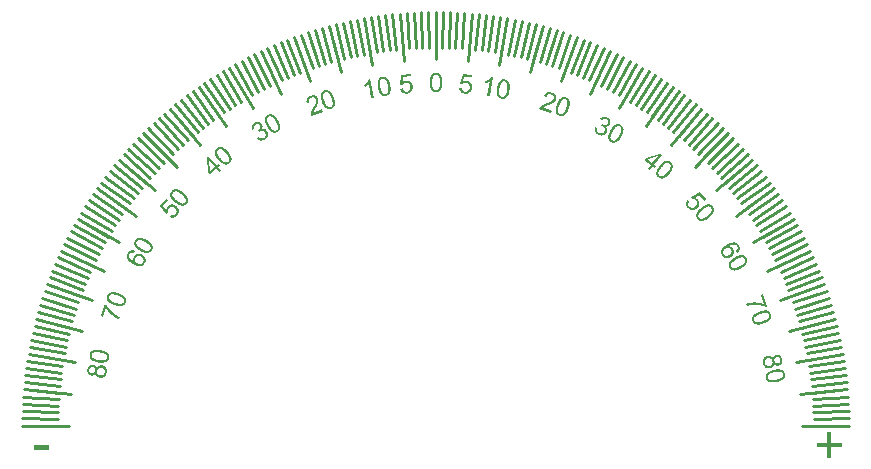
<source format=gto>
G04*
G04 #@! TF.GenerationSoftware,Altium Limited,Altium Designer,19.1.5 (86)*
G04*
G04 Layer_Color=65535*
%FSLAX25Y25*%
%MOIN*%
G70*
G01*
G75*
%ADD10C,0.01000*%
G36*
X131938Y-5744D02*
X135421D01*
Y-7215D01*
X131938D01*
Y-10727D01*
X130452D01*
Y-7215D01*
X126969D01*
Y-5744D01*
X130452D01*
Y-2260D01*
X131938D01*
Y-5744D01*
D02*
G37*
G36*
X-129014Y-7966D02*
X-133858D01*
Y-6384D01*
X-129014D01*
Y-7966D01*
D02*
G37*
G36*
X-112862Y25313D02*
X-112758Y25303D01*
X-112646Y25299D01*
X-112520Y25293D01*
X-112388Y25286D01*
X-112243Y25270D01*
X-112091Y25253D01*
X-111925Y25233D01*
X-111754Y25206D01*
X-111741Y25203D01*
X-111706Y25198D01*
X-111644Y25188D01*
X-111569Y25176D01*
X-111474Y25154D01*
X-111373Y25130D01*
X-111250Y25104D01*
X-111121Y25076D01*
X-110980Y25039D01*
X-110838Y25003D01*
X-110543Y24913D01*
X-110258Y24804D01*
X-110120Y24747D01*
X-109996Y24685D01*
X-109989Y24684D01*
X-109971Y24667D01*
X-109931Y24654D01*
X-109893Y24626D01*
X-109836Y24589D01*
X-109778Y24552D01*
X-109709Y24505D01*
X-109633Y24451D01*
X-109477Y24328D01*
X-109324Y24184D01*
X-109175Y24019D01*
X-109113Y23925D01*
X-109051Y23831D01*
X-109045Y23823D01*
X-109040Y23808D01*
X-109024Y23777D01*
X-109009Y23740D01*
X-108988Y23694D01*
X-108963Y23634D01*
X-108938Y23567D01*
X-108916Y23486D01*
X-108894Y23405D01*
X-108874Y23310D01*
X-108861Y23217D01*
X-108843Y23109D01*
X-108840Y22996D01*
X-108838Y22876D01*
X-108850Y22758D01*
X-108864Y22627D01*
X-108870Y22586D01*
X-108885Y22539D01*
X-108902Y22479D01*
X-108921Y22404D01*
X-108949Y22317D01*
X-108984Y22225D01*
X-109029Y22119D01*
X-109081Y22015D01*
X-109141Y21905D01*
X-109216Y21791D01*
X-109296Y21684D01*
X-109390Y21580D01*
X-109498Y21477D01*
X-109611Y21383D01*
X-109744Y21299D01*
X-109752Y21293D01*
X-109783Y21277D01*
X-109835Y21258D01*
X-109910Y21227D01*
X-110007Y21194D01*
X-110119Y21155D01*
X-110258Y21121D01*
X-110410Y21090D01*
X-110592Y21055D01*
X-110785Y21030D01*
X-111007Y21009D01*
X-111247Y20999D01*
X-111507Y20998D01*
X-111786Y21015D01*
X-112091Y21042D01*
X-112414Y21087D01*
X-112428Y21089D01*
X-112462Y21095D01*
X-112523Y21105D01*
X-112598Y21124D01*
X-112694Y21139D01*
X-112802Y21163D01*
X-112925Y21190D01*
X-113054Y21218D01*
X-113195Y21254D01*
X-113337Y21291D01*
X-113632Y21381D01*
X-113918Y21483D01*
X-114056Y21540D01*
X-114180Y21602D01*
X-114187Y21603D01*
X-114205Y21620D01*
X-114244Y21640D01*
X-114290Y21662D01*
X-114340Y21698D01*
X-114404Y21736D01*
X-114467Y21782D01*
X-114543Y21836D01*
X-114699Y21959D01*
X-114850Y22110D01*
X-115000Y22275D01*
X-115063Y22362D01*
X-115125Y22456D01*
X-115131Y22464D01*
X-115136Y22479D01*
X-115152Y22510D01*
X-115167Y22547D01*
X-115195Y22594D01*
X-115213Y22653D01*
X-115238Y22720D01*
X-115260Y22801D01*
X-115282Y22882D01*
X-115302Y22977D01*
X-115321Y23078D01*
X-115333Y23178D01*
X-115336Y23291D01*
X-115338Y23411D01*
X-115325Y23536D01*
X-115312Y23660D01*
X-115299Y23742D01*
X-115285Y23789D01*
X-115270Y23836D01*
X-115236Y23957D01*
X-115194Y24091D01*
X-115129Y24235D01*
X-115057Y24378D01*
X-114964Y24518D01*
X-114963Y24525D01*
X-114954Y24537D01*
X-114937Y24556D01*
X-114912Y24580D01*
X-114860Y24642D01*
X-114777Y24720D01*
X-114678Y24810D01*
X-114559Y24896D01*
X-114418Y24986D01*
X-114266Y25060D01*
X-114259Y25059D01*
X-114243Y25070D01*
X-114221Y25074D01*
X-114190Y25090D01*
X-114153Y25105D01*
X-114101Y25125D01*
X-114042Y25136D01*
X-113982Y25162D01*
X-113835Y25202D01*
X-113668Y25238D01*
X-113472Y25277D01*
X-113264Y25300D01*
X-113257Y25299D01*
X-113236Y25302D01*
X-113207Y25305D01*
X-113158Y25304D01*
X-113101Y25309D01*
X-113030Y25312D01*
X-112953Y25313D01*
X-112862Y25313D01*
D02*
G37*
G36*
X-114278Y20332D02*
X-114154Y20319D01*
X-114147Y20317D01*
X-114133Y20315D01*
X-114112Y20312D01*
X-114078Y20306D01*
X-114045Y20294D01*
X-113998Y20280D01*
X-113898Y20249D01*
X-113785Y20203D01*
X-113662Y20141D01*
X-113541Y20059D01*
X-113423Y19963D01*
X-113417Y19962D01*
X-113412Y19947D01*
X-113375Y19913D01*
X-113329Y19849D01*
X-113266Y19762D01*
X-113207Y19647D01*
X-113136Y19516D01*
X-113084Y19360D01*
X-113035Y19184D01*
X-113034Y19190D01*
X-113024Y19210D01*
X-113006Y19235D01*
X-112985Y19274D01*
X-112957Y19319D01*
X-112921Y19369D01*
X-112832Y19488D01*
X-112726Y19619D01*
X-112594Y19745D01*
X-112447Y19870D01*
X-112277Y19969D01*
X-112269Y19974D01*
X-112254Y19979D01*
X-112231Y19990D01*
X-112194Y20005D01*
X-112149Y20019D01*
X-112097Y20038D01*
X-112038Y20057D01*
X-111970Y20081D01*
X-111818Y20113D01*
X-111639Y20134D01*
X-111442Y20137D01*
X-111337Y20134D01*
X-111227Y20117D01*
X-111220Y20116D01*
X-111193Y20111D01*
X-111153Y20098D01*
X-111091Y20088D01*
X-111024Y20063D01*
X-110943Y20043D01*
X-110858Y20008D01*
X-110765Y19973D01*
X-110661Y19921D01*
X-110557Y19869D01*
X-110455Y19803D01*
X-110347Y19730D01*
X-110241Y19643D01*
X-110144Y19550D01*
X-110042Y19442D01*
X-109955Y19323D01*
X-109950Y19315D01*
X-109939Y19292D01*
X-109917Y19253D01*
X-109890Y19207D01*
X-109852Y19138D01*
X-109821Y19062D01*
X-109780Y18971D01*
X-109746Y18875D01*
X-109714Y18764D01*
X-109678Y18639D01*
X-109657Y18509D01*
X-109637Y18372D01*
X-109619Y18222D01*
X-109615Y18067D01*
X-109628Y17900D01*
X-109649Y17727D01*
X-109655Y17686D01*
X-109670Y17639D01*
X-109681Y17571D01*
X-109700Y17497D01*
X-109729Y17403D01*
X-109766Y17303D01*
X-109804Y17197D01*
X-109850Y17085D01*
X-109911Y16968D01*
X-109972Y16851D01*
X-110047Y16730D01*
X-110129Y16616D01*
X-110224Y16505D01*
X-110326Y16395D01*
X-110439Y16301D01*
X-110447Y16295D01*
X-110471Y16278D01*
X-110503Y16255D01*
X-110556Y16228D01*
X-110618Y16196D01*
X-110687Y16158D01*
X-110771Y16115D01*
X-110868Y16081D01*
X-110973Y16042D01*
X-111084Y16003D01*
X-111209Y15974D01*
X-111332Y15952D01*
X-111467Y15938D01*
X-111616Y15934D01*
X-111763Y15936D01*
X-111915Y15954D01*
X-111922Y15955D01*
X-111942Y15958D01*
X-111976Y15964D01*
X-112016Y15977D01*
X-112071Y15986D01*
X-112132Y16003D01*
X-112198Y16027D01*
X-112271Y16053D01*
X-112424Y16113D01*
X-112586Y16195D01*
X-112745Y16298D01*
X-112820Y16359D01*
X-112893Y16427D01*
X-112899Y16435D01*
X-112912Y16444D01*
X-112929Y16468D01*
X-112952Y16499D01*
X-112982Y16532D01*
X-113009Y16579D01*
X-113050Y16635D01*
X-113082Y16696D01*
X-113158Y16835D01*
X-113230Y17001D01*
X-113284Y17192D01*
X-113319Y17409D01*
X-113320Y17402D01*
X-113330Y17389D01*
X-113348Y17364D01*
X-113366Y17339D01*
X-113386Y17300D01*
X-113421Y17256D01*
X-113492Y17162D01*
X-113579Y17057D01*
X-113687Y16955D01*
X-113802Y16853D01*
X-113934Y16776D01*
X-113941Y16777D01*
X-113949Y16771D01*
X-113971Y16761D01*
X-114001Y16752D01*
X-114076Y16722D01*
X-114172Y16695D01*
X-114295Y16672D01*
X-114438Y16653D01*
X-114594Y16650D01*
X-114759Y16669D01*
X-114766Y16670D01*
X-114787Y16674D01*
X-114827Y16687D01*
X-114874Y16695D01*
X-114928Y16711D01*
X-114995Y16735D01*
X-115068Y16761D01*
X-115154Y16796D01*
X-115238Y16838D01*
X-115322Y16886D01*
X-115412Y16936D01*
X-115507Y17000D01*
X-115593Y17077D01*
X-115680Y17154D01*
X-115763Y17245D01*
X-115838Y17348D01*
X-115844Y17356D01*
X-115855Y17372D01*
X-115872Y17403D01*
X-115899Y17449D01*
X-115926Y17503D01*
X-115957Y17571D01*
X-115987Y17646D01*
X-116022Y17736D01*
X-116049Y17832D01*
X-116074Y17941D01*
X-116098Y18051D01*
X-116114Y18173D01*
X-116127Y18308D01*
X-116127Y18442D01*
X-116118Y18588D01*
X-116100Y18740D01*
X-116087Y18822D01*
X-116071Y18876D01*
X-116054Y18943D01*
X-116027Y19023D01*
X-115999Y19110D01*
X-115962Y19209D01*
X-115918Y19308D01*
X-115873Y19413D01*
X-115814Y19516D01*
X-115749Y19618D01*
X-115675Y19726D01*
X-115590Y19818D01*
X-115504Y19916D01*
X-115400Y19998D01*
X-115392Y20004D01*
X-115376Y20015D01*
X-115344Y20038D01*
X-115304Y20067D01*
X-115251Y20094D01*
X-115189Y20126D01*
X-115113Y20163D01*
X-115037Y20200D01*
X-114947Y20235D01*
X-114850Y20268D01*
X-114748Y20294D01*
X-114639Y20312D01*
X-114524Y20329D01*
X-114403Y20337D01*
X-114278Y20332D01*
D02*
G37*
G36*
X-107171Y44525D02*
X-107164Y44522D01*
X-107142Y44522D01*
X-107114Y44520D01*
X-107065Y44510D01*
X-107009Y44505D01*
X-106938Y44496D01*
X-106862Y44484D01*
X-106772Y44467D01*
X-106671Y44440D01*
X-106562Y44417D01*
X-106439Y44389D01*
X-106310Y44359D01*
X-106170Y44318D01*
X-106024Y44274D01*
X-105864Y44226D01*
X-105700Y44170D01*
X-105687Y44165D01*
X-105654Y44154D01*
X-105595Y44133D01*
X-105523Y44108D01*
X-105433Y44070D01*
X-105337Y44029D01*
X-105221Y43982D01*
X-105099Y43932D01*
X-104966Y43871D01*
X-104833Y43810D01*
X-104558Y43671D01*
X-104296Y43515D01*
X-104170Y43434D01*
X-104059Y43352D01*
X-104052Y43349D01*
X-104037Y43329D01*
X-104000Y43309D01*
X-103968Y43276D01*
X-103918Y43229D01*
X-103868Y43183D01*
X-103807Y43125D01*
X-103742Y43058D01*
X-103610Y42910D01*
X-103484Y42741D01*
X-103366Y42553D01*
X-103321Y42450D01*
X-103276Y42346D01*
X-103272Y42337D01*
X-103270Y42322D01*
X-103259Y42289D01*
X-103251Y42249D01*
X-103238Y42201D01*
X-103224Y42137D01*
X-103211Y42067D01*
X-103203Y41983D01*
X-103196Y41900D01*
X-103192Y41803D01*
X-103196Y41709D01*
X-103197Y41599D01*
X-103214Y41487D01*
X-103233Y41369D01*
X-103265Y41255D01*
X-103301Y41128D01*
X-103315Y41089D01*
X-103337Y41045D01*
X-103364Y40989D01*
X-103396Y40919D01*
X-103438Y40838D01*
X-103490Y40753D01*
X-103552Y40657D01*
X-103622Y40564D01*
X-103700Y40466D01*
X-103793Y40366D01*
X-103891Y40275D01*
X-104001Y40188D01*
X-104125Y40106D01*
X-104253Y40033D01*
X-104399Y39973D01*
X-104408Y39969D01*
X-104441Y39959D01*
X-104496Y39948D01*
X-104575Y39932D01*
X-104676Y39915D01*
X-104793Y39897D01*
X-104935Y39887D01*
X-105091Y39883D01*
X-105276Y39880D01*
X-105471Y39889D01*
X-105692Y39907D01*
X-105931Y39939D01*
X-106187Y39983D01*
X-106459Y40048D01*
X-106754Y40128D01*
X-107065Y40228D01*
X-107078Y40233D01*
X-107111Y40244D01*
X-107170Y40265D01*
X-107239Y40296D01*
X-107331Y40328D01*
X-107434Y40371D01*
X-107550Y40418D01*
X-107672Y40468D01*
X-107805Y40529D01*
X-107938Y40589D01*
X-108213Y40729D01*
X-108477Y40879D01*
X-108604Y40959D01*
X-108714Y41042D01*
X-108721Y41044D01*
X-108736Y41064D01*
X-108771Y41091D01*
X-108812Y41120D01*
X-108856Y41164D01*
X-108912Y41213D01*
X-108967Y41269D01*
X-109031Y41335D01*
X-109164Y41484D01*
X-109287Y41659D01*
X-109405Y41847D01*
X-109452Y41944D01*
X-109497Y42047D01*
X-109502Y42056D01*
X-109504Y42072D01*
X-109514Y42105D01*
X-109523Y42144D01*
X-109542Y42195D01*
X-109550Y42257D01*
X-109562Y42327D01*
X-109570Y42410D01*
X-109578Y42494D01*
X-109581Y42590D01*
X-109582Y42694D01*
X-109576Y42794D01*
X-109560Y42906D01*
X-109541Y43025D01*
X-109507Y43145D01*
X-109472Y43265D01*
X-109445Y43344D01*
X-109423Y43387D01*
X-109400Y43431D01*
X-109346Y43545D01*
X-109281Y43669D01*
X-109192Y43800D01*
X-109096Y43928D01*
X-108980Y44050D01*
X-108978Y44056D01*
X-108967Y44067D01*
X-108947Y44082D01*
X-108918Y44102D01*
X-108856Y44153D01*
X-108761Y44216D01*
X-108648Y44287D01*
X-108516Y44352D01*
X-108361Y44416D01*
X-108199Y44462D01*
X-108192Y44460D01*
X-108174Y44468D01*
X-108152Y44468D01*
X-108119Y44479D01*
X-108080Y44487D01*
X-108025Y44497D01*
X-107966Y44499D01*
X-107902Y44513D01*
X-107750Y44527D01*
X-107579Y44534D01*
X-107379Y44538D01*
X-107171Y44525D01*
D02*
G37*
G36*
X-109728Y40321D02*
X-109724Y40312D01*
X-109711Y40285D01*
X-109683Y40239D01*
X-109651Y40184D01*
X-109603Y40108D01*
X-109554Y40018D01*
X-109491Y39923D01*
X-109420Y39810D01*
X-109338Y39686D01*
X-109245Y39551D01*
X-109142Y39405D01*
X-109031Y39257D01*
X-108915Y39106D01*
X-108781Y38942D01*
X-108642Y38770D01*
X-108495Y38601D01*
X-108484Y38590D01*
X-108458Y38559D01*
X-108415Y38514D01*
X-108350Y38448D01*
X-108274Y38370D01*
X-108183Y38273D01*
X-108078Y38170D01*
X-107963Y38057D01*
X-107835Y37939D01*
X-107696Y37810D01*
X-107544Y37677D01*
X-107392Y37543D01*
X-107227Y37405D01*
X-107055Y37265D01*
X-106698Y37002D01*
X-106692Y37000D01*
X-106668Y36984D01*
X-106626Y36955D01*
X-106579Y36924D01*
X-106513Y36879D01*
X-106435Y36830D01*
X-106345Y36770D01*
X-106247Y36714D01*
X-106138Y36647D01*
X-106014Y36582D01*
X-105885Y36508D01*
X-105748Y36438D01*
X-105606Y36360D01*
X-105456Y36285D01*
X-105137Y36145D01*
X-105400Y35385D01*
X-105407Y35387D01*
X-105433Y35396D01*
X-105472Y35410D01*
X-105523Y35434D01*
X-105592Y35466D01*
X-105669Y35500D01*
X-105765Y35541D01*
X-105865Y35590D01*
X-105985Y35646D01*
X-106103Y35709D01*
X-106241Y35779D01*
X-106382Y35857D01*
X-106535Y35947D01*
X-106694Y36039D01*
X-106855Y36146D01*
X-107023Y36255D01*
X-107034Y36266D01*
X-107064Y36284D01*
X-107112Y36316D01*
X-107175Y36367D01*
X-107258Y36425D01*
X-107358Y36496D01*
X-107463Y36576D01*
X-107578Y36668D01*
X-107704Y36770D01*
X-107841Y36884D01*
X-107984Y36999D01*
X-108124Y37128D01*
X-108419Y37400D01*
X-108712Y37699D01*
X-108722Y37710D01*
X-108742Y37739D01*
X-108785Y37784D01*
X-108839Y37839D01*
X-108900Y37919D01*
X-108974Y38003D01*
X-109056Y38105D01*
X-109151Y38211D01*
X-109242Y38331D01*
X-109344Y38462D01*
X-109542Y38736D01*
X-109743Y39026D01*
X-109838Y39176D01*
X-109926Y39324D01*
X-110953Y36360D01*
X-111668Y36608D01*
X-110312Y40523D01*
X-109728Y40321D01*
D02*
G37*
G36*
X-98554Y62650D02*
X-98489Y62653D01*
X-98337Y62640D01*
X-98167Y62617D01*
X-97970Y62586D01*
X-97767Y62537D01*
X-97761Y62534D01*
X-97739Y62530D01*
X-97712Y62522D01*
X-97666Y62505D01*
X-97611Y62490D01*
X-97543Y62468D01*
X-97470Y62443D01*
X-97384Y62411D01*
X-97290Y62367D01*
X-97186Y62325D01*
X-97070Y62276D01*
X-96948Y62224D01*
X-96818Y62160D01*
X-96681Y62091D01*
X-96532Y62016D01*
X-96380Y61932D01*
X-96368Y61925D01*
X-96338Y61908D01*
X-96283Y61878D01*
X-96216Y61841D01*
X-96135Y61787D01*
X-96047Y61731D01*
X-95942Y61664D01*
X-95830Y61594D01*
X-95709Y61511D01*
X-95589Y61428D01*
X-95342Y61243D01*
X-95112Y61043D01*
X-95001Y60942D01*
X-94906Y60842D01*
X-94900Y60838D01*
X-94889Y60816D01*
X-94856Y60790D01*
X-94829Y60751D01*
X-94788Y60697D01*
X-94747Y60642D01*
X-94697Y60574D01*
X-94645Y60497D01*
X-94541Y60328D01*
X-94446Y60141D01*
X-94362Y59935D01*
X-94336Y59825D01*
X-94310Y59715D01*
X-94307Y59706D01*
X-94308Y59690D01*
X-94303Y59656D01*
X-94302Y59615D01*
X-94298Y59566D01*
X-94295Y59500D01*
X-94295Y59429D01*
X-94301Y59345D01*
X-94308Y59262D01*
X-94322Y59166D01*
X-94341Y59074D01*
X-94362Y58966D01*
X-94398Y58859D01*
X-94437Y58745D01*
X-94488Y58639D01*
X-94546Y58520D01*
X-94566Y58484D01*
X-94596Y58445D01*
X-94633Y58394D01*
X-94676Y58330D01*
X-94732Y58258D01*
X-94797Y58183D01*
X-94875Y58100D01*
X-94960Y58020D01*
X-95053Y57937D01*
X-95163Y57855D01*
X-95275Y57782D01*
X-95399Y57716D01*
X-95535Y57657D01*
X-95674Y57607D01*
X-95828Y57574D01*
X-95837Y57571D01*
X-95871Y57566D01*
X-95927Y57566D01*
X-96008Y57563D01*
X-96111Y57564D01*
X-96229Y57566D01*
X-96371Y57582D01*
X-96525Y57604D01*
X-96707Y57634D01*
X-96898Y57677D01*
X-97113Y57733D01*
X-97343Y57805D01*
X-97587Y57894D01*
X-97843Y58005D01*
X-98120Y58135D01*
X-98409Y58288D01*
X-98421Y58294D01*
X-98451Y58311D01*
X-98506Y58341D01*
X-98569Y58385D01*
X-98654Y58432D01*
X-98748Y58492D01*
X-98853Y58559D01*
X-98965Y58629D01*
X-99086Y58712D01*
X-99206Y58795D01*
X-99453Y58980D01*
X-99687Y59174D01*
X-99797Y59275D01*
X-99892Y59375D01*
X-99898Y59379D01*
X-99910Y59401D01*
X-99939Y59433D01*
X-99975Y59469D01*
X-100010Y59520D01*
X-100057Y59578D01*
X-100101Y59642D01*
X-100153Y59719D01*
X-100258Y59888D01*
X-100349Y60082D01*
X-100433Y60288D01*
X-100462Y60392D01*
X-100488Y60501D01*
X-100491Y60511D01*
X-100490Y60526D01*
X-100495Y60561D01*
X-100496Y60601D01*
X-100507Y60654D01*
X-100504Y60716D01*
X-100504Y60788D01*
X-100497Y60871D01*
X-100490Y60955D01*
X-100477Y61051D01*
X-100460Y61153D01*
X-100437Y61251D01*
X-100401Y61358D01*
X-100362Y61471D01*
X-100307Y61584D01*
X-100252Y61696D01*
X-100212Y61769D01*
X-100182Y61808D01*
X-100152Y61847D01*
X-100080Y61950D01*
X-99994Y62061D01*
X-99883Y62174D01*
X-99766Y62284D01*
X-99632Y62384D01*
X-99628Y62389D01*
X-99615Y62398D01*
X-99593Y62410D01*
X-99562Y62424D01*
X-99491Y62464D01*
X-99387Y62509D01*
X-99263Y62560D01*
X-99122Y62600D01*
X-98959Y62636D01*
X-98790Y62654D01*
X-98784Y62650D01*
X-98765Y62656D01*
X-98744Y62652D01*
X-98709Y62656D01*
X-98669Y62658D01*
X-98613Y62658D01*
X-98554Y62650D01*
D02*
G37*
G36*
X-101020Y58462D02*
X-100911Y58457D01*
X-100797Y58449D01*
X-100680Y58432D01*
X-100560Y58404D01*
X-100434Y58374D01*
X-100302Y58325D01*
X-100629Y57609D01*
X-100635Y57613D01*
X-100651Y57613D01*
X-100672Y57617D01*
X-100706Y57628D01*
X-100789Y57650D01*
X-100891Y57667D01*
X-101008Y57685D01*
X-101132Y57690D01*
X-101250Y57692D01*
X-101362Y57676D01*
X-101372Y57673D01*
X-101381Y57670D01*
X-101409Y57662D01*
X-101438Y57654D01*
X-101520Y57621D01*
X-101622Y57566D01*
X-101731Y57499D01*
X-101840Y57402D01*
X-101951Y57289D01*
X-101998Y57219D01*
X-102044Y57150D01*
X-102075Y57095D01*
X-102100Y57022D01*
X-102131Y56936D01*
X-102158Y56832D01*
X-102181Y56718D01*
X-102187Y56594D01*
X-102180Y56463D01*
X-102184Y56457D01*
X-102175Y56444D01*
X-102173Y56419D01*
X-102168Y56385D01*
X-102144Y56300D01*
X-102106Y56183D01*
X-102056Y56044D01*
X-101982Y55892D01*
X-101886Y55735D01*
X-101772Y55569D01*
X-101766Y55566D01*
X-101758Y55553D01*
X-101734Y55524D01*
X-101705Y55491D01*
X-101669Y55456D01*
X-101618Y55404D01*
X-101562Y55348D01*
X-101499Y55290D01*
X-101424Y55224D01*
X-101334Y55158D01*
X-101235Y55079D01*
X-101130Y54997D01*
X-101015Y54917D01*
X-100885Y54837D01*
X-100743Y54750D01*
X-100601Y54663D01*
X-100601Y54663D01*
X-100595Y54659D01*
X-100601Y54663D01*
X-100606Y54682D01*
X-100618Y54704D01*
X-100632Y54736D01*
X-100668Y54827D01*
X-100716Y54941D01*
X-100756Y55083D01*
X-100790Y55237D01*
X-100811Y55399D01*
X-100819Y55570D01*
X-100815Y55576D01*
X-100815Y55592D01*
X-100817Y55617D01*
X-100815Y55648D01*
X-100807Y55691D01*
X-100805Y55737D01*
X-100787Y55855D01*
X-100754Y55987D01*
X-100713Y56131D01*
X-100660Y56284D01*
X-100585Y56433D01*
X-100568Y56463D01*
X-100542Y56496D01*
X-100515Y56545D01*
X-100469Y56599D01*
X-100426Y56662D01*
X-100363Y56731D01*
X-100298Y56805D01*
X-100220Y56873D01*
X-100136Y56954D01*
X-100040Y57027D01*
X-99937Y57097D01*
X-99819Y57166D01*
X-99698Y57226D01*
X-99566Y57279D01*
X-99424Y57320D01*
X-99414Y57322D01*
X-99390Y57324D01*
X-99352Y57335D01*
X-99289Y57348D01*
X-99220Y57357D01*
X-99139Y57360D01*
X-99040Y57368D01*
X-98937Y57367D01*
X-98823Y57358D01*
X-98699Y57353D01*
X-98569Y57328D01*
X-98430Y57307D01*
X-98292Y57270D01*
X-98145Y57220D01*
X-97999Y57154D01*
X-97850Y57079D01*
X-97844Y57076D01*
X-97826Y57066D01*
X-97802Y57052D01*
X-97763Y57022D01*
X-97720Y56999D01*
X-97669Y56962D01*
X-97606Y56919D01*
X-97546Y56870D01*
X-97408Y56761D01*
X-97268Y56628D01*
X-97128Y56479D01*
X-96996Y56302D01*
X-96990Y56299D01*
X-96985Y56280D01*
X-96967Y56254D01*
X-96947Y56219D01*
X-96924Y56174D01*
X-96895Y56127D01*
X-96833Y55996D01*
X-96771Y55851D01*
X-96716Y55677D01*
X-96672Y55486D01*
X-96652Y55293D01*
X-96656Y55287D01*
X-96650Y55268D01*
X-96652Y55237D01*
X-96657Y55199D01*
X-96659Y55153D01*
X-96664Y55101D01*
X-96670Y55032D01*
X-96682Y54968D01*
X-96708Y54807D01*
X-96759Y54629D01*
X-96830Y54446D01*
X-96919Y54257D01*
X-96939Y54221D01*
X-96972Y54176D01*
X-97012Y54119D01*
X-97059Y54049D01*
X-97124Y53974D01*
X-97193Y53894D01*
X-97275Y53804D01*
X-97372Y53715D01*
X-97472Y53620D01*
X-97591Y53535D01*
X-97716Y53454D01*
X-97856Y53373D01*
X-98001Y53311D01*
X-98163Y53250D01*
X-98329Y53208D01*
X-98339Y53205D01*
X-98373Y53200D01*
X-98423Y53196D01*
X-98498Y53190D01*
X-98588Y53185D01*
X-98697Y53190D01*
X-98827Y53199D01*
X-98975Y53218D01*
X-99139Y53237D01*
X-99317Y53273D01*
X-99511Y53325D01*
X-99722Y53387D01*
X-99949Y53466D01*
X-100187Y53566D01*
X-100439Y53683D01*
X-100703Y53822D01*
X-100709Y53826D01*
X-100722Y53832D01*
X-100746Y53846D01*
X-100776Y53863D01*
X-100813Y53883D01*
X-100858Y53916D01*
X-100906Y53943D01*
X-100963Y53983D01*
X-101093Y54063D01*
X-101238Y54160D01*
X-101398Y54272D01*
X-101567Y54398D01*
X-101740Y54542D01*
X-101914Y54687D01*
X-102081Y54843D01*
X-102241Y55012D01*
X-102392Y55183D01*
X-102530Y55363D01*
X-102640Y55551D01*
X-102728Y55735D01*
X-102731Y55745D01*
X-102745Y55777D01*
X-102758Y55824D01*
X-102777Y55890D01*
X-102799Y55965D01*
X-102816Y56063D01*
X-102830Y56166D01*
X-102844Y56284D01*
X-102850Y56415D01*
X-102844Y56555D01*
X-102835Y56700D01*
X-102812Y56854D01*
X-102780Y57012D01*
X-102730Y57174D01*
X-102670Y57339D01*
X-102585Y57506D01*
X-102547Y57573D01*
X-102518Y57612D01*
X-102481Y57663D01*
X-102438Y57727D01*
X-102385Y57793D01*
X-102323Y57861D01*
X-102183Y58013D01*
X-102105Y58082D01*
X-102015Y58158D01*
X-101922Y58226D01*
X-101820Y58280D01*
X-101718Y58335D01*
X-101604Y58382D01*
X-101595Y58385D01*
X-101576Y58390D01*
X-101544Y58405D01*
X-101501Y58412D01*
X-101444Y58428D01*
X-101375Y58438D01*
X-101297Y58450D01*
X-101213Y58458D01*
X-101122Y58464D01*
X-101020Y58462D01*
D02*
G37*
G36*
X-86436Y78824D02*
X-86431Y78820D01*
X-86411Y78822D01*
X-86390Y78814D01*
X-86356Y78813D01*
X-86316Y78807D01*
X-86260Y78798D01*
X-86204Y78779D01*
X-86139Y78771D01*
X-85992Y78732D01*
X-85829Y78680D01*
X-85640Y78615D01*
X-85449Y78532D01*
X-85443Y78527D01*
X-85423Y78520D01*
X-85397Y78508D01*
X-85355Y78482D01*
X-85303Y78458D01*
X-85240Y78425D01*
X-85172Y78388D01*
X-85093Y78342D01*
X-85008Y78281D01*
X-84913Y78222D01*
X-84808Y78154D01*
X-84697Y78082D01*
X-84579Y77995D01*
X-84456Y77904D01*
X-84323Y77804D01*
X-84188Y77695D01*
X-84177Y77686D01*
X-84150Y77664D01*
X-84102Y77625D01*
X-84043Y77577D01*
X-83972Y77510D01*
X-83895Y77439D01*
X-83802Y77355D01*
X-83705Y77266D01*
X-83600Y77164D01*
X-83496Y77061D01*
X-83285Y76836D01*
X-83093Y76600D01*
X-83002Y76481D01*
X-82926Y76365D01*
X-82920Y76361D01*
X-82913Y76337D01*
X-82885Y76305D01*
X-82866Y76263D01*
X-82835Y76202D01*
X-82804Y76141D01*
X-82766Y76066D01*
X-82728Y75981D01*
X-82655Y75796D01*
X-82595Y75595D01*
X-82547Y75378D01*
X-82541Y75265D01*
X-82534Y75152D01*
X-82533Y75143D01*
X-82536Y75128D01*
X-82538Y75093D01*
X-82543Y75053D01*
X-82548Y75003D01*
X-82556Y74938D01*
X-82569Y74868D01*
X-82590Y74787D01*
X-82611Y74705D01*
X-82641Y74614D01*
X-82676Y74526D01*
X-82715Y74423D01*
X-82769Y74324D01*
X-82827Y74219D01*
X-82896Y74124D01*
X-82974Y74017D01*
X-83000Y73984D01*
X-83036Y73951D01*
X-83081Y73907D01*
X-83135Y73852D01*
X-83202Y73791D01*
X-83280Y73729D01*
X-83371Y73660D01*
X-83468Y73596D01*
X-83575Y73530D01*
X-83697Y73469D01*
X-83820Y73416D01*
X-83953Y73373D01*
X-84098Y73338D01*
X-84243Y73313D01*
X-84400Y73307D01*
X-84410Y73306D01*
X-84445Y73307D01*
X-84500Y73316D01*
X-84580Y73328D01*
X-84681Y73347D01*
X-84797Y73370D01*
X-84934Y73410D01*
X-85082Y73458D01*
X-85256Y73519D01*
X-85437Y73595D01*
X-85639Y73687D01*
X-85852Y73798D01*
X-86078Y73928D01*
X-86311Y74081D01*
X-86561Y74258D01*
X-86818Y74458D01*
X-86829Y74467D01*
X-86856Y74489D01*
X-86905Y74528D01*
X-86959Y74582D01*
X-87035Y74643D01*
X-87117Y74718D01*
X-87209Y74803D01*
X-87307Y74891D01*
X-87411Y74994D01*
X-87516Y75096D01*
X-87727Y75321D01*
X-87923Y75553D01*
X-88014Y75672D01*
X-88090Y75787D01*
X-88096Y75791D01*
X-88103Y75815D01*
X-88127Y75852D01*
X-88156Y75894D01*
X-88181Y75950D01*
X-88218Y76016D01*
X-88250Y76086D01*
X-88288Y76171D01*
X-88361Y76356D01*
X-88417Y76562D01*
X-88464Y76780D01*
X-88476Y76887D01*
X-88482Y77000D01*
X-88483Y77009D01*
X-88480Y77025D01*
X-88478Y77059D01*
X-88473Y77099D01*
X-88473Y77153D01*
X-88460Y77214D01*
X-88447Y77284D01*
X-88426Y77366D01*
X-88405Y77447D01*
X-88375Y77539D01*
X-88341Y77636D01*
X-88301Y77729D01*
X-88247Y77828D01*
X-88189Y77933D01*
X-88116Y78034D01*
X-88042Y78135D01*
X-87989Y78200D01*
X-87954Y78233D01*
X-87918Y78267D01*
X-87828Y78355D01*
X-87724Y78449D01*
X-87596Y78542D01*
X-87462Y78629D01*
X-87312Y78704D01*
X-87307Y78710D01*
X-87293Y78716D01*
X-87269Y78724D01*
X-87235Y78732D01*
X-87159Y78759D01*
X-87049Y78786D01*
X-86918Y78814D01*
X-86772Y78829D01*
X-86605Y78837D01*
X-86436Y78824D01*
D02*
G37*
G36*
X-89345Y75179D02*
X-90960Y73191D01*
X-89839Y71842D01*
X-89840Y71852D01*
X-89837Y71877D01*
X-89831Y71907D01*
X-89826Y71957D01*
X-89812Y72018D01*
X-89800Y72088D01*
X-89789Y72168D01*
X-89763Y72255D01*
X-89737Y72341D01*
X-89708Y72443D01*
X-89630Y72638D01*
X-89581Y72742D01*
X-89527Y72841D01*
X-89459Y72937D01*
X-89389Y73033D01*
X-89368Y73060D01*
X-89332Y73093D01*
X-89297Y73137D01*
X-89242Y73182D01*
X-89184Y73242D01*
X-89107Y73304D01*
X-89029Y73366D01*
X-88932Y73431D01*
X-88835Y73495D01*
X-88723Y73556D01*
X-88606Y73612D01*
X-88477Y73660D01*
X-88344Y73704D01*
X-88199Y73738D01*
X-88049Y73759D01*
X-88039Y73760D01*
X-88010Y73763D01*
X-87965Y73763D01*
X-87911Y73763D01*
X-87837Y73766D01*
X-87747Y73755D01*
X-87657Y73745D01*
X-87552Y73731D01*
X-87437Y73709D01*
X-87314Y73672D01*
X-87188Y73641D01*
X-87054Y73585D01*
X-86924Y73525D01*
X-86788Y73450D01*
X-86651Y73365D01*
X-86518Y73266D01*
X-86512Y73261D01*
X-86485Y73239D01*
X-86453Y73213D01*
X-86409Y73168D01*
X-86354Y73115D01*
X-86298Y73052D01*
X-86231Y72980D01*
X-86159Y72893D01*
X-86090Y72802D01*
X-86015Y72696D01*
X-85944Y72585D01*
X-85878Y72469D01*
X-85816Y72347D01*
X-85757Y72210D01*
X-85708Y72072D01*
X-85674Y71927D01*
X-85673Y71917D01*
X-85664Y71884D01*
X-85659Y71835D01*
X-85652Y71767D01*
X-85643Y71679D01*
X-85643Y71580D01*
X-85641Y71462D01*
X-85652Y71337D01*
X-85668Y71207D01*
X-85688Y71062D01*
X-85727Y70915D01*
X-85780Y70762D01*
X-85838Y70603D01*
X-85920Y70446D01*
X-86013Y70289D01*
X-86130Y70134D01*
X-86182Y70069D01*
X-86227Y70025D01*
X-86281Y69970D01*
X-86344Y69914D01*
X-86416Y69848D01*
X-86498Y69780D01*
X-86584Y69707D01*
X-86685Y69637D01*
X-86792Y69572D01*
X-86904Y69511D01*
X-87022Y69454D01*
X-87145Y69402D01*
X-87274Y69364D01*
X-87408Y69331D01*
X-87418Y69330D01*
X-87438Y69327D01*
X-87477Y69323D01*
X-87531Y69323D01*
X-87599Y69316D01*
X-87673Y69313D01*
X-87757Y69319D01*
X-87857Y69329D01*
X-87957Y69338D01*
X-88067Y69356D01*
X-88184Y69389D01*
X-88301Y69421D01*
X-88428Y69462D01*
X-88553Y69518D01*
X-88683Y69589D01*
X-88810Y69664D01*
X-88337Y70345D01*
X-88332Y70340D01*
X-88311Y70332D01*
X-88285Y70320D01*
X-88249Y70300D01*
X-88206Y70274D01*
X-88145Y70251D01*
X-88021Y70195D01*
X-87873Y70146D01*
X-87706Y70109D01*
X-87541Y70091D01*
X-87458Y70095D01*
X-87374Y70099D01*
X-87370Y70104D01*
X-87355Y70101D01*
X-87331Y70108D01*
X-87297Y70117D01*
X-87216Y70140D01*
X-87117Y70185D01*
X-86999Y70241D01*
X-86874Y70318D01*
X-86751Y70415D01*
X-86693Y70475D01*
X-86631Y70541D01*
X-86596Y70584D01*
X-86575Y70621D01*
X-86550Y70662D01*
X-86520Y70710D01*
X-86464Y70834D01*
X-86405Y70983D01*
X-86384Y71065D01*
X-86364Y71155D01*
X-86349Y71251D01*
X-86344Y71345D01*
X-86344Y71443D01*
X-86355Y71551D01*
X-86356Y71561D01*
X-86363Y71575D01*
X-86366Y71604D01*
X-86375Y71648D01*
X-86395Y71700D01*
X-86411Y71757D01*
X-86438Y71824D01*
X-86465Y71900D01*
X-86503Y71975D01*
X-86545Y72054D01*
X-86599Y72142D01*
X-86657Y72225D01*
X-86725Y72317D01*
X-86804Y72407D01*
X-86891Y72487D01*
X-86989Y72576D01*
X-86994Y72580D01*
X-87011Y72593D01*
X-87037Y72615D01*
X-87080Y72640D01*
X-87127Y72670D01*
X-87185Y72708D01*
X-87248Y72741D01*
X-87321Y72783D01*
X-87477Y72856D01*
X-87660Y72916D01*
X-87751Y72936D01*
X-87851Y72945D01*
X-87951Y72955D01*
X-88054Y72949D01*
X-88064Y72948D01*
X-88073Y72947D01*
X-88107Y72939D01*
X-88146Y72935D01*
X-88189Y72925D01*
X-88247Y72909D01*
X-88305Y72894D01*
X-88376Y72871D01*
X-88447Y72839D01*
X-88518Y72808D01*
X-88675Y72712D01*
X-88754Y72660D01*
X-88836Y72592D01*
X-88907Y72516D01*
X-88982Y72434D01*
X-89022Y72385D01*
X-89064Y72322D01*
X-89110Y72243D01*
X-89164Y72144D01*
X-89212Y72030D01*
X-89254Y71912D01*
X-89280Y71781D01*
X-89283Y71766D01*
X-89289Y71726D01*
X-89292Y71657D01*
X-89298Y71572D01*
X-89288Y71475D01*
X-89281Y71362D01*
X-89259Y71246D01*
X-89227Y71131D01*
X-89772Y70626D01*
X-91935Y73180D01*
X-89926Y75652D01*
X-89345Y75179D01*
D02*
G37*
G36*
X-71561Y92876D02*
X-71395Y92855D01*
X-71230Y92813D01*
X-71226Y92808D01*
X-71206Y92807D01*
X-71187Y92796D01*
X-71153Y92788D01*
X-71115Y92776D01*
X-71062Y92757D01*
X-71010Y92729D01*
X-70948Y92710D01*
X-70810Y92646D01*
X-70658Y92566D01*
X-70483Y92470D01*
X-70309Y92354D01*
X-70304Y92349D01*
X-70285Y92337D01*
X-70262Y92321D01*
X-70225Y92289D01*
X-70178Y92256D01*
X-70122Y92212D01*
X-70062Y92164D01*
X-69992Y92105D01*
X-69919Y92031D01*
X-69836Y91956D01*
X-69743Y91870D01*
X-69647Y91780D01*
X-69546Y91674D01*
X-69441Y91563D01*
X-69326Y91442D01*
X-69213Y91311D01*
X-69204Y91300D01*
X-69181Y91274D01*
X-69140Y91227D01*
X-69090Y91169D01*
X-69032Y91091D01*
X-68969Y91008D01*
X-68892Y90909D01*
X-68811Y90805D01*
X-68726Y90686D01*
X-68641Y90566D01*
X-68473Y90308D01*
X-68325Y90042D01*
X-68255Y89909D01*
X-68201Y89782D01*
X-68196Y89777D01*
X-68193Y89752D01*
X-68171Y89716D01*
X-68159Y89671D01*
X-68139Y89605D01*
X-68120Y89540D01*
X-68096Y89460D01*
X-68073Y89369D01*
X-68033Y89175D01*
X-68008Y88966D01*
X-68000Y88744D01*
X-68012Y88632D01*
X-68025Y88520D01*
X-68026Y88510D01*
X-68032Y88496D01*
X-68039Y88462D01*
X-68052Y88423D01*
X-68065Y88375D01*
X-68085Y88313D01*
X-68109Y88245D01*
X-68144Y88169D01*
X-68179Y88093D01*
X-68225Y88008D01*
X-68274Y87928D01*
X-68330Y87833D01*
X-68401Y87745D01*
X-68476Y87652D01*
X-68561Y87569D01*
X-68656Y87478D01*
X-68687Y87450D01*
X-68729Y87424D01*
X-68780Y87388D01*
X-68843Y87344D01*
X-68920Y87295D01*
X-69007Y87247D01*
X-69109Y87195D01*
X-69216Y87149D01*
X-69332Y87103D01*
X-69463Y87063D01*
X-69593Y87033D01*
X-69732Y87014D01*
X-69881Y87005D01*
X-70028Y87005D01*
X-70184Y87026D01*
X-70194Y87027D01*
X-70228Y87034D01*
X-70280Y87053D01*
X-70357Y87078D01*
X-70453Y87115D01*
X-70563Y87157D01*
X-70692Y87220D01*
X-70829Y87294D01*
X-70990Y87384D01*
X-71154Y87490D01*
X-71337Y87616D01*
X-71529Y87762D01*
X-71728Y87929D01*
X-71931Y88121D01*
X-72147Y88338D01*
X-72365Y88580D01*
X-72374Y88591D01*
X-72397Y88617D01*
X-72438Y88664D01*
X-72483Y88726D01*
X-72546Y88800D01*
X-72614Y88888D01*
X-72690Y88987D01*
X-72772Y89091D01*
X-72856Y89211D01*
X-72941Y89330D01*
X-73110Y89588D01*
X-73263Y89850D01*
X-73332Y89983D01*
X-73387Y90110D01*
X-73392Y90115D01*
X-73395Y90140D01*
X-73412Y90180D01*
X-73433Y90226D01*
X-73448Y90286D01*
X-73473Y90357D01*
X-73492Y90432D01*
X-73515Y90522D01*
X-73555Y90717D01*
X-73575Y90930D01*
X-73583Y91152D01*
X-73576Y91260D01*
X-73563Y91372D01*
X-73562Y91382D01*
X-73556Y91396D01*
X-73549Y91430D01*
X-73536Y91468D01*
X-73527Y91522D01*
X-73503Y91579D01*
X-73479Y91646D01*
X-73444Y91723D01*
X-73409Y91799D01*
X-73363Y91884D01*
X-73313Y91974D01*
X-73257Y92058D01*
X-73187Y92147D01*
X-73112Y92240D01*
X-73022Y92327D01*
X-72932Y92414D01*
X-72869Y92468D01*
X-72828Y92495D01*
X-72786Y92522D01*
X-72683Y92593D01*
X-72564Y92668D01*
X-72422Y92737D01*
X-72275Y92800D01*
X-72114Y92847D01*
X-72108Y92852D01*
X-72093Y92856D01*
X-72069Y92859D01*
X-72034Y92861D01*
X-71954Y92875D01*
X-71841Y92882D01*
X-71707Y92887D01*
X-71561Y92876D01*
D02*
G37*
G36*
X-73039Y86803D02*
X-72383Y87371D01*
X-71911Y86826D01*
X-72566Y86257D01*
X-71562Y85098D01*
X-72155Y84585D01*
X-73159Y85744D01*
X-75268Y83917D01*
X-75740Y84463D01*
X-76244Y89517D01*
X-75756Y89940D01*
X-73039Y86803D01*
D02*
G37*
G36*
X-55081Y103824D02*
X-55047Y103820D01*
X-54966Y103820D01*
X-54853Y103807D01*
X-54720Y103789D01*
X-54578Y103753D01*
X-54418Y103703D01*
X-54264Y103633D01*
X-54260Y103628D01*
X-54241Y103623D01*
X-54224Y103608D01*
X-54192Y103595D01*
X-54157Y103576D01*
X-54108Y103549D01*
X-54061Y103512D01*
X-54003Y103482D01*
X-53878Y103395D01*
X-53743Y103290D01*
X-53587Y103165D01*
X-53436Y103021D01*
X-53432Y103015D01*
X-53416Y103000D01*
X-53395Y102980D01*
X-53365Y102942D01*
X-53324Y102902D01*
X-53277Y102849D01*
X-53225Y102791D01*
X-53167Y102721D01*
X-53108Y102635D01*
X-53039Y102547D01*
X-52963Y102447D01*
X-52883Y102341D01*
X-52802Y102219D01*
X-52718Y102092D01*
X-52627Y101952D01*
X-52538Y101803D01*
X-52530Y101792D01*
X-52513Y101762D01*
X-52481Y101708D01*
X-52441Y101643D01*
X-52397Y101556D01*
X-52350Y101463D01*
X-52292Y101352D01*
X-52230Y101235D01*
X-52167Y101103D01*
X-52104Y100971D01*
X-51983Y100688D01*
X-51883Y100399D01*
X-51838Y100257D01*
X-51806Y100122D01*
X-51803Y100116D01*
X-51804Y100091D01*
X-51788Y100052D01*
X-51785Y100005D01*
X-51777Y99937D01*
X-51768Y99870D01*
X-51759Y99786D01*
X-51752Y99694D01*
X-51746Y99495D01*
X-51758Y99285D01*
X-51788Y99065D01*
X-51821Y98957D01*
X-51853Y98849D01*
X-51855Y98839D01*
X-51864Y98826D01*
X-51877Y98794D01*
X-51896Y98758D01*
X-51917Y98713D01*
X-51947Y98655D01*
X-51983Y98593D01*
X-52031Y98524D01*
X-52078Y98455D01*
X-52138Y98379D01*
X-52201Y98309D01*
X-52272Y98225D01*
X-52357Y98150D01*
X-52448Y98072D01*
X-52545Y98005D01*
X-52655Y97932D01*
X-52691Y97910D01*
X-52736Y97891D01*
X-52793Y97865D01*
X-52862Y97832D01*
X-52947Y97798D01*
X-53041Y97766D01*
X-53150Y97732D01*
X-53263Y97705D01*
X-53386Y97680D01*
X-53522Y97664D01*
X-53655Y97657D01*
X-53795Y97662D01*
X-53943Y97679D01*
X-54088Y97705D01*
X-54238Y97753D01*
X-54248Y97755D01*
X-54280Y97768D01*
X-54329Y97796D01*
X-54400Y97834D01*
X-54488Y97886D01*
X-54589Y97947D01*
X-54704Y98032D01*
X-54827Y98128D01*
X-54970Y98245D01*
X-55113Y98377D01*
X-55272Y98533D01*
X-55434Y98711D01*
X-55602Y98910D01*
X-55768Y99134D01*
X-55943Y99385D01*
X-56116Y99661D01*
X-56124Y99673D01*
X-56141Y99703D01*
X-56173Y99757D01*
X-56207Y99826D01*
X-56257Y99909D01*
X-56308Y100008D01*
X-56366Y100119D01*
X-56428Y100235D01*
X-56491Y100368D01*
X-56554Y100500D01*
X-56675Y100783D01*
X-56780Y101068D01*
X-56825Y101211D01*
X-56857Y101345D01*
X-56861Y101351D01*
X-56860Y101376D01*
X-56869Y101419D01*
X-56882Y101468D01*
X-56887Y101530D01*
X-56899Y101603D01*
X-56905Y101681D01*
X-56911Y101774D01*
X-56917Y101972D01*
X-56899Y102186D01*
X-56869Y102406D01*
X-56843Y102510D01*
X-56811Y102619D01*
X-56808Y102628D01*
X-56800Y102641D01*
X-56787Y102673D01*
X-56768Y102709D01*
X-56750Y102760D01*
X-56716Y102813D01*
X-56681Y102874D01*
X-56633Y102943D01*
X-56585Y103012D01*
X-56526Y103088D01*
X-56460Y103168D01*
X-56391Y103242D01*
X-56306Y103317D01*
X-56216Y103395D01*
X-56112Y103465D01*
X-56009Y103535D01*
X-55937Y103578D01*
X-55892Y103597D01*
X-55847Y103616D01*
X-55732Y103668D01*
X-55603Y103722D01*
X-55450Y103764D01*
X-55294Y103801D01*
X-55128Y103820D01*
X-55122Y103824D01*
X-55106Y103825D01*
X-55081Y103824D01*
D02*
G37*
G36*
X-59358Y101240D02*
X-59317Y101240D01*
X-59227Y101237D01*
X-59108Y101227D01*
X-58966Y101207D01*
X-58818Y101175D01*
X-58662Y101131D01*
X-58507Y101061D01*
X-58504Y101055D01*
X-58494Y101053D01*
X-58468Y101036D01*
X-58442Y101020D01*
X-58406Y101001D01*
X-58367Y100976D01*
X-58278Y100908D01*
X-58178Y100822D01*
X-58071Y100724D01*
X-57968Y100607D01*
X-57881Y100474D01*
X-57877Y100468D01*
X-57870Y100456D01*
X-57859Y100438D01*
X-57845Y100414D01*
X-57814Y100336D01*
X-57776Y100245D01*
X-57739Y100130D01*
X-57711Y100001D01*
X-57691Y99860D01*
X-57689Y99707D01*
X-57685Y99701D01*
X-57687Y99692D01*
X-57696Y99638D01*
X-57705Y99560D01*
X-57732Y99455D01*
X-57763Y99331D01*
X-57818Y99193D01*
X-57888Y99054D01*
X-57976Y98904D01*
X-57970Y98908D01*
X-57949Y98913D01*
X-57922Y98921D01*
X-57879Y98930D01*
X-57836Y98940D01*
X-57778Y98950D01*
X-57636Y98971D01*
X-57478Y98976D01*
X-57306Y98974D01*
X-57121Y98947D01*
X-56938Y98886D01*
X-56929Y98884D01*
X-56916Y98876D01*
X-56893Y98865D01*
X-56858Y98846D01*
X-56816Y98830D01*
X-56767Y98803D01*
X-56715Y98769D01*
X-56656Y98724D01*
X-56596Y98679D01*
X-56533Y98628D01*
X-56396Y98507D01*
X-56263Y98352D01*
X-56194Y98264D01*
X-56137Y98169D01*
X-56134Y98163D01*
X-56119Y98139D01*
X-56100Y98094D01*
X-56072Y98046D01*
X-56045Y97974D01*
X-56014Y97895D01*
X-55979Y97811D01*
X-55950Y97707D01*
X-55922Y97594D01*
X-55901Y97477D01*
X-55882Y97351D01*
X-55875Y97218D01*
X-55871Y97075D01*
X-55881Y96931D01*
X-55898Y96783D01*
X-55936Y96631D01*
X-55939Y96622D01*
X-55946Y96593D01*
X-55962Y96551D01*
X-55985Y96497D01*
X-56012Y96432D01*
X-56052Y96351D01*
X-56095Y96261D01*
X-56154Y96169D01*
X-56214Y96068D01*
X-56287Y95960D01*
X-56369Y95854D01*
X-56467Y95747D01*
X-56574Y95643D01*
X-56691Y95540D01*
X-56817Y95441D01*
X-56963Y95345D01*
X-56993Y95328D01*
X-57038Y95309D01*
X-57085Y95280D01*
X-57154Y95247D01*
X-57233Y95216D01*
X-57318Y95182D01*
X-57418Y95146D01*
X-57527Y95113D01*
X-57640Y95086D01*
X-57759Y95055D01*
X-57885Y95036D01*
X-58019Y95029D01*
X-58146Y95025D01*
X-58287Y95030D01*
X-58422Y95054D01*
X-58432Y95057D01*
X-58451Y95061D01*
X-58489Y95071D01*
X-58546Y95086D01*
X-58607Y95106D01*
X-58680Y95134D01*
X-58758Y95169D01*
X-58848Y95212D01*
X-58938Y95255D01*
X-59040Y95316D01*
X-59141Y95376D01*
X-59243Y95453D01*
X-59343Y95539D01*
X-59446Y95630D01*
X-59541Y95735D01*
X-59634Y95850D01*
X-59015Y96342D01*
X-59011Y96336D01*
X-58995Y96321D01*
X-58971Y96295D01*
X-58934Y96261D01*
X-58893Y96220D01*
X-58850Y96174D01*
X-58733Y96074D01*
X-58597Y95969D01*
X-58450Y95871D01*
X-58292Y95796D01*
X-58212Y95771D01*
X-58132Y95746D01*
X-58126Y95749D01*
X-58113Y95741D01*
X-58088Y95740D01*
X-58060Y95732D01*
X-57979Y95732D01*
X-57867Y95735D01*
X-57737Y95748D01*
X-57603Y95780D01*
X-57448Y95832D01*
X-57298Y95905D01*
X-57250Y95934D01*
X-57218Y95961D01*
X-57186Y95989D01*
X-57136Y96026D01*
X-57043Y96114D01*
X-56933Y96229D01*
X-56832Y96370D01*
X-56791Y96451D01*
X-56751Y96532D01*
X-56714Y96619D01*
X-56684Y96718D01*
X-56682Y96727D01*
X-56683Y96742D01*
X-56675Y96771D01*
X-56666Y96809D01*
X-56660Y96853D01*
X-56661Y96909D01*
X-56656Y96969D01*
X-56653Y97044D01*
X-56664Y97198D01*
X-56699Y97364D01*
X-56753Y97549D01*
X-56797Y97636D01*
X-56845Y97729D01*
X-56848Y97735D01*
X-56855Y97747D01*
X-56873Y97777D01*
X-56897Y97803D01*
X-56928Y97841D01*
X-56959Y97879D01*
X-57041Y97976D01*
X-57157Y98076D01*
X-57286Y98169D01*
X-57361Y98213D01*
X-57438Y98248D01*
X-57521Y98279D01*
X-57610Y98306D01*
X-57620Y98309D01*
X-57630Y98311D01*
X-57658Y98318D01*
X-57693Y98322D01*
X-57737Y98328D01*
X-57787Y98330D01*
X-57911Y98336D01*
X-58057Y98322D01*
X-58216Y98291D01*
X-58386Y98238D01*
X-58473Y98194D01*
X-58560Y98150D01*
X-58596Y98129D01*
X-58634Y98098D01*
X-58688Y98066D01*
X-58752Y98011D01*
X-58823Y97953D01*
X-58907Y97878D01*
X-58994Y97794D01*
X-59275Y98426D01*
X-59263Y98433D01*
X-59230Y98445D01*
X-59191Y98460D01*
X-59114Y98507D01*
X-59087Y98531D01*
X-59046Y98555D01*
X-59007Y98586D01*
X-58917Y98665D01*
X-58812Y98760D01*
X-58706Y98880D01*
X-58601Y99016D01*
X-58516Y99171D01*
X-58511Y99175D01*
X-58506Y99194D01*
X-58501Y99213D01*
X-58488Y99245D01*
X-58460Y99334D01*
X-58441Y99451D01*
X-58439Y99582D01*
X-58450Y99737D01*
X-58466Y99816D01*
X-58500Y99901D01*
X-58535Y99985D01*
X-58578Y100072D01*
X-58582Y100078D01*
X-58589Y100090D01*
X-58600Y100108D01*
X-58624Y100134D01*
X-58669Y100196D01*
X-58740Y100275D01*
X-58827Y100352D01*
X-58935Y100425D01*
X-59065Y100493D01*
X-59129Y100519D01*
X-59205Y100539D01*
X-59224Y100543D01*
X-59274Y100546D01*
X-59353Y100555D01*
X-59453Y100560D01*
X-59573Y100545D01*
X-59711Y100519D01*
X-59850Y100468D01*
X-60000Y100394D01*
X-60036Y100373D01*
X-60062Y100349D01*
X-60098Y100328D01*
X-60130Y100300D01*
X-60215Y100225D01*
X-60298Y100135D01*
X-60383Y100020D01*
X-60454Y99896D01*
X-60512Y99748D01*
X-60517Y99729D01*
X-60525Y99676D01*
X-60540Y99594D01*
X-60538Y99482D01*
X-60537Y99345D01*
X-60512Y99182D01*
X-60471Y99005D01*
X-60403Y98810D01*
X-61147Y98527D01*
X-61151Y98533D01*
X-61159Y98560D01*
X-61175Y98599D01*
X-61191Y98654D01*
X-61206Y98719D01*
X-61227Y98795D01*
X-61246Y98880D01*
X-61263Y98976D01*
X-61288Y99195D01*
X-61297Y99303D01*
X-61296Y99424D01*
X-61287Y99543D01*
X-61271Y99666D01*
X-61250Y99792D01*
X-61215Y99910D01*
X-61213Y99919D01*
X-61208Y99938D01*
X-61189Y99974D01*
X-61173Y100016D01*
X-61143Y100074D01*
X-61114Y100132D01*
X-61075Y100204D01*
X-61025Y100282D01*
X-60972Y100355D01*
X-60910Y100440D01*
X-60838Y100524D01*
X-60761Y100610D01*
X-60668Y100698D01*
X-60571Y100780D01*
X-60465Y100860D01*
X-60350Y100937D01*
X-60272Y100984D01*
X-60227Y101003D01*
X-60182Y101022D01*
X-60062Y101077D01*
X-59922Y101128D01*
X-59758Y101178D01*
X-59587Y101216D01*
X-59404Y101236D01*
X-59399Y101240D01*
X-59383Y101241D01*
X-59358Y101240D01*
D02*
G37*
G36*
X-36152Y111858D02*
X-36145Y111860D01*
X-36130Y111859D01*
X-36105Y111853D01*
X-36072Y111844D01*
X-35992Y111829D01*
X-35883Y111797D01*
X-35756Y111756D01*
X-35622Y111696D01*
X-35474Y111619D01*
X-35333Y111524D01*
X-35331Y111517D01*
X-35313Y111509D01*
X-35299Y111492D01*
X-35270Y111474D01*
X-35238Y111449D01*
X-35195Y111414D01*
X-35155Y111369D01*
X-35103Y111329D01*
X-34995Y111222D01*
X-34880Y111095D01*
X-34748Y110945D01*
X-34624Y110777D01*
X-34622Y110770D01*
X-34608Y110753D01*
X-34592Y110730D01*
X-34568Y110687D01*
X-34535Y110640D01*
X-34497Y110580D01*
X-34457Y110514D01*
X-34412Y110434D01*
X-34369Y110340D01*
X-34316Y110241D01*
X-34258Y110129D01*
X-34198Y110011D01*
X-34140Y109877D01*
X-34079Y109737D01*
X-34013Y109584D01*
X-33951Y109422D01*
X-33946Y109409D01*
X-33934Y109377D01*
X-33911Y109318D01*
X-33884Y109247D01*
X-33856Y109154D01*
X-33825Y109054D01*
X-33787Y108935D01*
X-33747Y108809D01*
X-33708Y108668D01*
X-33669Y108527D01*
X-33599Y108227D01*
X-33551Y107926D01*
X-33531Y107777D01*
X-33523Y107639D01*
X-33520Y107633D01*
X-33526Y107608D01*
X-33518Y107567D01*
X-33522Y107520D01*
X-33526Y107452D01*
X-33529Y107384D01*
X-33535Y107300D01*
X-33544Y107208D01*
X-33573Y107011D01*
X-33621Y106807D01*
X-33689Y106595D01*
X-33739Y106494D01*
X-33790Y106393D01*
X-33794Y106384D01*
X-33805Y106373D01*
X-33823Y106343D01*
X-33848Y106312D01*
X-33877Y106271D01*
X-33917Y106219D01*
X-33963Y106164D01*
X-34021Y106104D01*
X-34080Y106044D01*
X-34152Y105980D01*
X-34227Y105922D01*
X-34312Y105852D01*
X-34408Y105793D01*
X-34511Y105732D01*
X-34618Y105683D01*
X-34739Y105630D01*
X-34778Y105615D01*
X-34826Y105604D01*
X-34887Y105588D01*
X-34960Y105567D01*
X-35050Y105548D01*
X-35148Y105533D01*
X-35261Y105519D01*
X-35378Y105512D01*
X-35503Y105509D01*
X-35639Y105516D01*
X-35772Y105532D01*
X-35909Y105562D01*
X-36051Y105604D01*
X-36190Y105655D01*
X-36329Y105728D01*
X-36338Y105732D01*
X-36368Y105751D01*
X-36411Y105786D01*
X-36474Y105836D01*
X-36552Y105903D01*
X-36641Y105980D01*
X-36740Y106084D01*
X-36844Y106200D01*
X-36964Y106340D01*
X-37083Y106495D01*
X-37211Y106676D01*
X-37341Y106879D01*
X-37472Y107105D01*
X-37596Y107354D01*
X-37725Y107632D01*
X-37848Y107934D01*
X-37853Y107947D01*
X-37865Y107979D01*
X-37887Y108038D01*
X-37908Y108112D01*
X-37943Y108202D01*
X-37976Y108308D01*
X-38014Y108428D01*
X-38054Y108553D01*
X-38094Y108694D01*
X-38133Y108835D01*
X-38203Y109136D01*
X-38257Y109434D01*
X-38277Y109583D01*
X-38285Y109721D01*
X-38287Y109727D01*
X-38282Y109752D01*
X-38284Y109795D01*
X-38288Y109846D01*
X-38282Y109908D01*
X-38281Y109982D01*
X-38273Y110060D01*
X-38264Y110152D01*
X-38235Y110349D01*
X-38180Y110556D01*
X-38112Y110767D01*
X-38068Y110866D01*
X-38018Y110967D01*
X-38014Y110976D01*
X-38003Y110987D01*
X-37985Y111017D01*
X-37960Y111048D01*
X-37933Y111096D01*
X-37891Y111141D01*
X-37845Y111196D01*
X-37786Y111256D01*
X-37727Y111315D01*
X-37655Y111380D01*
X-37577Y111447D01*
X-37496Y111508D01*
X-37400Y111567D01*
X-37297Y111628D01*
X-37183Y111679D01*
X-37069Y111730D01*
X-36991Y111760D01*
X-36943Y111771D01*
X-36895Y111782D01*
X-36774Y111813D01*
X-36636Y111843D01*
X-36479Y111859D01*
X-36319Y111868D01*
X-36152Y111858D01*
D02*
G37*
G36*
X-40668Y110126D02*
X-40529Y110112D01*
X-40394Y110089D01*
X-40263Y110057D01*
X-40134Y110010D01*
X-40125Y110006D01*
X-40107Y109998D01*
X-40069Y109976D01*
X-40024Y109956D01*
X-39968Y109925D01*
X-39900Y109884D01*
X-39830Y109837D01*
X-39755Y109776D01*
X-39680Y109716D01*
X-39599Y109642D01*
X-39517Y109562D01*
X-39438Y109474D01*
X-39361Y109369D01*
X-39291Y109262D01*
X-39231Y109144D01*
X-39175Y109017D01*
X-39172Y109010D01*
X-39170Y109004D01*
X-39162Y108984D01*
X-39153Y108958D01*
X-39132Y108885D01*
X-39110Y108789D01*
X-39088Y108671D01*
X-39069Y108545D01*
X-39052Y108403D01*
X-39054Y108253D01*
X-39052Y108247D01*
X-39056Y108238D01*
X-39055Y108216D01*
X-39058Y108185D01*
X-39070Y108099D01*
X-39087Y107988D01*
X-39116Y107851D01*
X-39153Y107695D01*
X-39201Y107529D01*
X-39270Y107339D01*
X-39274Y107330D01*
X-39275Y107315D01*
X-39294Y107285D01*
X-39307Y107243D01*
X-39331Y107189D01*
X-39359Y107126D01*
X-39389Y107048D01*
X-39432Y106965D01*
X-39482Y106864D01*
X-39537Y106754D01*
X-39593Y106629D01*
X-39662Y106498D01*
X-39732Y106352D01*
X-39816Y106202D01*
X-39908Y106033D01*
X-40003Y105855D01*
X-40007Y105847D01*
X-40019Y105820D01*
X-40048Y105779D01*
X-40072Y105725D01*
X-40113Y105657D01*
X-40152Y105583D01*
X-40243Y105414D01*
X-40339Y105237D01*
X-40426Y105055D01*
X-40468Y104972D01*
X-40507Y104898D01*
X-40539Y104826D01*
X-40563Y104772D01*
X-40567Y104764D01*
X-40583Y104728D01*
X-40600Y104676D01*
X-40626Y104607D01*
X-40656Y104529D01*
X-40683Y104445D01*
X-40732Y104262D01*
X-37782Y105389D01*
X-37512Y104682D01*
X-41473Y103169D01*
X-41478Y103182D01*
X-41491Y103215D01*
X-41511Y103267D01*
X-41529Y103334D01*
X-41552Y103414D01*
X-41565Y103506D01*
X-41580Y103604D01*
X-41582Y103707D01*
X-41585Y103714D01*
X-41583Y103729D01*
X-41584Y103751D01*
X-41584Y103788D01*
X-41576Y103828D01*
X-41574Y103881D01*
X-41562Y104005D01*
X-41544Y104153D01*
X-41512Y104321D01*
X-41469Y104501D01*
X-41407Y104688D01*
X-41403Y104697D01*
X-41401Y104712D01*
X-41390Y104739D01*
X-41370Y104784D01*
X-41349Y104829D01*
X-41321Y104891D01*
X-41296Y104961D01*
X-41260Y105041D01*
X-41220Y105131D01*
X-41173Y105223D01*
X-41125Y105330D01*
X-41064Y105443D01*
X-41005Y105562D01*
X-40934Y105686D01*
X-40865Y105816D01*
X-40785Y105958D01*
X-40775Y105969D01*
X-40755Y106014D01*
X-40724Y106070D01*
X-40682Y106154D01*
X-40628Y106248D01*
X-40567Y106360D01*
X-40496Y106484D01*
X-40429Y106621D01*
X-40286Y106906D01*
X-40153Y107202D01*
X-40089Y107345D01*
X-40032Y107486D01*
X-39985Y107616D01*
X-39948Y107734D01*
X-39944Y107743D01*
X-39942Y107758D01*
X-39933Y107791D01*
X-39926Y107831D01*
X-39911Y107889D01*
X-39902Y107944D01*
X-39882Y108086D01*
X-39869Y108247D01*
X-39867Y108418D01*
X-39888Y108589D01*
X-39911Y108669D01*
X-39934Y108749D01*
X-39937Y108756D01*
X-39942Y108769D01*
X-39952Y108795D01*
X-39968Y108818D01*
X-39983Y108857D01*
X-40013Y108897D01*
X-40070Y108987D01*
X-40153Y109089D01*
X-40259Y109190D01*
X-40316Y109242D01*
X-40384Y109283D01*
X-40451Y109324D01*
X-40532Y109361D01*
X-40541Y109364D01*
X-40550Y109369D01*
X-40574Y109374D01*
X-40608Y109384D01*
X-40650Y109397D01*
X-40699Y109408D01*
X-40812Y109432D01*
X-40955Y109437D01*
X-41111Y109437D01*
X-41285Y109407D01*
X-41381Y109385D01*
X-41524Y109331D01*
X-41560Y109310D01*
X-41605Y109292D01*
X-41652Y109259D01*
X-41761Y109195D01*
X-41883Y109105D01*
X-42003Y108992D01*
X-42060Y108926D01*
X-42116Y108860D01*
X-42161Y108783D01*
X-42204Y108700D01*
X-42208Y108691D01*
X-42212Y108682D01*
X-42217Y108658D01*
X-42233Y108622D01*
X-42240Y108582D01*
X-42251Y108533D01*
X-42266Y108475D01*
X-42273Y108414D01*
X-42283Y108343D01*
X-42284Y108268D01*
X-42276Y108093D01*
X-42251Y107909D01*
X-42220Y107809D01*
X-42187Y107703D01*
X-42969Y107494D01*
X-42974Y107507D01*
X-42977Y107535D01*
X-42986Y107577D01*
X-43001Y107637D01*
X-43016Y107714D01*
X-43028Y107805D01*
X-43044Y107904D01*
X-43048Y108013D01*
X-43053Y108123D01*
X-43056Y108248D01*
X-43044Y108371D01*
X-43032Y108495D01*
X-43009Y108630D01*
X-42975Y108755D01*
X-42934Y108881D01*
X-42876Y109000D01*
X-42872Y109009D01*
X-42857Y109030D01*
X-42839Y109059D01*
X-42812Y109106D01*
X-42773Y109159D01*
X-42723Y109222D01*
X-42666Y109288D01*
X-42599Y109366D01*
X-42523Y109440D01*
X-42434Y109518D01*
X-42339Y109599D01*
X-42228Y109678D01*
X-42111Y109760D01*
X-41982Y109832D01*
X-41838Y109902D01*
X-41685Y109968D01*
X-41601Y110000D01*
X-41540Y110016D01*
X-41466Y110036D01*
X-41377Y110056D01*
X-41274Y110080D01*
X-41170Y110097D01*
X-41050Y110114D01*
X-40927Y110123D01*
X-40796Y110129D01*
X-40668Y110126D01*
D02*
G37*
G36*
X-17203Y116359D02*
X-17043Y116340D01*
X-16880Y116301D01*
X-16874Y116302D01*
X-16859Y116298D01*
X-16836Y116288D01*
X-16804Y116273D01*
X-16728Y116245D01*
X-16627Y116194D01*
X-16509Y116132D01*
X-16387Y116050D01*
X-16254Y115948D01*
X-16132Y115830D01*
X-16131Y115823D01*
X-16115Y115812D01*
X-16104Y115793D01*
X-16079Y115770D01*
X-16051Y115740D01*
X-16015Y115697D01*
X-15984Y115647D01*
X-15939Y115599D01*
X-15852Y115474D01*
X-15760Y115329D01*
X-15657Y115158D01*
X-15564Y114971D01*
X-15563Y114964D01*
X-15552Y114945D01*
X-15540Y114919D01*
X-15524Y114873D01*
X-15500Y114821D01*
X-15473Y114755D01*
X-15445Y114683D01*
X-15415Y114597D01*
X-15388Y114496D01*
X-15353Y114390D01*
X-15316Y114270D01*
X-15278Y114143D01*
X-15243Y114001D01*
X-15207Y113853D01*
X-15169Y113690D01*
X-15136Y113520D01*
X-15134Y113506D01*
X-15127Y113472D01*
X-15115Y113411D01*
X-15101Y113336D01*
X-15089Y113239D01*
X-15077Y113136D01*
X-15060Y113012D01*
X-15042Y112881D01*
X-15028Y112735D01*
X-15014Y112589D01*
X-14997Y112282D01*
X-15002Y111977D01*
X-15008Y111827D01*
X-15024Y111690D01*
X-15023Y111683D01*
X-15033Y111660D01*
X-15032Y111618D01*
X-15044Y111573D01*
X-15060Y111506D01*
X-15075Y111440D01*
X-15095Y111358D01*
X-15120Y111269D01*
X-15182Y111080D01*
X-15266Y110887D01*
X-15369Y110690D01*
X-15436Y110600D01*
X-15504Y110509D01*
X-15509Y110501D01*
X-15521Y110492D01*
X-15545Y110466D01*
X-15575Y110439D01*
X-15610Y110404D01*
X-15658Y110359D01*
X-15713Y110313D01*
X-15782Y110265D01*
X-15850Y110216D01*
X-15932Y110165D01*
X-16015Y110121D01*
X-16111Y110067D01*
X-16216Y110026D01*
X-16328Y109983D01*
X-16443Y109954D01*
X-16571Y109922D01*
X-16612Y109914D01*
X-16661Y109912D01*
X-16723Y109907D01*
X-16800Y109899D01*
X-16891Y109896D01*
X-16990Y109898D01*
X-17105Y109904D01*
X-17220Y109917D01*
X-17344Y109936D01*
X-17477Y109967D01*
X-17605Y110006D01*
X-17735Y110058D01*
X-17868Y110125D01*
X-17995Y110199D01*
X-18120Y110295D01*
X-18128Y110301D01*
X-18154Y110324D01*
X-18190Y110366D01*
X-18244Y110427D01*
X-18309Y110506D01*
X-18383Y110598D01*
X-18462Y110717D01*
X-18545Y110849D01*
X-18639Y111008D01*
X-18729Y111181D01*
X-18824Y111382D01*
X-18916Y111605D01*
X-19006Y111849D01*
X-19085Y112116D01*
X-19164Y112412D01*
X-19232Y112731D01*
X-19235Y112745D01*
X-19241Y112779D01*
X-19253Y112840D01*
X-19261Y112917D01*
X-19279Y113012D01*
X-19293Y113122D01*
X-19310Y113246D01*
X-19328Y113377D01*
X-19342Y113523D01*
X-19356Y113669D01*
X-19373Y113976D01*
X-19375Y114280D01*
X-19368Y114429D01*
X-19352Y114567D01*
X-19354Y114574D01*
X-19344Y114597D01*
X-19338Y114640D01*
X-19334Y114690D01*
X-19317Y114750D01*
X-19303Y114824D01*
X-19282Y114898D01*
X-19257Y114988D01*
X-19194Y115177D01*
X-19104Y115371D01*
X-19001Y115567D01*
X-18940Y115657D01*
X-18873Y115747D01*
X-18867Y115756D01*
X-18855Y115765D01*
X-18832Y115791D01*
X-18802Y115818D01*
X-18767Y115860D01*
X-18718Y115898D01*
X-18663Y115943D01*
X-18595Y115992D01*
X-18527Y116040D01*
X-18444Y116092D01*
X-18356Y116144D01*
X-18265Y116190D01*
X-18160Y116231D01*
X-18048Y116274D01*
X-17927Y116304D01*
X-17806Y116335D01*
X-17724Y116350D01*
X-17675Y116353D01*
X-17626Y116355D01*
X-17501Y116365D01*
X-17360Y116371D01*
X-17203Y116359D01*
D02*
G37*
G36*
X-20618Y109249D02*
X-21388Y109100D01*
X-22334Y114014D01*
X-22345Y113997D01*
X-22373Y113957D01*
X-22425Y113897D01*
X-22500Y113812D01*
X-22587Y113711D01*
X-22699Y113597D01*
X-22824Y113474D01*
X-22968Y113340D01*
X-22975Y113339D01*
X-22986Y113323D01*
X-23004Y113305D01*
X-23035Y113285D01*
X-23071Y113250D01*
X-23114Y113220D01*
X-23212Y113138D01*
X-23323Y113053D01*
X-23446Y112959D01*
X-23577Y112870D01*
X-23703Y112789D01*
X-23846Y113532D01*
X-23840Y113540D01*
X-23821Y113551D01*
X-23791Y113578D01*
X-23747Y113607D01*
X-23698Y113645D01*
X-23638Y113699D01*
X-23571Y113754D01*
X-23504Y113810D01*
X-23347Y113953D01*
X-23181Y114119D01*
X-23010Y114294D01*
X-22856Y114486D01*
X-22851Y114494D01*
X-22840Y114510D01*
X-22817Y114536D01*
X-22789Y114576D01*
X-22763Y114624D01*
X-22723Y114674D01*
X-22643Y114810D01*
X-22551Y114954D01*
X-22463Y115120D01*
X-22389Y115289D01*
X-22331Y115463D01*
X-21833Y115559D01*
X-20618Y109249D01*
D02*
G37*
G36*
X267Y117596D02*
X315Y117589D01*
X440Y117575D01*
X579Y117554D01*
X732Y117513D01*
X884Y117464D01*
X1037Y117395D01*
X1044D01*
X1058Y117388D01*
X1079Y117374D01*
X1106Y117353D01*
X1176Y117311D01*
X1266Y117242D01*
X1370Y117159D01*
X1474Y117055D01*
X1585Y116930D01*
X1682Y116791D01*
Y116784D01*
X1696Y116770D01*
X1703Y116749D01*
X1724Y116721D01*
X1745Y116687D01*
X1773Y116638D01*
X1793Y116583D01*
X1828Y116527D01*
X1891Y116388D01*
X1953Y116229D01*
X2022Y116041D01*
X2078Y115840D01*
Y115833D01*
X2085Y115812D01*
X2092Y115785D01*
X2099Y115736D01*
X2113Y115681D01*
X2127Y115611D01*
X2140Y115535D01*
X2154Y115445D01*
X2161Y115340D01*
X2175Y115229D01*
X2189Y115104D01*
X2203Y114973D01*
X2210Y114827D01*
X2217Y114674D01*
X2224Y114508D01*
Y114334D01*
Y114320D01*
Y114286D01*
Y114223D01*
Y114147D01*
Y114147D01*
D01*
X2217Y114049D01*
X2210Y113945D01*
X2203Y113821D01*
X2196Y113689D01*
X2182Y113543D01*
X2168Y113397D01*
X2127Y113092D01*
X2064Y112793D01*
X2029Y112648D01*
X1988Y112516D01*
Y112509D01*
D01*
Y112509D01*
X1974Y112488D01*
X1967Y112446D01*
X1946Y112405D01*
X1918Y112342D01*
X1891Y112280D01*
X1856Y112204D01*
X1814Y112120D01*
X1717Y111947D01*
X1599Y111773D01*
X1460Y111600D01*
X1377Y111523D01*
X1294Y111447D01*
X1287Y111440D01*
X1273Y111433D01*
X1245Y111412D01*
X1210Y111391D01*
X1169Y111364D01*
X1113Y111329D01*
X1051Y111294D01*
X974Y111260D01*
X898Y111225D01*
X808Y111190D01*
X718Y111162D01*
X614Y111128D01*
X503Y111107D01*
X385Y111086D01*
X267Y111079D01*
X135Y111072D01*
X93D01*
X45Y111079D01*
X-18Y111086D01*
X-94Y111093D01*
X-184Y111107D01*
X-282Y111128D01*
X-393Y111156D01*
X-504Y111190D01*
X-622Y111232D01*
X-747Y111287D01*
X-865Y111350D01*
X-983Y111426D01*
X-1101Y111516D01*
X-1212Y111614D01*
X-1316Y111732D01*
X-1323Y111739D01*
X-1343Y111766D01*
X-1371Y111815D01*
X-1413Y111884D01*
X-1462Y111975D01*
X-1517Y112079D01*
X-1572Y112210D01*
X-1628Y112356D01*
X-1691Y112530D01*
X-1746Y112717D01*
X-1801Y112932D01*
X-1850Y113168D01*
X-1892Y113425D01*
X-1919Y113702D01*
X-1940Y114008D01*
X-1947Y114334D01*
Y114348D01*
Y114383D01*
Y114445D01*
Y114445D01*
D01*
X-1940Y114522D01*
Y114619D01*
Y114619D01*
D01*
X-1937Y114674D01*
X-1933Y114730D01*
X-1926Y114855D01*
X-1919Y114986D01*
D01*
Y114987D01*
X-1906Y115132D01*
X-1892Y115278D01*
X-1850Y115583D01*
X-1795Y115882D01*
X-1760Y116027D01*
X-1718Y116159D01*
Y116166D01*
D01*
Y116166D01*
X-1704Y116187D01*
X-1691Y116229D01*
X-1677Y116277D01*
X-1649Y116333D01*
X-1621Y116402D01*
X-1586Y116472D01*
X-1545Y116555D01*
X-1448Y116728D01*
X-1323Y116902D01*
X-1184Y117075D01*
X-1108Y117152D01*
X-1024Y117228D01*
X-1017Y117235D01*
X-1003Y117242D01*
X-976Y117263D01*
X-941Y117284D01*
X-899Y117318D01*
X-844Y117346D01*
X-781Y117381D01*
X-705Y117415D01*
X-629Y117450D01*
X-538Y117485D01*
X-441Y117520D01*
X-344Y117547D01*
X-233Y117568D01*
X-115Y117589D01*
X10Y117596D01*
X135Y117603D01*
X218D01*
X267Y117596D01*
D02*
G37*
G36*
X12228Y116878D02*
X12162Y116131D01*
X9611Y116354D01*
X9122Y114669D01*
X9130Y114676D01*
X9152Y114688D01*
X9181Y114699D01*
X9225Y114723D01*
X9283Y114746D01*
X9348Y114775D01*
X9420Y114811D01*
X9506Y114838D01*
X9593Y114865D01*
X9693Y114898D01*
X9899Y114943D01*
X10012Y114961D01*
X10124Y114972D01*
X10243Y114969D01*
X10361Y114965D01*
X10395Y114962D01*
X10443Y114951D01*
X10498Y114946D01*
X10566Y114926D01*
X10649Y114912D01*
X10744Y114883D01*
X10838Y114854D01*
X10946Y114809D01*
X11054Y114765D01*
X11167Y114707D01*
X11280Y114641D01*
X11391Y114561D01*
X11502Y114475D01*
X11612Y114375D01*
X11713Y114262D01*
X11720Y114254D01*
X11738Y114232D01*
X11763Y114195D01*
X11794Y114150D01*
X11838Y114091D01*
X11879Y114010D01*
X11921Y113930D01*
X11969Y113835D01*
X12015Y113727D01*
X12053Y113605D01*
X12098Y113482D01*
X12127Y113341D01*
X12150Y113199D01*
X12164Y113045D01*
X12171Y112884D01*
X12163Y112717D01*
X12163Y112710D01*
X12160Y112676D01*
X12156Y112635D01*
X12144Y112573D01*
X12130Y112497D01*
X12109Y112416D01*
X12087Y112320D01*
X12056Y112211D01*
X12019Y112103D01*
X11974Y111982D01*
X11921Y111861D01*
X11862Y111741D01*
X11796Y111621D01*
X11715Y111496D01*
X11628Y111378D01*
X11528Y111268D01*
X11520Y111262D01*
X11497Y111236D01*
X11460Y111205D01*
X11407Y111160D01*
X11339Y111104D01*
X11258Y111048D01*
X11161Y110980D01*
X11052Y110920D01*
X10935Y110860D01*
X10804Y110795D01*
X10660Y110745D01*
X10503Y110703D01*
X10339Y110662D01*
X10164Y110642D01*
X9981Y110630D01*
X9787Y110640D01*
X9704Y110648D01*
X9643Y110660D01*
X9567Y110673D01*
X9485Y110695D01*
X9390Y110717D01*
X9288Y110747D01*
X9179Y110777D01*
X9065Y110822D01*
X8951Y110874D01*
X8837Y110932D01*
X8725Y110998D01*
X8613Y111071D01*
X8509Y111156D01*
X8405Y111249D01*
X8399Y111256D01*
X8386Y111271D01*
X8361Y111302D01*
X8330Y111346D01*
X8286Y111399D01*
X8242Y111458D01*
X8200Y111531D01*
X8152Y111619D01*
X8104Y111707D01*
X8057Y111809D01*
X8019Y111924D01*
X7980Y112039D01*
X7942Y112167D01*
X7919Y112302D01*
X7904Y112449D01*
X7896Y112596D01*
X8724Y112586D01*
X8724Y112580D01*
X8729Y112558D01*
X8733Y112530D01*
X8737Y112488D01*
X8739Y112439D01*
X8755Y112375D01*
X8778Y112240D01*
X8820Y112090D01*
X8883Y111932D01*
X8961Y111785D01*
X9011Y111718D01*
X9060Y111651D01*
X9067Y111651D01*
X9073Y111636D01*
X9093Y111621D01*
X9119Y111598D01*
X9183Y111543D01*
X9276Y111486D01*
X9389Y111421D01*
X9523Y111360D01*
X9672Y111312D01*
X9754Y111298D01*
X9843Y111283D01*
X9899Y111278D01*
X9941Y111282D01*
X9990Y111284D01*
X10046Y111286D01*
X10180Y111310D01*
X10336Y111345D01*
X10415Y111373D01*
X10502Y111407D01*
X10589Y111448D01*
X10670Y111497D01*
X10752Y111552D01*
X10834Y111621D01*
X10842Y111628D01*
X10850Y111641D01*
X10873Y111660D01*
X10903Y111692D01*
X10935Y111738D01*
X10974Y111784D01*
X11014Y111843D01*
X11062Y111908D01*
X11103Y111981D01*
X11145Y112061D01*
X11188Y112155D01*
X11224Y112249D01*
X11261Y112357D01*
X11292Y112473D01*
X11309Y112590D01*
X11328Y112721D01*
X11328Y112728D01*
X11330Y112749D01*
X11333Y112783D01*
X11330Y112832D01*
X11328Y112888D01*
X11327Y112958D01*
X11320Y113028D01*
X11313Y113112D01*
X11286Y113282D01*
X11233Y113468D01*
X11198Y113554D01*
X11151Y113642D01*
X11102Y113730D01*
X11040Y113812D01*
X11034Y113820D01*
X11027Y113827D01*
X11001Y113850D01*
X10976Y113880D01*
X10944Y113911D01*
X10899Y113950D01*
X10853Y113988D01*
X10795Y114035D01*
X10729Y114076D01*
X10663Y114117D01*
X10495Y114194D01*
X10408Y114230D01*
X10306Y114259D01*
X10203Y114275D01*
X10093Y114292D01*
X10030Y114297D01*
X9954Y114297D01*
X9863Y114291D01*
X9750Y114280D01*
X9630Y114256D01*
X9509Y114225D01*
X9386Y114173D01*
X9371Y114167D01*
X9335Y114149D01*
X9276Y114113D01*
X9202Y114070D01*
X9127Y114007D01*
X9038Y113938D01*
X8954Y113855D01*
X8876Y113764D01*
X8152Y113932D01*
X9054Y117155D01*
X12228Y116878D01*
D02*
G37*
G36*
X19007Y116057D02*
X17991Y109712D01*
X17216Y109836D01*
X18008Y114777D01*
X17992Y114765D01*
X17952Y114736D01*
X17883Y114698D01*
X17783Y114644D01*
X17667Y114578D01*
X17522Y114510D01*
X17363Y114437D01*
X17182Y114361D01*
X17175Y114362D01*
X17159Y114350D01*
X17136Y114340D01*
X17100Y114332D01*
X17054Y114311D01*
X17003Y114298D01*
X16884Y114254D01*
X16750Y114212D01*
X16602Y114165D01*
X16449Y114127D01*
X16303Y114094D01*
X16422Y114841D01*
X16430Y114847D01*
X16452Y114850D01*
X16490Y114865D01*
X16541Y114878D01*
X16600Y114897D01*
X16675Y114927D01*
X16757Y114956D01*
X16839Y114985D01*
X17035Y115066D01*
X17248Y115165D01*
X17468Y115271D01*
X17679Y115399D01*
X17686Y115404D01*
X17702Y115416D01*
X17733Y115432D01*
X17773Y115461D01*
X17814Y115497D01*
X17868Y115530D01*
X17990Y115630D01*
X18126Y115735D01*
X18266Y115860D01*
X18392Y115994D01*
X18507Y116138D01*
X19007Y116057D01*
D02*
G37*
G36*
X22932Y115422D02*
X23057Y115409D01*
X23139Y115396D01*
X23186Y115381D01*
X23233Y115366D01*
X23354Y115333D01*
X23488Y115290D01*
X23632Y115225D01*
X23775Y115153D01*
X23915Y115060D01*
X23922Y115059D01*
X23934Y115050D01*
X23953Y115033D01*
X23977Y115008D01*
X24039Y114956D01*
X24117Y114874D01*
X24206Y114775D01*
X24293Y114656D01*
X24383Y114515D01*
X24457Y114362D01*
X24455Y114355D01*
X24467Y114339D01*
X24471Y114318D01*
X24487Y114287D01*
X24502Y114250D01*
X24522Y114197D01*
X24533Y114139D01*
X24559Y114079D01*
X24599Y113932D01*
X24635Y113764D01*
X24674Y113568D01*
X24697Y113361D01*
X24696Y113354D01*
X24699Y113332D01*
X24702Y113304D01*
X24701Y113255D01*
X24706Y113198D01*
X24709Y113127D01*
X24710Y113049D01*
X24710Y112958D01*
X24700Y112854D01*
X24696Y112742D01*
X24690Y112617D01*
X24683Y112485D01*
X24667Y112339D01*
X24649Y112188D01*
X24630Y112022D01*
X24603Y111851D01*
X24600Y111837D01*
X24595Y111803D01*
X24585Y111741D01*
X24573Y111666D01*
X24551Y111571D01*
X24527Y111469D01*
X24501Y111347D01*
X24473Y111218D01*
X24436Y111076D01*
X24400Y110934D01*
X24310Y110640D01*
X24201Y110355D01*
X24144Y110216D01*
X24082Y110093D01*
X24081Y110086D01*
X24064Y110067D01*
X24050Y110028D01*
X24023Y109990D01*
X23986Y109932D01*
X23949Y109875D01*
X23902Y109805D01*
X23848Y109730D01*
X23725Y109574D01*
X23581Y109421D01*
X23416Y109272D01*
X23322Y109209D01*
X23228Y109147D01*
X23220Y109141D01*
X23205Y109137D01*
X23174Y109121D01*
X23137Y109106D01*
X23091Y109085D01*
X23031Y109059D01*
X22964Y109035D01*
X22883Y109013D01*
X22802Y108990D01*
X22707Y108970D01*
X22614Y108957D01*
X22506Y108940D01*
X22393Y108937D01*
X22273Y108935D01*
X22155Y108946D01*
X22024Y108960D01*
X21983Y108967D01*
X21936Y108982D01*
X21876Y108998D01*
X21801Y109017D01*
X21714Y109045D01*
X21622Y109081D01*
X21516Y109126D01*
X21412Y109178D01*
X21302Y109238D01*
X21188Y109312D01*
X21081Y109393D01*
X20977Y109487D01*
X20875Y109594D01*
X20780Y109708D01*
X20696Y109841D01*
X20690Y109849D01*
X20674Y109880D01*
X20654Y109932D01*
X20624Y110007D01*
X20591Y110104D01*
X20552Y110215D01*
X20518Y110354D01*
X20486Y110507D01*
X20452Y110688D01*
X20427Y110882D01*
X20406Y111103D01*
X20396Y111344D01*
X20395Y111604D01*
X20412Y111882D01*
X20439Y112187D01*
X20484Y112510D01*
X20486Y112524D01*
X20492Y112558D01*
X20502Y112620D01*
X20521Y112694D01*
X20536Y112790D01*
X20560Y112899D01*
X20587Y113021D01*
X20615Y113150D01*
X20651Y113292D01*
X20688Y113434D01*
X20778Y113728D01*
X20880Y114014D01*
X20937Y114153D01*
X20999Y114277D01*
X21000Y114283D01*
X21017Y114302D01*
X21037Y114341D01*
X21059Y114386D01*
X21095Y114437D01*
X21133Y114501D01*
X21179Y114564D01*
X21233Y114640D01*
X21356Y114796D01*
X21507Y114947D01*
X21671Y115096D01*
X21759Y115160D01*
X21853Y115222D01*
X21861Y115228D01*
X21876Y115232D01*
X21907Y115249D01*
X21944Y115264D01*
X21991Y115291D01*
X22050Y115310D01*
X22117Y115334D01*
X22198Y115357D01*
X22279Y115379D01*
X22374Y115399D01*
X22475Y115418D01*
X22575Y115430D01*
X22688Y115433D01*
X22808Y115435D01*
X22932Y115422D01*
D02*
G37*
G36*
X38151Y111162D02*
X38294Y111150D01*
X38438Y111122D01*
X38594Y111083D01*
X38753Y111035D01*
X38839Y111005D01*
X38895Y110978D01*
X38965Y110947D01*
X39046Y110904D01*
X39140Y110857D01*
X39231Y110803D01*
X39334Y110738D01*
X39434Y110667D01*
X39538Y110587D01*
X39634Y110502D01*
X39731Y110402D01*
X39820Y110298D01*
X39900Y110189D01*
X39969Y110070D01*
X39973Y110061D01*
X39982Y110044D01*
X39997Y110002D01*
X40018Y109958D01*
X40042Y109898D01*
X40067Y109823D01*
X40090Y109742D01*
X40109Y109647D01*
X40128Y109553D01*
X40142Y109445D01*
X40154Y109331D01*
X40157Y109212D01*
X40148Y109083D01*
X40134Y108956D01*
X40104Y108826D01*
X40065Y108693D01*
X40063Y108686D01*
X40060Y108680D01*
X40054Y108660D01*
X40045Y108634D01*
X40013Y108564D01*
X39968Y108477D01*
X39910Y108372D01*
X39843Y108263D01*
X39764Y108143D01*
X39667Y108030D01*
X39664Y108024D01*
X39656Y108019D01*
X39642Y108002D01*
X39620Y107980D01*
X39556Y107922D01*
X39471Y107848D01*
X39361Y107762D01*
X39232Y107667D01*
X39088Y107570D01*
X38914Y107468D01*
X38905Y107464D01*
X38894Y107453D01*
X38861Y107443D01*
X38823Y107419D01*
X38770Y107393D01*
X38708Y107363D01*
X38636Y107322D01*
X38550Y107286D01*
X38446Y107241D01*
X38333Y107192D01*
X38210Y107132D01*
X38073Y107077D01*
X37925Y107010D01*
X37764Y106948D01*
X37586Y106878D01*
X37398Y106804D01*
X37389Y106799D01*
X37363Y106786D01*
X37315Y106774D01*
X37262Y106748D01*
X37187Y106722D01*
X37110Y106691D01*
X36931Y106620D01*
X36744Y106545D01*
X36560Y106462D01*
X36474Y106426D01*
X36397Y106394D01*
X36327Y106359D01*
X36274Y106334D01*
X36265Y106329D01*
X36229Y106312D01*
X36183Y106284D01*
X36119Y106248D01*
X36046Y106207D01*
X35971Y106159D01*
X35816Y106052D01*
X38800Y105018D01*
X38552Y104303D01*
X34545Y105691D01*
X34550Y105704D01*
X34561Y105737D01*
X34580Y105789D01*
X34609Y105853D01*
X34642Y105929D01*
X34692Y106008D01*
X34743Y106093D01*
X34808Y106173D01*
X34810Y106179D01*
X34821Y106190D01*
X34835Y106208D01*
X34859Y106236D01*
X34890Y106262D01*
X34926Y106301D01*
X35014Y106388D01*
X35123Y106490D01*
X35256Y106598D01*
X35404Y106708D01*
X35572Y106811D01*
X35581Y106816D01*
X35592Y106827D01*
X35619Y106840D01*
X35663Y106861D01*
X35707Y106882D01*
X35769Y106912D01*
X35833Y106949D01*
X35912Y106988D01*
X36001Y107030D01*
X36096Y107071D01*
X36202Y107122D01*
X36321Y107169D01*
X36442Y107223D01*
X36576Y107272D01*
X36713Y107327D01*
X36865Y107385D01*
X36881Y107387D01*
X36925Y107408D01*
X36984Y107432D01*
X37070Y107468D01*
X37172Y107506D01*
X37291Y107553D01*
X37425Y107602D01*
X37564Y107664D01*
X37857Y107790D01*
X38149Y107932D01*
X38290Y108000D01*
X38425Y108071D01*
X38544Y108140D01*
X38648Y108207D01*
X38657Y108211D01*
X38668Y108222D01*
X38697Y108241D01*
X38728Y108267D01*
X38776Y108302D01*
X38819Y108339D01*
X38925Y108434D01*
X39038Y108549D01*
X39150Y108679D01*
X39244Y108823D01*
X39277Y108900D01*
X39311Y108976D01*
X39313Y108983D01*
X39318Y108996D01*
X39327Y109022D01*
X39329Y109050D01*
X39343Y109090D01*
X39346Y109140D01*
X39360Y109245D01*
X39362Y109377D01*
X39346Y109522D01*
X39336Y109599D01*
X39310Y109674D01*
X39285Y109749D01*
X39246Y109828D01*
X39242Y109837D01*
X39238Y109846D01*
X39223Y109866D01*
X39203Y109895D01*
X39180Y109932D01*
X39149Y109972D01*
X39078Y110063D01*
X38971Y110159D01*
X38852Y110259D01*
X38699Y110348D01*
X38612Y110393D01*
X38468Y110443D01*
X38426Y110450D01*
X38380Y110466D01*
X38323Y110471D01*
X38198Y110492D01*
X38047Y110501D01*
X37882Y110492D01*
X37797Y110477D01*
X37711Y110463D01*
X37627Y110433D01*
X37541Y110397D01*
X37532Y110393D01*
X37523Y110388D01*
X37503Y110373D01*
X37468Y110356D01*
X37437Y110330D01*
X37397Y110300D01*
X37348Y110265D01*
X37304Y110222D01*
X37251Y110174D01*
X37202Y110118D01*
X37095Y109978D01*
X36997Y109822D01*
X36956Y109725D01*
X36913Y109623D01*
X36180Y109965D01*
X36184Y109978D01*
X36200Y110002D01*
X36220Y110039D01*
X36247Y110096D01*
X36285Y110163D01*
X36334Y110242D01*
X36386Y110327D01*
X36453Y110414D01*
X36520Y110501D01*
X36597Y110599D01*
X36686Y110686D01*
X36775Y110772D01*
X36879Y110861D01*
X36985Y110934D01*
X37098Y111005D01*
X37220Y111059D01*
X37228Y111063D01*
X37253Y111070D01*
X37286Y111080D01*
X37336Y111099D01*
X37400Y111114D01*
X37479Y111131D01*
X37565Y111145D01*
X37666Y111161D01*
X37772Y111169D01*
X37890Y111172D01*
X38015Y111173D01*
X38151Y111162D01*
D02*
G37*
G36*
X42952Y109522D02*
X43064Y109505D01*
X43182Y109486D01*
X43302Y109452D01*
X43423Y109418D01*
X43501Y109390D01*
X43545Y109368D01*
X43589Y109346D01*
X43702Y109292D01*
X43826Y109227D01*
X43957Y109137D01*
X44085Y109041D01*
X44207Y108926D01*
X44214Y108923D01*
X44224Y108912D01*
X44240Y108893D01*
X44259Y108864D01*
X44311Y108802D01*
X44374Y108707D01*
X44445Y108594D01*
X44509Y108461D01*
X44573Y108307D01*
X44619Y108144D01*
X44617Y108138D01*
X44626Y108120D01*
X44625Y108098D01*
X44636Y108065D01*
X44644Y108025D01*
X44655Y107970D01*
X44656Y107911D01*
X44671Y107847D01*
X44684Y107696D01*
X44691Y107524D01*
X44695Y107325D01*
X44682Y107116D01*
X44680Y107110D01*
X44679Y107088D01*
X44677Y107059D01*
X44668Y107011D01*
X44663Y106954D01*
X44653Y106884D01*
X44641Y106807D01*
X44625Y106717D01*
X44597Y106617D01*
X44574Y106507D01*
X44546Y106385D01*
X44516Y106256D01*
X44475Y106116D01*
X44432Y105969D01*
X44384Y105809D01*
X44327Y105645D01*
X44322Y105632D01*
X44311Y105599D01*
X44291Y105541D01*
X44266Y105468D01*
X44227Y105379D01*
X44187Y105283D01*
X44139Y105167D01*
X44089Y105045D01*
X44029Y104911D01*
X43968Y104778D01*
X43829Y104503D01*
X43672Y104242D01*
X43591Y104115D01*
X43509Y104004D01*
X43507Y103998D01*
X43487Y103983D01*
X43467Y103946D01*
X43433Y103913D01*
X43387Y103863D01*
X43340Y103813D01*
X43282Y103753D01*
X43216Y103687D01*
X43067Y103555D01*
X42899Y103430D01*
X42711Y103311D01*
X42607Y103267D01*
X42503Y103222D01*
X42495Y103217D01*
X42479Y103215D01*
X42446Y103205D01*
X42407Y103196D01*
X42358Y103184D01*
X42294Y103169D01*
X42224Y103157D01*
X42140Y103149D01*
X42057Y103141D01*
X41960Y103138D01*
X41866Y103141D01*
X41756Y103142D01*
X41645Y103159D01*
X41526Y103178D01*
X41413Y103210D01*
X41286Y103247D01*
X41246Y103260D01*
X41203Y103283D01*
X41146Y103310D01*
X41076Y103341D01*
X40995Y103384D01*
X40910Y103435D01*
X40815Y103498D01*
X40721Y103567D01*
X40623Y103645D01*
X40523Y103738D01*
X40432Y103836D01*
X40346Y103947D01*
X40264Y104071D01*
X40191Y104199D01*
X40131Y104344D01*
X40126Y104353D01*
X40116Y104386D01*
X40106Y104441D01*
X40089Y104520D01*
X40073Y104622D01*
X40054Y104738D01*
X40045Y104881D01*
X40040Y105037D01*
X40038Y105221D01*
X40047Y105416D01*
X40065Y105638D01*
X40096Y105877D01*
X40141Y106133D01*
X40205Y106404D01*
X40285Y106700D01*
X40386Y107010D01*
X40390Y107023D01*
X40402Y107056D01*
X40422Y107115D01*
X40453Y107185D01*
X40485Y107277D01*
X40528Y107379D01*
X40576Y107495D01*
X40625Y107618D01*
X40686Y107751D01*
X40747Y107884D01*
X40886Y108159D01*
X41036Y108423D01*
X41117Y108549D01*
X41199Y108660D01*
X41202Y108667D01*
X41221Y108682D01*
X41248Y108716D01*
X41277Y108758D01*
X41322Y108801D01*
X41371Y108858D01*
X41426Y108912D01*
X41493Y108977D01*
X41641Y109109D01*
X41816Y109232D01*
X42004Y109351D01*
X42101Y109398D01*
X42205Y109443D01*
X42214Y109447D01*
X42229Y109449D01*
X42262Y109460D01*
X42302Y109468D01*
X42352Y109487D01*
X42414Y109495D01*
X42484Y109508D01*
X42568Y109516D01*
X42651Y109523D01*
X42748Y109527D01*
X42851Y109528D01*
X42952Y109522D01*
D02*
G37*
G36*
X60680Y100524D02*
X60752Y100524D01*
X60835Y100517D01*
X60919Y100510D01*
X61014Y100497D01*
X61116Y100480D01*
X61215Y100457D01*
X61322Y100421D01*
X61435Y100382D01*
X61547Y100327D01*
X61660Y100273D01*
X61733Y100232D01*
X61772Y100202D01*
X61811Y100173D01*
X61913Y100100D01*
X62024Y100014D01*
X62138Y99904D01*
X62247Y99787D01*
X62347Y99652D01*
X62353Y99648D01*
X62362Y99636D01*
X62373Y99613D01*
X62388Y99582D01*
X62428Y99512D01*
X62473Y99407D01*
X62523Y99284D01*
X62564Y99142D01*
X62600Y98979D01*
X62617Y98810D01*
X62614Y98804D01*
X62619Y98786D01*
X62615Y98764D01*
X62620Y98729D01*
X62621Y98689D01*
X62622Y98633D01*
X62613Y98575D01*
X62616Y98509D01*
X62603Y98357D01*
X62581Y98188D01*
X62550Y97990D01*
X62501Y97787D01*
X62497Y97781D01*
X62493Y97760D01*
X62486Y97732D01*
X62468Y97686D01*
X62453Y97631D01*
X62432Y97563D01*
X62407Y97490D01*
X62375Y97404D01*
X62330Y97310D01*
X62288Y97206D01*
X62240Y97091D01*
X62188Y96969D01*
X62123Y96838D01*
X62055Y96701D01*
X61980Y96552D01*
X61896Y96400D01*
X61889Y96388D01*
X61872Y96358D01*
X61842Y96303D01*
X61804Y96237D01*
X61751Y96155D01*
X61694Y96068D01*
X61628Y95962D01*
X61557Y95850D01*
X61474Y95730D01*
X61391Y95609D01*
X61207Y95362D01*
X61007Y95132D01*
X60906Y95021D01*
X60805Y94927D01*
X60802Y94920D01*
X60780Y94909D01*
X60753Y94876D01*
X60715Y94850D01*
X60660Y94809D01*
X60605Y94768D01*
X60538Y94718D01*
X60461Y94665D01*
X60292Y94561D01*
X60104Y94467D01*
X59899Y94383D01*
X59789Y94356D01*
X59679Y94330D01*
X59670Y94327D01*
X59654Y94328D01*
X59620Y94323D01*
X59579Y94322D01*
X59529Y94318D01*
X59464Y94315D01*
X59392Y94315D01*
X59309Y94322D01*
X59225Y94328D01*
X59130Y94342D01*
X59037Y94362D01*
X58929Y94382D01*
X58822Y94418D01*
X58709Y94457D01*
X58603Y94508D01*
X58484Y94566D01*
X58448Y94587D01*
X58408Y94616D01*
X58357Y94653D01*
X58294Y94696D01*
X58222Y94752D01*
X58147Y94817D01*
X58064Y94896D01*
X57983Y94980D01*
X57901Y95074D01*
X57819Y95183D01*
X57746Y95295D01*
X57680Y95419D01*
X57621Y95555D01*
X57571Y95694D01*
X57537Y95848D01*
X57535Y95857D01*
X57530Y95892D01*
X57529Y95948D01*
X57527Y96029D01*
X57528Y96131D01*
X57530Y96249D01*
X57546Y96391D01*
X57568Y96545D01*
X57598Y96728D01*
X57641Y96918D01*
X57697Y97133D01*
X57769Y97363D01*
X57858Y97608D01*
X57968Y97864D01*
X58099Y98141D01*
X58251Y98429D01*
X58258Y98441D01*
X58275Y98471D01*
X58305Y98526D01*
X58348Y98589D01*
X58396Y98674D01*
X58456Y98768D01*
X58522Y98874D01*
X58593Y98985D01*
X58676Y99106D01*
X58759Y99227D01*
X58944Y99473D01*
X59137Y99707D01*
X59238Y99818D01*
X59339Y99912D01*
X59342Y99919D01*
X59364Y99930D01*
X59397Y99960D01*
X59433Y99995D01*
X59484Y100030D01*
X59542Y100077D01*
X59606Y100121D01*
X59683Y100174D01*
X59852Y100278D01*
X60046Y100369D01*
X60251Y100453D01*
X60355Y100483D01*
X60465Y100509D01*
X60474Y100511D01*
X60490Y100511D01*
X60524Y100515D01*
X60565Y100517D01*
X60618Y100527D01*
X60680Y100524D01*
D02*
G37*
G36*
X56334Y102991D02*
X56424Y102980D01*
X56529Y102970D01*
X56637Y102949D01*
X56751Y102926D01*
X56874Y102889D01*
X56993Y102847D01*
X57115Y102795D01*
X57239Y102733D01*
X57318Y102689D01*
X57357Y102659D01*
X57396Y102630D01*
X57505Y102553D01*
X57619Y102458D01*
X57744Y102341D01*
X57863Y102211D01*
X57971Y102064D01*
X57977Y102060D01*
X57986Y102048D01*
X57997Y102025D01*
X58017Y101990D01*
X58060Y101911D01*
X58112Y101803D01*
X58165Y101670D01*
X58211Y101525D01*
X58251Y101368D01*
X58268Y101199D01*
X58265Y101193D01*
X58267Y101184D01*
X58266Y101153D01*
X58265Y101122D01*
X58266Y101081D01*
X58264Y101035D01*
X58250Y100924D01*
X58225Y100794D01*
X58194Y100653D01*
X58144Y100506D01*
X58073Y100363D01*
X58069Y100357D01*
X58062Y100345D01*
X58052Y100327D01*
X58039Y100302D01*
X57986Y100236D01*
X57927Y100158D01*
X57845Y100069D01*
X57748Y99980D01*
X57635Y99892D01*
X57505Y99813D01*
X57501Y99807D01*
X57492Y99805D01*
X57441Y99785D01*
X57368Y99754D01*
X57265Y99725D01*
X57142Y99690D01*
X56995Y99668D01*
X56839Y99660D01*
X56665Y99661D01*
X56671Y99658D01*
X56686Y99642D01*
X56707Y99622D01*
X56737Y99590D01*
X56766Y99557D01*
X56805Y99512D01*
X56893Y99399D01*
X56977Y99265D01*
X57061Y99115D01*
X57131Y98941D01*
X57169Y98753D01*
X57171Y98744D01*
X57171Y98728D01*
X57173Y98703D01*
X57174Y98663D01*
X57182Y98619D01*
X57182Y98563D01*
X57179Y98501D01*
X57170Y98427D01*
X57160Y98353D01*
X57148Y98273D01*
X57112Y98094D01*
X57044Y97901D01*
X57002Y97798D01*
X56948Y97701D01*
X56945Y97695D01*
X56931Y97670D01*
X56902Y97631D01*
X56875Y97583D01*
X56825Y97523D01*
X56773Y97457D01*
X56717Y97385D01*
X56642Y97307D01*
X56558Y97227D01*
X56467Y97150D01*
X56367Y97071D01*
X56255Y96998D01*
X56134Y96923D01*
X56004Y96860D01*
X55868Y96801D01*
X55717Y96758D01*
X55707Y96755D01*
X55679Y96747D01*
X55635Y96740D01*
X55576Y96733D01*
X55507Y96724D01*
X55417Y96718D01*
X55317Y96710D01*
X55208Y96715D01*
X55090Y96717D01*
X54960Y96726D01*
X54827Y96745D01*
X54686Y96776D01*
X54542Y96816D01*
X54395Y96866D01*
X54245Y96926D01*
X54090Y97004D01*
X54060Y97021D01*
X54021Y97050D01*
X53972Y97078D01*
X53909Y97121D01*
X53843Y97173D01*
X53771Y97229D01*
X53690Y97298D01*
X53607Y97376D01*
X53527Y97461D01*
X53440Y97548D01*
X53361Y97648D01*
X53288Y97760D01*
X53221Y97869D01*
X53155Y97993D01*
X53108Y98122D01*
X53106Y98132D01*
X53100Y98151D01*
X53090Y98188D01*
X53073Y98245D01*
X53061Y98308D01*
X53049Y98386D01*
X53040Y98470D01*
X53032Y98570D01*
X53024Y98670D01*
X53026Y98788D01*
X53028Y98906D01*
X53043Y99032D01*
X53067Y99162D01*
X53095Y99297D01*
X53138Y99432D01*
X53191Y99569D01*
X53927Y99279D01*
X53924Y99273D01*
X53920Y99251D01*
X53909Y99218D01*
X53897Y99168D01*
X53882Y99113D01*
X53864Y99052D01*
X53836Y98901D01*
X53813Y98731D01*
X53802Y98554D01*
X53816Y98380D01*
X53834Y98298D01*
X53852Y98217D01*
X53858Y98213D01*
X53857Y98198D01*
X53869Y98176D01*
X53877Y98147D01*
X53917Y98077D01*
X53975Y97981D01*
X54051Y97875D01*
X54146Y97775D01*
X54269Y97667D01*
X54408Y97574D01*
X54456Y97547D01*
X54496Y97533D01*
X54536Y97519D01*
X54593Y97494D01*
X54716Y97458D01*
X54870Y97420D01*
X55043Y97403D01*
X55133Y97408D01*
X55224Y97413D01*
X55317Y97425D01*
X55418Y97448D01*
X55427Y97451D01*
X55440Y97460D01*
X55468Y97468D01*
X55506Y97479D01*
X55547Y97496D01*
X55595Y97524D01*
X55649Y97550D01*
X55716Y97584D01*
X55844Y97672D01*
X55970Y97784D01*
X56104Y97925D01*
X56157Y98006D01*
X56214Y98094D01*
X56217Y98100D01*
X56224Y98112D01*
X56241Y98142D01*
X56252Y98176D01*
X56269Y98222D01*
X56287Y98267D01*
X56329Y98387D01*
X56358Y98538D01*
X56374Y98695D01*
X56375Y98782D01*
X56366Y98867D01*
X56351Y98954D01*
X56331Y99045D01*
X56328Y99055D01*
X56325Y99064D01*
X56317Y99092D01*
X56303Y99124D01*
X56286Y99165D01*
X56263Y99210D01*
X56206Y99321D01*
X56121Y99440D01*
X56015Y99563D01*
X55883Y99683D01*
X55802Y99737D01*
X55720Y99790D01*
X55684Y99810D01*
X55638Y99828D01*
X55584Y99858D01*
X55504Y99887D01*
X55418Y99918D01*
X55311Y99954D01*
X55195Y99987D01*
X55602Y100547D01*
X55614Y100540D01*
X55641Y100517D01*
X55674Y100491D01*
X55753Y100447D01*
X55786Y100436D01*
X55829Y100413D01*
X55875Y100395D01*
X55988Y100356D01*
X56123Y100313D01*
X56280Y100281D01*
X56449Y100258D01*
X56627Y100262D01*
X56633Y100259D01*
X56652Y100264D01*
X56670Y100270D01*
X56705Y100275D01*
X56796Y100295D01*
X56906Y100337D01*
X57021Y100400D01*
X57149Y100488D01*
X57211Y100541D01*
X57267Y100613D01*
X57323Y100685D01*
X57376Y100767D01*
X57379Y100773D01*
X57386Y100785D01*
X57396Y100803D01*
X57407Y100837D01*
X57438Y100907D01*
X57471Y101008D01*
X57494Y101122D01*
X57503Y101252D01*
X57497Y101398D01*
X57488Y101467D01*
X57466Y101542D01*
X57461Y101561D01*
X57438Y101606D01*
X57407Y101679D01*
X57361Y101768D01*
X57288Y101864D01*
X57196Y101971D01*
X57082Y102066D01*
X56944Y102159D01*
X56907Y102179D01*
X56874Y102190D01*
X56837Y102210D01*
X56797Y102225D01*
X56690Y102260D01*
X56570Y102287D01*
X56428Y102303D01*
X56285Y102303D01*
X56129Y102279D01*
X56110Y102274D01*
X56059Y102254D01*
X55980Y102226D01*
X55885Y102169D01*
X55767Y102099D01*
X55638Y101996D01*
X55505Y101872D01*
X55371Y101716D01*
X54753Y102219D01*
X54756Y102225D01*
X54776Y102246D01*
X54802Y102279D01*
X54841Y102320D01*
X54890Y102365D01*
X54945Y102421D01*
X55010Y102481D01*
X55084Y102543D01*
X55261Y102675D01*
X55351Y102736D01*
X55456Y102796D01*
X55564Y102848D01*
X55678Y102895D01*
X55798Y102940D01*
X55917Y102969D01*
X55927Y102971D01*
X55945Y102977D01*
X55986Y102978D01*
X56030Y102985D01*
X56095Y102989D01*
X56160Y102992D01*
X56241Y102995D01*
X56334Y102991D01*
D02*
G37*
G36*
X75419Y90223D02*
X72801Y87002D01*
X73475Y86455D01*
X73019Y85895D01*
X72346Y86442D01*
X71379Y85252D01*
X70770Y85747D01*
X71737Y86937D01*
X69572Y88696D01*
X70028Y89257D01*
X74918Y90630D01*
X75419Y90223D01*
D02*
G37*
G36*
X77235Y88309D02*
X77269Y88308D01*
X77309Y88302D01*
X77364Y88303D01*
X77424Y88289D01*
X77495Y88277D01*
X77576Y88256D01*
X77657Y88234D01*
X77749Y88204D01*
X77846Y88170D01*
X77939Y88130D01*
X78038Y88076D01*
X78143Y88018D01*
X78244Y87945D01*
X78346Y87871D01*
X78410Y87819D01*
X78443Y87783D01*
X78477Y87747D01*
X78565Y87657D01*
X78659Y87554D01*
X78752Y87425D01*
X78840Y87291D01*
X78914Y87141D01*
X78920Y87136D01*
X78926Y87122D01*
X78934Y87098D01*
X78942Y87065D01*
X78970Y86989D01*
X78996Y86878D01*
X79024Y86748D01*
X79039Y86601D01*
X79046Y86434D01*
X79034Y86265D01*
X79030Y86260D01*
X79032Y86240D01*
X79024Y86220D01*
X79023Y86185D01*
X79017Y86145D01*
X79008Y86090D01*
X78989Y86034D01*
X78981Y85969D01*
X78942Y85821D01*
X78890Y85658D01*
X78826Y85469D01*
X78742Y85278D01*
X78737Y85273D01*
X78730Y85252D01*
X78717Y85226D01*
X78692Y85184D01*
X78668Y85132D01*
X78635Y85070D01*
X78598Y85001D01*
X78552Y84923D01*
X78491Y84838D01*
X78432Y84743D01*
X78364Y84637D01*
X78292Y84526D01*
X78205Y84408D01*
X78114Y84285D01*
X78014Y84152D01*
X77905Y84017D01*
X77896Y84006D01*
X77874Y83979D01*
X77835Y83931D01*
X77787Y83872D01*
X77720Y83801D01*
X77649Y83724D01*
X77565Y83632D01*
X77477Y83534D01*
X77374Y83429D01*
X77271Y83325D01*
X77046Y83114D01*
X76810Y82922D01*
X76691Y82831D01*
X76575Y82755D01*
X76571Y82750D01*
X76547Y82742D01*
X76515Y82714D01*
X76473Y82695D01*
X76412Y82664D01*
X76351Y82633D01*
X76276Y82596D01*
X76191Y82557D01*
X76006Y82484D01*
X75805Y82424D01*
X75588Y82377D01*
X75475Y82370D01*
X75363Y82363D01*
X75353Y82362D01*
X75338Y82366D01*
X75303Y82367D01*
X75263Y82373D01*
X75213Y82377D01*
X75148Y82385D01*
X75078Y82398D01*
X74997Y82419D01*
X74915Y82440D01*
X74824Y82470D01*
X74736Y82506D01*
X74633Y82544D01*
X74534Y82598D01*
X74429Y82657D01*
X74334Y82726D01*
X74227Y82803D01*
X74195Y82830D01*
X74161Y82866D01*
X74117Y82910D01*
X74062Y82964D01*
X74001Y83032D01*
X73939Y83109D01*
X73870Y83201D01*
X73806Y83298D01*
X73740Y83404D01*
X73678Y83526D01*
X73626Y83649D01*
X73583Y83783D01*
X73548Y83927D01*
X73523Y84073D01*
X73517Y84230D01*
X73516Y84240D01*
X73517Y84274D01*
X73526Y84329D01*
X73538Y84409D01*
X73557Y84510D01*
X73580Y84626D01*
X73620Y84763D01*
X73669Y84911D01*
X73729Y85085D01*
X73805Y85266D01*
X73897Y85468D01*
X74008Y85682D01*
X74138Y85907D01*
X74291Y86140D01*
X74468Y86390D01*
X74668Y86648D01*
X74677Y86659D01*
X74699Y86685D01*
X74738Y86734D01*
X74792Y86789D01*
X74853Y86864D01*
X74928Y86946D01*
X75013Y87038D01*
X75101Y87137D01*
X75204Y87241D01*
X75307Y87345D01*
X75532Y87556D01*
X75763Y87752D01*
X75882Y87844D01*
X75997Y87920D01*
X76001Y87925D01*
X76025Y87932D01*
X76062Y87956D01*
X76104Y87985D01*
X76160Y88011D01*
X76226Y88047D01*
X76296Y88079D01*
X76381Y88117D01*
X76566Y88191D01*
X76772Y88247D01*
X76990Y88294D01*
X77097Y88305D01*
X77210Y88311D01*
X77219Y88313D01*
X77235Y88309D01*
D02*
G37*
G36*
X90118Y75424D02*
X89551Y74933D01*
X87875Y76868D01*
X86351Y75999D01*
X86361Y75998D01*
X86385Y75991D01*
X86414Y75979D01*
X86462Y75966D01*
X86519Y75942D01*
X86586Y75918D01*
X86663Y75893D01*
X86744Y75852D01*
X86825Y75812D01*
X86920Y75766D01*
X87099Y75655D01*
X87192Y75589D01*
X87281Y75519D01*
X87363Y75434D01*
X87446Y75349D01*
X87469Y75323D01*
X87495Y75282D01*
X87532Y75240D01*
X87567Y75178D01*
X87616Y75111D01*
X87664Y75024D01*
X87712Y74937D01*
X87758Y74830D01*
X87805Y74724D01*
X87845Y74603D01*
X87880Y74477D01*
X87905Y74342D01*
X87925Y74203D01*
X87934Y74055D01*
X87928Y73903D01*
X87927Y73893D01*
X87925Y73864D01*
X87917Y73820D01*
X87908Y73766D01*
X87898Y73693D01*
X87872Y73607D01*
X87846Y73520D01*
X87814Y73419D01*
X87772Y73309D01*
X87715Y73195D01*
X87662Y73076D01*
X87584Y72953D01*
X87502Y72836D01*
X87405Y72715D01*
X87298Y72595D01*
X87176Y72481D01*
X87171Y72476D01*
X87145Y72453D01*
X87113Y72426D01*
X87062Y72391D01*
X86999Y72346D01*
X86927Y72302D01*
X86845Y72249D01*
X86747Y72192D01*
X86645Y72140D01*
X86528Y72084D01*
X86406Y72034D01*
X86280Y71989D01*
X86149Y71949D01*
X86004Y71915D01*
X85860Y71891D01*
X85711Y71882D01*
X85702Y71883D01*
X85667Y71880D01*
X85618Y71884D01*
X85550Y71889D01*
X85462Y71895D01*
X85364Y71912D01*
X85248Y71930D01*
X85127Y71963D01*
X85002Y72002D01*
X84862Y72046D01*
X84724Y72110D01*
X84582Y72189D01*
X84436Y72274D01*
X84296Y72382D01*
X84157Y72500D01*
X84024Y72643D01*
X83970Y72706D01*
X83934Y72757D01*
X83890Y72820D01*
X83846Y72892D01*
X83792Y72974D01*
X83740Y73067D01*
X83683Y73164D01*
X83632Y73276D01*
X83586Y73392D01*
X83546Y73513D01*
X83510Y73639D01*
X83480Y73769D01*
X83465Y73903D01*
X83456Y74041D01*
X83456Y74051D01*
X83458Y74071D01*
X83460Y74110D01*
X83469Y74163D01*
X83474Y74232D01*
X83484Y74305D01*
X83505Y74387D01*
X83532Y74484D01*
X83558Y74580D01*
X83595Y74686D01*
X83647Y74795D01*
X83700Y74905D01*
X83762Y75023D01*
X83839Y75136D01*
X83931Y75252D01*
X84027Y75363D01*
X84615Y74780D01*
X84610Y74775D01*
X84599Y74756D01*
X84583Y74733D01*
X84556Y74700D01*
X84523Y74664D01*
X84490Y74607D01*
X84413Y74494D01*
X84339Y74357D01*
X84274Y74199D01*
X84228Y74040D01*
X84217Y73957D01*
X84206Y73874D01*
X84211Y73869D01*
X84205Y73855D01*
X84208Y73830D01*
X84210Y73795D01*
X84219Y73711D01*
X84246Y73606D01*
X84281Y73480D01*
X84335Y73344D01*
X84409Y73206D01*
X84458Y73138D01*
X84512Y73065D01*
X84549Y73023D01*
X84581Y72996D01*
X84618Y72964D01*
X84660Y72927D01*
X84772Y72850D01*
X84909Y72766D01*
X84985Y72731D01*
X85071Y72696D01*
X85163Y72664D01*
X85254Y72643D01*
X85352Y72626D01*
X85459Y72619D01*
X85469Y72618D01*
X85484Y72622D01*
X85514Y72620D01*
X85558Y72621D01*
X85613Y72632D01*
X85672Y72638D01*
X85742Y72652D01*
X85822Y72666D01*
X85902Y72690D01*
X85988Y72718D01*
X86084Y72756D01*
X86176Y72798D01*
X86278Y72850D01*
X86381Y72912D01*
X86474Y72984D01*
X86579Y73065D01*
X86584Y73069D01*
X86600Y73083D01*
X86626Y73106D01*
X86658Y73143D01*
X86695Y73184D01*
X86743Y73235D01*
X86787Y73291D01*
X86840Y73356D01*
X86939Y73497D01*
X87030Y73667D01*
X87066Y73753D01*
X87092Y73850D01*
X87119Y73946D01*
X87131Y74049D01*
X87132Y74058D01*
X87133Y74068D01*
X87130Y74103D01*
X87133Y74142D01*
X87131Y74186D01*
X87126Y74246D01*
X87120Y74305D01*
X87111Y74380D01*
X87091Y74455D01*
X87072Y74530D01*
X87006Y74702D01*
X86968Y74788D01*
X86915Y74881D01*
X86853Y74964D01*
X86785Y75052D01*
X86744Y75100D01*
X86689Y75153D01*
X86619Y75212D01*
X86531Y75282D01*
X86427Y75349D01*
X86319Y75410D01*
X86194Y75459D01*
X86180Y75465D01*
X86142Y75477D01*
X86074Y75492D01*
X85992Y75513D01*
X85894Y75520D01*
X85781Y75533D01*
X85663Y75531D01*
X85544Y75520D01*
X85141Y76144D01*
X88032Y77831D01*
X90118Y75424D01*
D02*
G37*
G36*
X91082Y73780D02*
X91195Y73767D01*
X91204Y73766D01*
X91219Y73760D01*
X91253Y73753D01*
X91291Y73741D01*
X91345Y73732D01*
X91402Y73708D01*
X91469Y73683D01*
X91545Y73649D01*
X91622Y73614D01*
X91707Y73568D01*
X91797Y73517D01*
X91881Y73462D01*
X91970Y73392D01*
X92063Y73316D01*
X92150Y73226D01*
X92237Y73136D01*
X92291Y73074D01*
X92318Y73032D01*
X92344Y72991D01*
X92416Y72887D01*
X92491Y72769D01*
X92559Y72626D01*
X92623Y72479D01*
X92670Y72318D01*
X92675Y72313D01*
X92678Y72298D01*
X92682Y72273D01*
X92684Y72238D01*
X92698Y72159D01*
X92705Y72045D01*
X92710Y71912D01*
X92699Y71765D01*
X92677Y71599D01*
X92636Y71435D01*
X92631Y71430D01*
X92630Y71411D01*
X92618Y71392D01*
X92611Y71358D01*
X92598Y71320D01*
X92580Y71267D01*
X92552Y71215D01*
X92532Y71152D01*
X92468Y71014D01*
X92389Y70862D01*
X92292Y70687D01*
X92177Y70513D01*
X92171Y70509D01*
X92160Y70490D01*
X92144Y70467D01*
X92112Y70430D01*
X92079Y70383D01*
X92035Y70327D01*
X91987Y70266D01*
X91928Y70197D01*
X91853Y70123D01*
X91779Y70040D01*
X91693Y69948D01*
X91603Y69851D01*
X91497Y69750D01*
X91386Y69645D01*
X91265Y69531D01*
X91134Y69417D01*
X91123Y69408D01*
X91097Y69385D01*
X91050Y69345D01*
X90992Y69295D01*
X90914Y69236D01*
X90831Y69173D01*
X90732Y69097D01*
X90628Y69016D01*
X90509Y68931D01*
X90389Y68846D01*
X90131Y68677D01*
X89865Y68529D01*
X89732Y68460D01*
X89605Y68405D01*
X89600Y68401D01*
X89575Y68397D01*
X89539Y68375D01*
X89494Y68364D01*
X89428Y68344D01*
X89363Y68324D01*
X89283Y68300D01*
X89192Y68277D01*
X88998Y68237D01*
X88789Y68213D01*
X88567Y68204D01*
X88455Y68217D01*
X88343Y68230D01*
X88333Y68231D01*
X88319Y68237D01*
X88285Y68244D01*
X88246Y68257D01*
X88198Y68270D01*
X88135Y68289D01*
X88068Y68314D01*
X87992Y68349D01*
X87916Y68384D01*
X87831Y68429D01*
X87751Y68479D01*
X87656Y68535D01*
X87568Y68605D01*
X87475Y68681D01*
X87392Y68765D01*
X87301Y68861D01*
X87273Y68892D01*
X87247Y68933D01*
X87211Y68985D01*
X87166Y69047D01*
X87118Y69125D01*
X87070Y69212D01*
X87018Y69314D01*
X86972Y69420D01*
X86926Y69537D01*
X86886Y69668D01*
X86856Y69798D01*
X86836Y69937D01*
X86827Y70085D01*
X86828Y70233D01*
X86849Y70389D01*
X86850Y70398D01*
X86857Y70432D01*
X86876Y70485D01*
X86901Y70562D01*
X86937Y70658D01*
X86980Y70768D01*
X87043Y70896D01*
X87117Y71034D01*
X87207Y71194D01*
X87312Y71359D01*
X87439Y71542D01*
X87585Y71733D01*
X87752Y71933D01*
X87944Y72136D01*
X88161Y72351D01*
X88403Y72570D01*
X88413Y72579D01*
X88440Y72602D01*
X88487Y72643D01*
X88549Y72687D01*
X88622Y72751D01*
X88711Y72818D01*
X88810Y72895D01*
X88914Y72976D01*
X89033Y73061D01*
X89153Y73146D01*
X89411Y73314D01*
X89673Y73468D01*
X89806Y73537D01*
X89932Y73592D01*
X89938Y73596D01*
X89963Y73599D01*
X90003Y73616D01*
X90049Y73638D01*
X90109Y73653D01*
X90180Y73677D01*
X90255Y73697D01*
X90345Y73720D01*
X90540Y73760D01*
X90753Y73779D01*
X90975Y73788D01*
X91082Y73780D01*
D02*
G37*
G36*
X99633Y61098D02*
X99642Y61095D01*
X99677Y61092D01*
X99724Y61080D01*
X99791Y61063D01*
X99867Y61044D01*
X99960Y61010D01*
X100056Y60971D01*
X100165Y60923D01*
X100282Y60864D01*
X100400Y60788D01*
X100521Y60707D01*
X100644Y60611D01*
X100764Y60505D01*
X100879Y60380D01*
X100992Y60245D01*
X101094Y60088D01*
X101133Y60022D01*
X101152Y59977D01*
X101178Y59920D01*
X101212Y59851D01*
X101242Y59772D01*
X101271Y59684D01*
X101333Y59486D01*
X101353Y59385D01*
X101374Y59269D01*
X101386Y59154D01*
X101382Y59039D01*
X101379Y58923D01*
X101363Y58801D01*
X101360Y58791D01*
X101356Y58772D01*
X101352Y58738D01*
X101337Y58696D01*
X101322Y58639D01*
X101296Y58575D01*
X101267Y58501D01*
X101233Y58424D01*
X101192Y58343D01*
X101140Y58255D01*
X101081Y58163D01*
X101017Y58068D01*
X100943Y57975D01*
X100860Y57885D01*
X100770Y57791D01*
X100662Y57702D01*
X100206Y58343D01*
X100211Y58346D01*
X100220Y58359D01*
X100234Y58376D01*
X100260Y58400D01*
X100321Y58460D01*
X100387Y58540D01*
X100461Y58633D01*
X100527Y58737D01*
X100588Y58839D01*
X100630Y58944D01*
X100632Y58954D01*
X100635Y58964D01*
X100642Y58992D01*
X100649Y59021D01*
X100661Y59109D01*
X100665Y59224D01*
X100661Y59351D01*
X100632Y59496D01*
X100589Y59648D01*
X100552Y59723D01*
X100515Y59798D01*
X100483Y59852D01*
X100432Y59910D01*
X100374Y59980D01*
X100297Y60055D01*
X100210Y60133D01*
X100105Y60199D01*
X99989Y60259D01*
X99985Y60265D01*
X99970Y60264D01*
X99947Y60275D01*
X99915Y60288D01*
X99829Y60309D01*
X99709Y60334D01*
X99564Y60361D01*
X99395Y60373D01*
X99212Y60368D01*
X99010Y60353D01*
X99004Y60350D01*
X98989Y60348D01*
X98952Y60342D01*
X98909Y60333D01*
X98860Y60320D01*
X98790Y60302D01*
X98714Y60281D01*
X98632Y60256D01*
X98538Y60224D01*
X98435Y60179D01*
X98317Y60132D01*
X98194Y60083D01*
X98067Y60023D01*
X97933Y59951D01*
X97786Y59871D01*
X97640Y59791D01*
X97659Y59787D01*
X97684Y59786D01*
X97718Y59782D01*
X97816Y59768D01*
X97939Y59752D01*
X98081Y59716D01*
X98231Y59668D01*
X98382Y59605D01*
X98535Y59526D01*
X98538Y59521D01*
X98551Y59512D01*
X98574Y59501D01*
X98600Y59485D01*
X98633Y59456D01*
X98672Y59431D01*
X98765Y59357D01*
X98863Y59262D01*
X98967Y59155D01*
X99073Y59032D01*
X99165Y58893D01*
X99182Y58863D01*
X99198Y58824D01*
X99226Y58776D01*
X99250Y58709D01*
X99283Y58640D01*
X99312Y58552D01*
X99344Y58458D01*
X99364Y58357D01*
X99391Y58244D01*
X99407Y58123D01*
X99416Y58000D01*
X99417Y57863D01*
X99409Y57728D01*
X99388Y57587D01*
X99352Y57444D01*
X99350Y57434D01*
X99339Y57412D01*
X99330Y57374D01*
X99309Y57313D01*
X99283Y57249D01*
X99245Y57177D01*
X99202Y57087D01*
X99150Y56999D01*
X99085Y56904D01*
X99018Y56799D01*
X98932Y56699D01*
X98844Y56590D01*
X98743Y56489D01*
X98626Y56387D01*
X98496Y56293D01*
X98357Y56201D01*
X98351Y56198D01*
X98333Y56187D01*
X98309Y56173D01*
X98264Y56154D01*
X98223Y56129D01*
X98165Y56103D01*
X98096Y56069D01*
X98024Y56042D01*
X97860Y55977D01*
X97675Y55922D01*
X97476Y55876D01*
X97257Y55850D01*
X97251Y55847D01*
X97232Y55851D01*
X97201Y55849D01*
X97161Y55849D01*
X97111Y55852D01*
X97055Y55850D01*
X96911Y55861D01*
X96754Y55880D01*
X96576Y55920D01*
X96388Y55977D01*
X96211Y56057D01*
X96207Y56063D01*
X96188Y56068D01*
X96162Y56085D01*
X96132Y56107D01*
X96093Y56132D01*
X96050Y56163D01*
X95995Y56203D01*
X95945Y56245D01*
X95819Y56348D01*
X95690Y56481D01*
X95566Y56634D01*
X95448Y56805D01*
X95426Y56841D01*
X95404Y56892D01*
X95374Y56955D01*
X95337Y57031D01*
X95305Y57125D01*
X95270Y57225D01*
X95233Y57340D01*
X95204Y57469D01*
X95173Y57603D01*
X95158Y57749D01*
X95150Y57897D01*
X95150Y58059D01*
X95170Y58216D01*
X95197Y58386D01*
X95244Y58552D01*
X95246Y58561D01*
X95259Y58593D01*
X95281Y58639D01*
X95313Y58706D01*
X95354Y58787D01*
X95412Y58879D01*
X95485Y58987D01*
X95575Y59106D01*
X95674Y59238D01*
X95794Y59375D01*
X95936Y59516D01*
X96096Y59668D01*
X96277Y59825D01*
X96483Y59981D01*
X96711Y60141D01*
X96963Y60301D01*
X96969Y60304D01*
X96981Y60311D01*
X97005Y60326D01*
X97035Y60343D01*
X97070Y60365D01*
X97122Y60387D01*
X97169Y60416D01*
X97232Y60445D01*
X97367Y60518D01*
X97523Y60595D01*
X97700Y60677D01*
X97893Y60760D01*
X98105Y60839D01*
X98317Y60917D01*
X98536Y60983D01*
X98762Y61038D01*
X98986Y61083D01*
X99211Y61112D01*
X99429Y61113D01*
X99633Y61098D01*
D02*
G37*
G36*
X102207Y56863D02*
X102427Y56833D01*
X102532Y56807D01*
X102640Y56775D01*
X102650Y56773D01*
X102663Y56764D01*
X102695Y56751D01*
X102731Y56732D01*
X102782Y56714D01*
X102834Y56681D01*
X102896Y56645D01*
X102965Y56597D01*
X103034Y56550D01*
X103110Y56490D01*
X103190Y56424D01*
X103263Y56355D01*
X103338Y56271D01*
X103417Y56180D01*
X103487Y56077D01*
X103557Y55973D01*
X103600Y55901D01*
X103619Y55856D01*
X103638Y55811D01*
X103690Y55697D01*
X103743Y55567D01*
X103786Y55414D01*
X103823Y55258D01*
X103841Y55092D01*
X103845Y55086D01*
X103846Y55070D01*
X103845Y55045D01*
X103841Y55011D01*
X103841Y54930D01*
X103828Y54817D01*
X103810Y54685D01*
X103774Y54542D01*
X103724Y54383D01*
X103655Y54228D01*
X103649Y54224D01*
X103644Y54205D01*
X103630Y54189D01*
X103617Y54157D01*
X103598Y54121D01*
X103570Y54072D01*
X103533Y54026D01*
X103503Y53967D01*
X103416Y53843D01*
X103312Y53707D01*
X103186Y53551D01*
X103042Y53400D01*
X103036Y53397D01*
X103022Y53380D01*
X103002Y53360D01*
X102963Y53329D01*
X102923Y53289D01*
X102871Y53241D01*
X102812Y53190D01*
X102742Y53132D01*
X102656Y53072D01*
X102568Y53003D01*
X102468Y52927D01*
X102362Y52847D01*
X102240Y52767D01*
X102113Y52682D01*
X101974Y52591D01*
X101825Y52502D01*
X101813Y52495D01*
X101783Y52477D01*
X101730Y52445D01*
X101664Y52406D01*
X101577Y52362D01*
X101484Y52314D01*
X101373Y52256D01*
X101257Y52194D01*
X101125Y52131D01*
X100992Y52068D01*
X100709Y51947D01*
X100421Y51847D01*
X100278Y51802D01*
X100143Y51771D01*
X100137Y51767D01*
X100112Y51768D01*
X100073Y51753D01*
X100027Y51749D01*
X99959Y51741D01*
X99891Y51733D01*
X99808Y51723D01*
X99715Y51716D01*
X99516Y51710D01*
X99307Y51723D01*
X99086Y51753D01*
X98978Y51785D01*
X98870Y51817D01*
X98860Y51819D01*
X98847Y51828D01*
X98815Y51841D01*
X98779Y51860D01*
X98734Y51881D01*
X98676Y51911D01*
X98614Y51947D01*
X98545Y51995D01*
X98476Y52043D01*
X98400Y52102D01*
X98330Y52165D01*
X98247Y52237D01*
X98172Y52321D01*
X98093Y52412D01*
X98027Y52510D01*
X97953Y52619D01*
X97932Y52655D01*
X97913Y52700D01*
X97887Y52757D01*
X97853Y52826D01*
X97819Y52911D01*
X97787Y53005D01*
X97754Y53114D01*
X97727Y53228D01*
X97702Y53350D01*
X97685Y53486D01*
X97678Y53619D01*
X97683Y53760D01*
X97700Y53907D01*
X97726Y54052D01*
X97774Y54202D01*
X97776Y54212D01*
X97790Y54244D01*
X97817Y54293D01*
X97855Y54364D01*
X97908Y54452D01*
X97968Y54553D01*
X98053Y54669D01*
X98150Y54791D01*
X98266Y54934D01*
X98399Y55078D01*
X98555Y55236D01*
X98732Y55399D01*
X98931Y55566D01*
X99155Y55733D01*
X99406Y55907D01*
X99683Y56081D01*
X99695Y56088D01*
X99725Y56106D01*
X99778Y56138D01*
X99847Y56171D01*
X99931Y56221D01*
X100029Y56272D01*
X100140Y56330D01*
X100257Y56392D01*
X100389Y56455D01*
X100521Y56518D01*
X100805Y56639D01*
X101089Y56744D01*
X101232Y56789D01*
X101367Y56822D01*
X101373Y56825D01*
X101398Y56824D01*
X101440Y56833D01*
X101489Y56846D01*
X101551Y56851D01*
X101625Y56863D01*
X101702Y56869D01*
X101795Y56876D01*
X101994Y56881D01*
X102207Y56863D01*
D02*
G37*
G36*
X110551Y39865D02*
X109974Y39645D01*
X109965Y39649D01*
X109938Y39661D01*
X109887Y39678D01*
X109827Y39700D01*
X109742Y39727D01*
X109646Y39764D01*
X109537Y39797D01*
X109410Y39838D01*
X109268Y39880D01*
X109110Y39924D01*
X108937Y39969D01*
X108757Y40012D01*
X108571Y40052D01*
X108362Y40091D01*
X108145Y40135D01*
X107924Y40169D01*
X107909Y40171D01*
X107869Y40178D01*
X107807Y40184D01*
X107714Y40193D01*
X107606Y40204D01*
X107474Y40220D01*
X107328Y40231D01*
X107167Y40244D01*
X106993Y40252D01*
X106804Y40262D01*
X106602Y40266D01*
X106400Y40270D01*
X106184Y40270D01*
X105963Y40267D01*
X105520Y40239D01*
X105514Y40237D01*
X105485Y40233D01*
X105435Y40229D01*
X105378Y40222D01*
X105299Y40214D01*
X105208Y40202D01*
X105101Y40190D01*
X104989Y40170D01*
X104863Y40152D01*
X104726Y40121D01*
X104580Y40095D01*
X104429Y40060D01*
X104271Y40029D01*
X104107Y39989D01*
X103773Y39892D01*
X103486Y40644D01*
X103493Y40646D01*
X103519Y40656D01*
X103558Y40671D01*
X103612Y40684D01*
X103686Y40705D01*
X103766Y40728D01*
X103866Y40759D01*
X103974Y40785D01*
X104103Y40819D01*
X104233Y40847D01*
X104383Y40882D01*
X104542Y40913D01*
X104717Y40943D01*
X104898Y40975D01*
X105090Y40996D01*
X105289Y41020D01*
X105304Y41018D01*
X105339Y41024D01*
X105396Y41031D01*
X105477Y41032D01*
X105578Y41041D01*
X105701Y41051D01*
X105832Y41056D01*
X105979Y41061D01*
X106141Y41063D01*
X106319Y41064D01*
X106504Y41068D01*
X106693Y41058D01*
X107094Y41041D01*
X107510Y40999D01*
X107526Y40998D01*
X107559Y40988D01*
X107621Y40982D01*
X107698Y40974D01*
X107796Y40952D01*
X107906Y40935D01*
X108035Y40910D01*
X108176Y40889D01*
X108323Y40856D01*
X108485Y40821D01*
X108813Y40739D01*
X109153Y40646D01*
X109323Y40592D01*
X109485Y40535D01*
X108367Y43466D01*
X109073Y43735D01*
X110551Y39865D01*
D02*
G37*
G36*
X109848Y38438D02*
X109923Y38436D01*
X110000Y38429D01*
X110093Y38419D01*
X110290Y38391D01*
X110496Y38336D01*
X110708Y38268D01*
X110806Y38224D01*
X110907Y38173D01*
X110916Y38169D01*
X110928Y38159D01*
X110957Y38140D01*
X110989Y38115D01*
X111036Y38089D01*
X111082Y38047D01*
X111137Y38001D01*
X111196Y37942D01*
X111256Y37883D01*
X111321Y37811D01*
X111388Y37733D01*
X111448Y37652D01*
X111507Y37556D01*
X111569Y37453D01*
X111620Y37339D01*
X111671Y37224D01*
X111701Y37146D01*
X111712Y37099D01*
X111722Y37051D01*
X111754Y36929D01*
X111784Y36792D01*
X111800Y36635D01*
X111809Y36475D01*
X111798Y36307D01*
X111801Y36301D01*
X111799Y36285D01*
X111794Y36261D01*
X111784Y36228D01*
X111770Y36148D01*
X111737Y36039D01*
X111697Y35912D01*
X111637Y35777D01*
X111559Y35629D01*
X111465Y35489D01*
X111458Y35486D01*
X111450Y35469D01*
X111433Y35455D01*
X111415Y35425D01*
X111390Y35393D01*
X111354Y35350D01*
X111310Y35311D01*
X111270Y35259D01*
X111163Y35151D01*
X111036Y35035D01*
X110886Y34904D01*
X110717Y34780D01*
X110711Y34778D01*
X110694Y34764D01*
X110670Y34747D01*
X110628Y34724D01*
X110581Y34691D01*
X110521Y34653D01*
X110454Y34613D01*
X110375Y34568D01*
X110280Y34524D01*
X110181Y34471D01*
X110070Y34414D01*
X109951Y34354D01*
X109818Y34295D01*
X109678Y34234D01*
X109525Y34169D01*
X109362Y34107D01*
X109350Y34102D01*
X109317Y34089D01*
X109259Y34067D01*
X109187Y34040D01*
X109094Y34012D01*
X108994Y33981D01*
X108875Y33943D01*
X108750Y33902D01*
X108608Y33863D01*
X108467Y33824D01*
X108167Y33754D01*
X107866Y33706D01*
X107718Y33687D01*
X107580Y33678D01*
X107573Y33676D01*
X107549Y33682D01*
X107507Y33673D01*
X107461Y33678D01*
X107393Y33681D01*
X107325Y33685D01*
X107241Y33690D01*
X107148Y33700D01*
X106951Y33728D01*
X106747Y33777D01*
X106536Y33845D01*
X106435Y33895D01*
X106334Y33946D01*
X106325Y33950D01*
X106313Y33960D01*
X106284Y33979D01*
X106252Y34004D01*
X106211Y34033D01*
X106159Y34072D01*
X106104Y34118D01*
X106045Y34177D01*
X105985Y34236D01*
X105921Y34308D01*
X105862Y34382D01*
X105793Y34467D01*
X105734Y34563D01*
X105672Y34666D01*
X105624Y34774D01*
X105570Y34895D01*
X105555Y34934D01*
X105544Y34981D01*
X105529Y35042D01*
X105508Y35116D01*
X105489Y35205D01*
X105473Y35303D01*
X105460Y35417D01*
X105453Y35533D01*
X105449Y35658D01*
X105457Y35795D01*
X105473Y35927D01*
X105502Y36065D01*
X105544Y36207D01*
X105596Y36345D01*
X105669Y36485D01*
X105673Y36494D01*
X105691Y36523D01*
X105727Y36566D01*
X105777Y36630D01*
X105843Y36708D01*
X105921Y36797D01*
X106024Y36896D01*
X106141Y36999D01*
X106281Y37120D01*
X106436Y37238D01*
X106617Y37367D01*
X106820Y37497D01*
X107045Y37627D01*
X107294Y37752D01*
X107572Y37880D01*
X107875Y38003D01*
X107887Y38008D01*
X107920Y38021D01*
X107978Y38043D01*
X108052Y38064D01*
X108143Y38098D01*
X108249Y38131D01*
X108368Y38170D01*
X108494Y38210D01*
X108635Y38249D01*
X108776Y38288D01*
X109076Y38358D01*
X109375Y38413D01*
X109523Y38432D01*
X109661Y38440D01*
X109668Y38443D01*
X109692Y38437D01*
X109736Y38439D01*
X109786Y38444D01*
X109848Y38438D01*
D02*
G37*
G36*
X113953Y23602D02*
X114047Y23592D01*
X114142Y23575D01*
X114244Y23559D01*
X114356Y23531D01*
X114463Y23488D01*
X114570Y23445D01*
X114680Y23389D01*
X114786Y23317D01*
X114794Y23311D01*
X114810Y23300D01*
X114836Y23277D01*
X114878Y23243D01*
X114921Y23202D01*
X114974Y23148D01*
X115028Y23088D01*
X115091Y23015D01*
X115149Y22935D01*
X115210Y22840D01*
X115270Y22746D01*
X115327Y22637D01*
X115386Y22514D01*
X115431Y22388D01*
X115472Y22248D01*
X115508Y22099D01*
X115524Y22017D01*
X115527Y21961D01*
X115534Y21892D01*
X115536Y21808D01*
X115539Y21716D01*
X115538Y21610D01*
X115531Y21503D01*
X115525Y21388D01*
X115505Y21271D01*
X115478Y21153D01*
X115446Y21027D01*
X115397Y20912D01*
X115350Y20789D01*
X115280Y20677D01*
X115275Y20669D01*
X115263Y20653D01*
X115241Y20620D01*
X115214Y20579D01*
X115173Y20536D01*
X115126Y20485D01*
X115067Y20424D01*
X115008Y20363D01*
X114936Y20300D01*
X114856Y20235D01*
X114769Y20176D01*
X114673Y20122D01*
X114571Y20067D01*
X114460Y20017D01*
X114340Y19980D01*
X114219Y19950D01*
X114212Y19948D01*
X114198Y19946D01*
X114178Y19942D01*
X114144Y19935D01*
X114108Y19935D01*
X114059Y19933D01*
X113954Y19927D01*
X113833Y19932D01*
X113696Y19948D01*
X113555Y19984D01*
X113411Y20034D01*
X113404Y20033D01*
X113394Y20045D01*
X113348Y20065D01*
X113283Y20109D01*
X113194Y20169D01*
X113099Y20257D01*
X112988Y20356D01*
X112886Y20484D01*
X112779Y20634D01*
X112781Y20627D01*
X112778Y20605D01*
X112769Y20575D01*
X112764Y20532D01*
X112752Y20480D01*
X112736Y20420D01*
X112692Y20278D01*
X112638Y20119D01*
X112557Y19955D01*
X112462Y19788D01*
X112335Y19636D01*
X112330Y19628D01*
X112318Y19619D01*
X112300Y19601D01*
X112269Y19574D01*
X112233Y19546D01*
X112190Y19510D01*
X112141Y19472D01*
X112086Y19426D01*
X111953Y19344D01*
X111792Y19263D01*
X111608Y19192D01*
X111508Y19159D01*
X111399Y19138D01*
X111393Y19137D01*
X111365Y19132D01*
X111323Y19130D01*
X111262Y19119D01*
X111191Y19119D01*
X111108Y19110D01*
X111015Y19114D01*
X110916Y19116D01*
X110801Y19129D01*
X110685Y19142D01*
X110567Y19169D01*
X110440Y19201D01*
X110311Y19247D01*
X110188Y19301D01*
X110055Y19367D01*
X109933Y19449D01*
X109925Y19455D01*
X109907Y19473D01*
X109873Y19502D01*
X109832Y19536D01*
X109772Y19588D01*
X109718Y19648D01*
X109648Y19720D01*
X109583Y19799D01*
X109516Y19892D01*
X109439Y19997D01*
X109374Y20112D01*
X109308Y20234D01*
X109240Y20369D01*
X109184Y20514D01*
X109139Y20675D01*
X109099Y20844D01*
X109091Y20885D01*
X109089Y20934D01*
X109076Y21002D01*
X109068Y21078D01*
X109063Y21176D01*
X109064Y21282D01*
X109064Y21395D01*
X109069Y21516D01*
X109086Y21647D01*
X109103Y21777D01*
X109133Y21917D01*
X109170Y22052D01*
X109222Y22189D01*
X109280Y22327D01*
X109354Y22455D01*
X109360Y22463D01*
X109376Y22487D01*
X109398Y22520D01*
X109440Y22563D01*
X109486Y22614D01*
X109538Y22674D01*
X109603Y22743D01*
X109682Y22808D01*
X109767Y22881D01*
X109859Y22955D01*
X109965Y23025D01*
X110073Y23088D01*
X110196Y23147D01*
X110334Y23202D01*
X110473Y23250D01*
X110622Y23286D01*
X110629Y23287D01*
X110649Y23291D01*
X110683Y23297D01*
X110725Y23298D01*
X110780Y23309D01*
X110843Y23314D01*
X110913Y23313D01*
X110991Y23314D01*
X111154Y23310D01*
X111335Y23289D01*
X111520Y23246D01*
X111611Y23214D01*
X111703Y23176D01*
X111711Y23170D01*
X111726Y23166D01*
X111751Y23149D01*
X111783Y23127D01*
X111822Y23107D01*
X111864Y23072D01*
X111921Y23034D01*
X111973Y22987D01*
X112092Y22883D01*
X112216Y22751D01*
X112332Y22590D01*
X112440Y22399D01*
X112438Y22406D01*
X112442Y22420D01*
X112451Y22450D01*
X112459Y22480D01*
X112465Y22524D01*
X112483Y22577D01*
X112518Y22689D01*
X112564Y22818D01*
X112630Y22951D01*
X112703Y23086D01*
X112801Y23203D01*
X112807Y23204D01*
X112813Y23213D01*
X112831Y23230D01*
X112855Y23249D01*
X112916Y23303D01*
X112996Y23361D01*
X113104Y23424D01*
X113233Y23491D01*
X113377Y23548D01*
X113540Y23586D01*
X113546Y23587D01*
X113567Y23591D01*
X113609Y23592D01*
X113657Y23601D01*
X113713Y23605D01*
X113783Y23605D01*
X113861Y23605D01*
X113953Y23602D01*
D02*
G37*
G36*
X114545Y18768D02*
X114682Y18753D01*
X114689Y18754D01*
X114712Y18744D01*
X114756Y18738D01*
X114806Y18734D01*
X114866Y18717D01*
X114939Y18703D01*
X115014Y18682D01*
X115103Y18657D01*
X115292Y18594D01*
X115486Y18505D01*
X115683Y18401D01*
X115772Y18340D01*
X115863Y18273D01*
X115871Y18268D01*
X115881Y18255D01*
X115906Y18232D01*
X115933Y18202D01*
X115975Y18168D01*
X116013Y18118D01*
X116059Y18064D01*
X116107Y17995D01*
X116156Y17927D01*
X116207Y17845D01*
X116259Y17756D01*
X116305Y17666D01*
X116347Y17561D01*
X116389Y17449D01*
X116420Y17327D01*
X116450Y17206D01*
X116466Y17124D01*
X116468Y17075D01*
X116471Y17026D01*
X116481Y16901D01*
X116486Y16761D01*
X116474Y16603D01*
X116456Y16444D01*
X116416Y16281D01*
X116418Y16274D01*
X116413Y16259D01*
X116404Y16236D01*
X116389Y16205D01*
X116361Y16129D01*
X116310Y16027D01*
X116248Y15909D01*
X116165Y15787D01*
X116063Y15654D01*
X115945Y15533D01*
X115939Y15531D01*
X115928Y15515D01*
X115909Y15504D01*
X115885Y15479D01*
X115855Y15452D01*
X115813Y15415D01*
X115762Y15384D01*
X115714Y15340D01*
X115590Y15252D01*
X115445Y15161D01*
X115274Y15057D01*
X115087Y14965D01*
X115080Y14963D01*
X115061Y14953D01*
X115035Y14940D01*
X114988Y14924D01*
X114936Y14900D01*
X114871Y14874D01*
X114799Y14845D01*
X114713Y14815D01*
X114612Y14788D01*
X114505Y14754D01*
X114385Y14716D01*
X114258Y14678D01*
X114117Y14643D01*
X113968Y14608D01*
X113806Y14570D01*
X113635Y14537D01*
X113622Y14534D01*
X113588Y14527D01*
X113526Y14516D01*
X113451Y14501D01*
X113355Y14490D01*
X113251Y14477D01*
X113127Y14460D01*
X112996Y14442D01*
X112851Y14428D01*
X112705Y14414D01*
X112397Y14397D01*
X112092Y14402D01*
X111943Y14409D01*
X111805Y14424D01*
X111799Y14423D01*
X111775Y14433D01*
X111733Y14432D01*
X111688Y14444D01*
X111622Y14460D01*
X111555Y14475D01*
X111474Y14495D01*
X111384Y14520D01*
X111195Y14583D01*
X111003Y14666D01*
X110806Y14769D01*
X110715Y14837D01*
X110625Y14904D01*
X110617Y14909D01*
X110607Y14922D01*
X110581Y14945D01*
X110554Y14975D01*
X110519Y15011D01*
X110475Y15059D01*
X110429Y15114D01*
X110380Y15182D01*
X110332Y15250D01*
X110281Y15332D01*
X110236Y15416D01*
X110182Y15511D01*
X110141Y15617D01*
X110098Y15728D01*
X110069Y15843D01*
X110037Y15971D01*
X110030Y16012D01*
X110027Y16061D01*
X110022Y16124D01*
X110015Y16200D01*
X110011Y16291D01*
X110013Y16390D01*
X110020Y16505D01*
X110032Y16620D01*
X110051Y16744D01*
X110082Y16877D01*
X110121Y17005D01*
X110174Y17135D01*
X110240Y17268D01*
X110314Y17395D01*
X110411Y17520D01*
X110416Y17528D01*
X110439Y17554D01*
X110482Y17590D01*
X110542Y17644D01*
X110622Y17709D01*
X110713Y17783D01*
X110832Y17863D01*
X110965Y17945D01*
X111123Y18039D01*
X111297Y18129D01*
X111498Y18224D01*
X111720Y18316D01*
X111964Y18406D01*
X112232Y18486D01*
X112528Y18564D01*
X112847Y18632D01*
X112860Y18635D01*
X112894Y18642D01*
X112956Y18653D01*
X113032Y18661D01*
X113127Y18679D01*
X113238Y18693D01*
X113362Y18710D01*
X113493Y18728D01*
X113638Y18742D01*
X113784Y18756D01*
X114092Y18773D01*
X114395Y18775D01*
X114545Y18768D01*
D02*
G37*
G36*
X-8188Y116479D02*
X-10739Y116256D01*
X-10928Y114511D01*
X-10922Y114519D01*
X-10902Y114535D01*
X-10876Y114551D01*
X-10837Y114582D01*
X-10784Y114615D01*
X-10725Y114655D01*
X-10659Y114702D01*
X-10579Y114744D01*
X-10499Y114786D01*
X-10406Y114836D01*
X-10211Y114916D01*
X-10103Y114953D01*
X-9994Y114983D01*
X-9877Y115000D01*
X-9760Y115018D01*
X-9726Y115021D01*
X-9677Y115018D01*
X-9621Y115023D01*
X-9551Y115015D01*
X-9467Y115015D01*
X-9369Y115003D01*
X-9270Y114991D01*
X-9157Y114966D01*
X-9043Y114941D01*
X-8921Y114903D01*
X-8799Y114858D01*
X-8675Y114799D01*
X-8551Y114733D01*
X-8426Y114654D01*
X-8306Y114560D01*
X-8298Y114553D01*
X-8276Y114534D01*
X-8245Y114502D01*
X-8207Y114464D01*
X-8154Y114413D01*
X-8099Y114341D01*
X-8044Y114269D01*
X-7981Y114184D01*
X-7916Y114085D01*
X-7858Y113972D01*
X-7792Y113859D01*
X-7738Y113725D01*
X-7692Y113589D01*
X-7651Y113440D01*
X-7616Y113283D01*
X-7595Y113117D01*
X-7594Y113110D01*
X-7591Y113076D01*
X-7587Y113034D01*
X-7589Y112971D01*
X-7589Y112895D01*
X-7596Y112811D01*
X-7601Y112713D01*
X-7612Y112600D01*
X-7630Y112487D01*
X-7654Y112360D01*
X-7684Y112232D01*
X-7722Y112103D01*
X-7766Y111974D01*
X-7824Y111836D01*
X-7889Y111705D01*
X-7969Y111580D01*
X-7975Y111572D01*
X-7993Y111543D01*
X-8025Y111505D01*
X-8069Y111452D01*
X-8126Y111385D01*
X-8196Y111316D01*
X-8280Y111232D01*
X-8377Y111154D01*
X-8482Y111075D01*
X-8600Y110988D01*
X-8732Y110914D01*
X-8880Y110845D01*
X-9034Y110776D01*
X-9204Y110726D01*
X-9381Y110683D01*
X-9574Y110659D01*
X-9657Y110652D01*
X-9720Y110653D01*
X-9797Y110653D01*
X-9881Y110660D01*
X-9979Y110665D01*
X-10084Y110677D01*
X-10197Y110688D01*
X-10317Y110712D01*
X-10438Y110744D01*
X-10560Y110782D01*
X-10682Y110827D01*
X-10805Y110879D01*
X-10923Y110945D01*
X-11041Y111018D01*
X-11048Y111025D01*
X-11063Y111037D01*
X-11093Y111063D01*
X-11131Y111101D01*
X-11184Y111145D01*
X-11237Y111196D01*
X-11292Y111261D01*
X-11354Y111339D01*
X-11417Y111417D01*
X-11481Y111509D01*
X-11539Y111616D01*
X-11597Y111722D01*
X-11656Y111842D01*
X-11702Y111971D01*
X-11742Y112113D01*
X-11776Y112257D01*
X-10959Y112391D01*
X-10958Y112384D01*
X-10949Y112364D01*
X-10940Y112337D01*
X-10929Y112296D01*
X-10918Y112248D01*
X-10892Y112188D01*
X-10846Y112059D01*
X-10778Y111919D01*
X-10689Y111774D01*
X-10587Y111643D01*
X-10526Y111586D01*
X-10465Y111528D01*
X-10458Y111529D01*
X-10450Y111516D01*
X-10428Y111504D01*
X-10399Y111486D01*
X-10325Y111443D01*
X-10224Y111403D01*
X-10102Y111358D01*
X-9959Y111322D01*
X-9804Y111301D01*
X-9721Y111301D01*
X-9630Y111302D01*
X-9575Y111307D01*
X-9534Y111317D01*
X-9486Y111328D01*
X-9432Y111340D01*
X-9303Y111386D01*
X-9155Y111448D01*
X-9082Y111489D01*
X-9003Y111538D01*
X-8924Y111594D01*
X-8853Y111655D01*
X-8783Y111724D01*
X-8713Y111807D01*
X-8707Y111815D01*
X-8701Y111829D01*
X-8682Y111852D01*
X-8658Y111889D01*
X-8634Y111939D01*
X-8604Y111991D01*
X-8575Y112056D01*
X-8539Y112129D01*
X-8511Y112208D01*
X-8484Y112294D01*
X-8458Y112394D01*
X-8439Y112493D01*
X-8421Y112606D01*
X-8410Y112725D01*
X-8414Y112844D01*
X-8418Y112975D01*
X-8419Y112982D01*
X-8421Y113003D01*
X-8424Y113038D01*
X-8435Y113085D01*
X-8447Y113140D01*
X-8460Y113209D01*
X-8479Y113277D01*
X-8501Y113358D01*
X-8557Y113521D01*
X-8641Y113694D01*
X-8690Y113774D01*
X-8753Y113852D01*
X-8815Y113930D01*
X-8891Y114000D01*
X-8899Y114006D01*
X-8906Y114013D01*
X-8935Y114031D01*
X-8966Y114056D01*
X-9003Y114081D01*
X-9054Y114111D01*
X-9105Y114141D01*
X-9171Y114178D01*
X-9243Y114206D01*
X-9316Y114234D01*
X-9494Y114282D01*
X-9586Y114301D01*
X-9692Y114313D01*
X-9796Y114311D01*
X-9907Y114308D01*
X-9969Y114303D01*
X-10045Y114289D01*
X-10133Y114267D01*
X-10242Y114237D01*
X-10357Y114192D01*
X-10471Y114140D01*
X-10583Y114068D01*
X-10596Y114060D01*
X-10629Y114036D01*
X-10680Y113990D01*
X-10745Y113935D01*
X-10808Y113860D01*
X-10885Y113777D01*
X-10953Y113680D01*
X-11014Y113577D01*
X-11756Y113617D01*
X-11427Y116948D01*
X-8254Y117226D01*
X-8188Y116479D01*
D02*
G37*
%LPC*%
G36*
X-113088Y24513D02*
X-113265Y24506D01*
X-113435Y24498D01*
X-113599Y24482D01*
X-113758Y24458D01*
X-113890Y24423D01*
X-114010Y24372D01*
X-114018Y24366D01*
X-114033Y24362D01*
X-114064Y24346D01*
X-114102Y24324D01*
X-114143Y24288D01*
X-114198Y24255D01*
X-114253Y24214D01*
X-114310Y24167D01*
X-114420Y24051D01*
X-114528Y23907D01*
X-114575Y23830D01*
X-114618Y23739D01*
X-114646Y23652D01*
X-114669Y23550D01*
X-114677Y23502D01*
X-114676Y23460D01*
X-114676Y23417D01*
X-114678Y23362D01*
X-114664Y23233D01*
X-114631Y23087D01*
X-114608Y23013D01*
X-114572Y22930D01*
X-114535Y22854D01*
X-114484Y22775D01*
X-114426Y22696D01*
X-114354Y22621D01*
X-114348Y22613D01*
X-114329Y22603D01*
X-114298Y22577D01*
X-114247Y22540D01*
X-114183Y22502D01*
X-114107Y22455D01*
X-114017Y22398D01*
X-113899Y22344D01*
X-113768Y22288D01*
X-113624Y22223D01*
X-113451Y22160D01*
X-113263Y22102D01*
X-113055Y22040D01*
X-112818Y21988D01*
X-112566Y21934D01*
X-112286Y21882D01*
X-112280Y21881D01*
X-112266Y21879D01*
X-112245Y21876D01*
X-112218Y21871D01*
X-112184Y21866D01*
X-112136Y21858D01*
X-112032Y21848D01*
X-111907Y21835D01*
X-111762Y21819D01*
X-111604Y21801D01*
X-111436Y21795D01*
X-111080Y21780D01*
X-110904Y21780D01*
X-110727Y21787D01*
X-110563Y21803D01*
X-110410Y21835D01*
X-110272Y21869D01*
X-110152Y21913D01*
X-110144Y21918D01*
X-110129Y21923D01*
X-110099Y21939D01*
X-110059Y21968D01*
X-110019Y21997D01*
X-109971Y22031D01*
X-109859Y22119D01*
X-109742Y22234D01*
X-109642Y22379D01*
X-109594Y22456D01*
X-109552Y22541D01*
X-109523Y22634D01*
X-109501Y22729D01*
X-109498Y22750D01*
X-109499Y22785D01*
X-109494Y22819D01*
X-109493Y22868D01*
X-109498Y22925D01*
X-109512Y23054D01*
X-109529Y23127D01*
X-109552Y23201D01*
X-109581Y23283D01*
X-109624Y23367D01*
X-109667Y23451D01*
X-109723Y23538D01*
X-109793Y23626D01*
X-109871Y23709D01*
X-109877Y23717D01*
X-109897Y23727D01*
X-109921Y23752D01*
X-109965Y23780D01*
X-110021Y23825D01*
X-110099Y23865D01*
X-110190Y23915D01*
X-110294Y23967D01*
X-110419Y24022D01*
X-110564Y24080D01*
X-110723Y24141D01*
X-110910Y24199D01*
X-111119Y24253D01*
X-111349Y24311D01*
X-111602Y24359D01*
X-111881Y24411D01*
X-111888Y24412D01*
X-111902Y24414D01*
X-111923Y24417D01*
X-111950Y24422D01*
X-111984Y24427D01*
X-112025Y24434D01*
X-112136Y24444D01*
X-112261Y24457D01*
X-112406Y24474D01*
X-112564Y24492D01*
X-112732Y24498D01*
X-113088Y24513D01*
D02*
G37*
G36*
X-114434Y19534D02*
X-114540Y19530D01*
X-114655Y19513D01*
X-114787Y19478D01*
X-114916Y19421D01*
X-114984Y19390D01*
X-115048Y19344D01*
X-115054Y19345D01*
X-115063Y19333D01*
X-115104Y19297D01*
X-115162Y19243D01*
X-115231Y19163D01*
X-115296Y19068D01*
X-115365Y18945D01*
X-115422Y18807D01*
X-115448Y18734D01*
X-115467Y18610D01*
X-115466Y18575D01*
X-115471Y18541D01*
X-115472Y18492D01*
X-115468Y18385D01*
X-115453Y18263D01*
X-115418Y18131D01*
X-115369Y17997D01*
X-115292Y17865D01*
X-115280Y17849D01*
X-115251Y17809D01*
X-115196Y17759D01*
X-115123Y17691D01*
X-115035Y17620D01*
X-114926Y17561D01*
X-114801Y17505D01*
X-114659Y17469D01*
X-114652Y17468D01*
X-114639Y17465D01*
X-114618Y17462D01*
X-114583Y17463D01*
X-114542Y17457D01*
X-114499Y17457D01*
X-114393Y17461D01*
X-114271Y17477D01*
X-114140Y17505D01*
X-114006Y17554D01*
X-113881Y17632D01*
X-113865Y17644D01*
X-113831Y17680D01*
X-113773Y17734D01*
X-113711Y17816D01*
X-113640Y17910D01*
X-113571Y18032D01*
X-113519Y18179D01*
X-113479Y18341D01*
X-113473Y18382D01*
X-113474Y18417D01*
X-113467Y18459D01*
X-113468Y18501D01*
X-113472Y18607D01*
X-113487Y18729D01*
X-113516Y18860D01*
X-113564Y18994D01*
X-113642Y19126D01*
X-113653Y19142D01*
X-113682Y19182D01*
X-113737Y19233D01*
X-113811Y19301D01*
X-113898Y19371D01*
X-114014Y19432D01*
X-114139Y19487D01*
X-114281Y19524D01*
X-114288Y19525D01*
X-114301Y19527D01*
X-114322Y19530D01*
X-114357Y19529D01*
X-114434Y19534D01*
D02*
G37*
G36*
X-111542Y19331D02*
X-111677Y19324D01*
X-111828Y19306D01*
X-111996Y19263D01*
X-112078Y19234D01*
X-112162Y19191D01*
X-112246Y19149D01*
X-112326Y19091D01*
X-112334Y19085D01*
X-112342Y19080D01*
X-112366Y19062D01*
X-112392Y19031D01*
X-112432Y19003D01*
X-112466Y18966D01*
X-112508Y18916D01*
X-112552Y18867D01*
X-112642Y18741D01*
X-112729Y18593D01*
X-112800Y18415D01*
X-112822Y18320D01*
X-112845Y18218D01*
X-112854Y18164D01*
X-112853Y18128D01*
X-112854Y18079D01*
X-112855Y18023D01*
X-112849Y17889D01*
X-112831Y17738D01*
X-112793Y17578D01*
X-112764Y17495D01*
X-112728Y17413D01*
X-112679Y17327D01*
X-112628Y17249D01*
X-112622Y17241D01*
X-112617Y17233D01*
X-112599Y17209D01*
X-112575Y17184D01*
X-112538Y17150D01*
X-112502Y17116D01*
X-112459Y17074D01*
X-112410Y17031D01*
X-112291Y16942D01*
X-112142Y16862D01*
X-111970Y16792D01*
X-111882Y16771D01*
X-111781Y16748D01*
X-111774Y16747D01*
X-111767Y16745D01*
X-111726Y16739D01*
X-111656Y16735D01*
X-111572Y16735D01*
X-111474Y16734D01*
X-111360Y16743D01*
X-111236Y16766D01*
X-111112Y16795D01*
X-111098Y16800D01*
X-111060Y16815D01*
X-110992Y16846D01*
X-110915Y16883D01*
X-110829Y16940D01*
X-110742Y17003D01*
X-110644Y17086D01*
X-110558Y17184D01*
X-110557Y17191D01*
X-110549Y17197D01*
X-110522Y17235D01*
X-110485Y17292D01*
X-110443Y17377D01*
X-110400Y17468D01*
X-110354Y17580D01*
X-110314Y17700D01*
X-110286Y17830D01*
X-110277Y17884D01*
X-110277Y17927D01*
X-110277Y17976D01*
X-110275Y18032D01*
X-110281Y18166D01*
X-110299Y18317D01*
X-110336Y18484D01*
X-110365Y18566D01*
X-110401Y18649D01*
X-110443Y18733D01*
X-110494Y18812D01*
X-110500Y18820D01*
X-110506Y18828D01*
X-110523Y18851D01*
X-110547Y18876D01*
X-110584Y18910D01*
X-110619Y18951D01*
X-110662Y18993D01*
X-110711Y19036D01*
X-110831Y19119D01*
X-110979Y19206D01*
X-111144Y19274D01*
X-111239Y19296D01*
X-111340Y19320D01*
X-111347Y19321D01*
X-111368Y19324D01*
X-111395Y19329D01*
X-111437Y19328D01*
X-111487Y19329D01*
X-111542Y19331D01*
D02*
G37*
G36*
X-107803Y43781D02*
X-107939Y43770D01*
X-108066Y43740D01*
X-108075Y43736D01*
X-108091Y43734D01*
X-108124Y43724D01*
X-108166Y43709D01*
X-108212Y43681D01*
X-108272Y43657D01*
X-108333Y43627D01*
X-108397Y43591D01*
X-108526Y43496D01*
X-108657Y43372D01*
X-108717Y43305D01*
X-108775Y43222D01*
X-108818Y43141D01*
X-108858Y43045D01*
X-108874Y42999D01*
X-108881Y42958D01*
X-108888Y42916D01*
X-108900Y42861D01*
X-108908Y42732D01*
X-108901Y42583D01*
X-108891Y42506D01*
X-108870Y42418D01*
X-108847Y42336D01*
X-108810Y42250D01*
X-108767Y42162D01*
X-108709Y42076D01*
X-108705Y42067D01*
X-108687Y42053D01*
X-108661Y42022D01*
X-108618Y41978D01*
X-108562Y41929D01*
X-108494Y41869D01*
X-108416Y41798D01*
X-108309Y41724D01*
X-108189Y41646D01*
X-108059Y41557D01*
X-107900Y41465D01*
X-107725Y41375D01*
X-107531Y41278D01*
X-107306Y41186D01*
X-107068Y41089D01*
X-106801Y40989D01*
X-106795Y40987D01*
X-106782Y40982D01*
X-106762Y40975D01*
X-106736Y40966D01*
X-106703Y40955D01*
X-106657Y40939D01*
X-106556Y40911D01*
X-106436Y40877D01*
X-106296Y40836D01*
X-106143Y40790D01*
X-105979Y40756D01*
X-105631Y40679D01*
X-105458Y40648D01*
X-105282Y40624D01*
X-105118Y40612D01*
X-104962Y40616D01*
X-104819Y40626D01*
X-104694Y40648D01*
X-104685Y40653D01*
X-104670Y40655D01*
X-104637Y40665D01*
X-104593Y40687D01*
X-104548Y40708D01*
X-104495Y40734D01*
X-104369Y40800D01*
X-104235Y40893D01*
X-104110Y41019D01*
X-104050Y41087D01*
X-103994Y41163D01*
X-103949Y41250D01*
X-103911Y41339D01*
X-103904Y41359D01*
X-103900Y41394D01*
X-103888Y41427D01*
X-103879Y41475D01*
X-103874Y41532D01*
X-103866Y41662D01*
X-103869Y41736D01*
X-103879Y41813D01*
X-103894Y41899D01*
X-103921Y41989D01*
X-103949Y42080D01*
X-103989Y42174D01*
X-104043Y42274D01*
X-104105Y42369D01*
X-104110Y42378D01*
X-104127Y42391D01*
X-104147Y42420D01*
X-104186Y42455D01*
X-104233Y42509D01*
X-104303Y42562D01*
X-104383Y42627D01*
X-104477Y42696D01*
X-104590Y42772D01*
X-104723Y42854D01*
X-104869Y42942D01*
X-105044Y43032D01*
X-105240Y43122D01*
X-105456Y43219D01*
X-105697Y43309D01*
X-105963Y43409D01*
X-105970Y43411D01*
X-105983Y43416D01*
X-106003Y43422D01*
X-106029Y43431D01*
X-106062Y43443D01*
X-106101Y43457D01*
X-106208Y43486D01*
X-106329Y43521D01*
X-106469Y43562D01*
X-106622Y43607D01*
X-106786Y43642D01*
X-107134Y43719D01*
X-107309Y43743D01*
X-107478Y43764D01*
X-107642Y43777D01*
X-107803Y43781D01*
D02*
G37*
G36*
X-98655Y61927D02*
X-98785Y61920D01*
X-98795Y61918D01*
X-98810Y61918D01*
X-98845Y61914D01*
X-98888Y61906D01*
X-98939Y61887D01*
X-99002Y61874D01*
X-99068Y61855D01*
X-99137Y61830D01*
X-99280Y61759D01*
X-99431Y61660D01*
X-99502Y61604D01*
X-99573Y61533D01*
X-99629Y61461D01*
X-99686Y61373D01*
X-99709Y61331D01*
X-99724Y61291D01*
X-99738Y61251D01*
X-99759Y61199D01*
X-99789Y61073D01*
X-99808Y60925D01*
X-99812Y60847D01*
X-99806Y60757D01*
X-99797Y60673D01*
X-99777Y60582D01*
X-99750Y60487D01*
X-99707Y60392D01*
X-99705Y60383D01*
X-99690Y60367D01*
X-99670Y60332D01*
X-99635Y60280D01*
X-99588Y60222D01*
X-99532Y60151D01*
X-99467Y60068D01*
X-99375Y59977D01*
X-99270Y59879D01*
X-99157Y59768D01*
X-99016Y59650D01*
X-98860Y59531D01*
X-98686Y59403D01*
X-98480Y59272D01*
X-98263Y59135D01*
X-98017Y58991D01*
X-98011Y58987D01*
X-97999Y58981D01*
X-97981Y58971D01*
X-97957Y58957D01*
X-97926Y58940D01*
X-97884Y58917D01*
X-97790Y58872D01*
X-97677Y58817D01*
X-97546Y58753D01*
X-97403Y58681D01*
X-97248Y58618D01*
X-96918Y58482D01*
X-96753Y58422D01*
X-96585Y58368D01*
X-96425Y58327D01*
X-96271Y58305D01*
X-96128Y58289D01*
X-96001Y58290D01*
X-95991Y58292D01*
X-95976Y58292D01*
X-95942Y58296D01*
X-95894Y58310D01*
X-95847Y58323D01*
X-95791Y58339D01*
X-95655Y58383D01*
X-95506Y58451D01*
X-95362Y58553D01*
X-95291Y58609D01*
X-95223Y58675D01*
X-95163Y58753D01*
X-95110Y58834D01*
X-95100Y58852D01*
X-95089Y58886D01*
X-95072Y58916D01*
X-95055Y58962D01*
X-95040Y59018D01*
X-95009Y59144D01*
X-95000Y59218D01*
X-94997Y59295D01*
X-94996Y59382D01*
X-95007Y59476D01*
X-95019Y59570D01*
X-95042Y59670D01*
X-95078Y59777D01*
X-95123Y59882D01*
X-95125Y59891D01*
X-95140Y59907D01*
X-95154Y59939D01*
X-95187Y59981D01*
X-95224Y60042D01*
X-95284Y60106D01*
X-95352Y60184D01*
X-95432Y60268D01*
X-95530Y60363D01*
X-95647Y60467D01*
X-95775Y60579D01*
X-95932Y60697D01*
X-96109Y60820D01*
X-96306Y60953D01*
X-96526Y61084D01*
X-96772Y61229D01*
X-96778Y61232D01*
X-96790Y61239D01*
X-96808Y61249D01*
X-96832Y61262D01*
X-96863Y61279D01*
X-96899Y61299D01*
X-97000Y61347D01*
X-97112Y61402D01*
X-97243Y61467D01*
X-97386Y61538D01*
X-97541Y61601D01*
X-97871Y61737D01*
X-98039Y61791D01*
X-98202Y61842D01*
X-98361Y61883D01*
X-98518Y61915D01*
X-98655Y61927D01*
D02*
G37*
G36*
X-98994Y56580D02*
X-99090Y56578D01*
X-99184Y56567D01*
X-99281Y56549D01*
X-99290Y56546D01*
X-99300Y56544D01*
X-99328Y56536D01*
X-99366Y56525D01*
X-99407Y56508D01*
X-99458Y56489D01*
X-99569Y56431D01*
X-99694Y56350D01*
X-99822Y56247D01*
X-99949Y56119D01*
X-100003Y56037D01*
X-100056Y55956D01*
X-100080Y55913D01*
X-100094Y55874D01*
X-100108Y55834D01*
X-100129Y55782D01*
X-100165Y55659D01*
X-100194Y55508D01*
X-100207Y55341D01*
X-100208Y55254D01*
X-100203Y55164D01*
X-100186Y55067D01*
X-100159Y54972D01*
X-100156Y54963D01*
X-100147Y54950D01*
X-100139Y54922D01*
X-100125Y54890D01*
X-100108Y54849D01*
X-100083Y54795D01*
X-100051Y54738D01*
X-100010Y54683D01*
X-99972Y54623D01*
X-99922Y54555D01*
X-99801Y54416D01*
X-99651Y54285D01*
X-99558Y54225D01*
X-99464Y54165D01*
X-99458Y54162D01*
X-99446Y54155D01*
X-99428Y54145D01*
X-99404Y54131D01*
X-99370Y54120D01*
X-99334Y54100D01*
X-99236Y54062D01*
X-99123Y54023D01*
X-98994Y53983D01*
X-98852Y53952D01*
X-98704Y53933D01*
X-98698Y53929D01*
X-98689Y53932D01*
X-98664Y53934D01*
X-98633Y53932D01*
X-98561Y53932D01*
X-98461Y53940D01*
X-98349Y53957D01*
X-98229Y53986D01*
X-98107Y54021D01*
X-97980Y54078D01*
X-97977Y54084D01*
X-97967Y54086D01*
X-97929Y54113D01*
X-97868Y54150D01*
X-97797Y54206D01*
X-97720Y54274D01*
X-97635Y54354D01*
X-97556Y54453D01*
X-97490Y54559D01*
X-97466Y54602D01*
X-97455Y54635D01*
X-97438Y54681D01*
X-97420Y54727D01*
X-97387Y54843D01*
X-97365Y54982D01*
X-97358Y55066D01*
X-97355Y55143D01*
X-97360Y55234D01*
X-97369Y55318D01*
X-97390Y55409D01*
X-97417Y55503D01*
X-97419Y55513D01*
X-97428Y55526D01*
X-97436Y55554D01*
X-97456Y55589D01*
X-97479Y55634D01*
X-97508Y55682D01*
X-97540Y55739D01*
X-97584Y55803D01*
X-97627Y55867D01*
X-97683Y55938D01*
X-97749Y56006D01*
X-97820Y56077D01*
X-97901Y56146D01*
X-97994Y56222D01*
X-98093Y56285D01*
X-98199Y56352D01*
X-98205Y56356D01*
X-98224Y56366D01*
X-98254Y56383D01*
X-98300Y56400D01*
X-98352Y56421D01*
X-98409Y56445D01*
X-98474Y56473D01*
X-98547Y56498D01*
X-98713Y56543D01*
X-98895Y56572D01*
X-98994Y56580D01*
D02*
G37*
G36*
X-86663Y78105D02*
X-86716Y78095D01*
X-86780Y78093D01*
X-86848Y78086D01*
X-86921Y78074D01*
X-87074Y78028D01*
X-87239Y77957D01*
X-87319Y77914D01*
X-87401Y77856D01*
X-87469Y77795D01*
X-87540Y77719D01*
X-87571Y77681D01*
X-87592Y77644D01*
X-87613Y77608D01*
X-87642Y77560D01*
X-87694Y77441D01*
X-87739Y77298D01*
X-87755Y77223D01*
X-87766Y77133D01*
X-87772Y77048D01*
X-87767Y76955D01*
X-87757Y76858D01*
X-87732Y76757D01*
X-87731Y76747D01*
X-87719Y76728D01*
X-87705Y76690D01*
X-87680Y76634D01*
X-87643Y76568D01*
X-87601Y76489D01*
X-87551Y76395D01*
X-87476Y76290D01*
X-87391Y76175D01*
X-87298Y76047D01*
X-87180Y75906D01*
X-87047Y75762D01*
X-86897Y75604D01*
X-86718Y75441D01*
X-86527Y75268D01*
X-86311Y75083D01*
X-86305Y75078D01*
X-86295Y75070D01*
X-86278Y75057D01*
X-86257Y75039D01*
X-86230Y75017D01*
X-86192Y74987D01*
X-86107Y74926D01*
X-86006Y74853D01*
X-85888Y74766D01*
X-85760Y74671D01*
X-85618Y74582D01*
X-85317Y74391D01*
X-85164Y74304D01*
X-85008Y74221D01*
X-84858Y74153D01*
X-84710Y74104D01*
X-84572Y74064D01*
X-84447Y74042D01*
X-84437Y74043D01*
X-84422Y74040D01*
X-84387Y74038D01*
X-84338Y74044D01*
X-84290Y74049D01*
X-84231Y74055D01*
X-84090Y74074D01*
X-83931Y74115D01*
X-83772Y74191D01*
X-83692Y74234D01*
X-83614Y74286D01*
X-83542Y74353D01*
X-83475Y74424D01*
X-83462Y74440D01*
X-83445Y74471D01*
X-83423Y74498D01*
X-83398Y74540D01*
X-83374Y74592D01*
X-83322Y74711D01*
X-83300Y74782D01*
X-83283Y74858D01*
X-83267Y74944D01*
X-83262Y75038D01*
X-83257Y75132D01*
X-83263Y75235D01*
X-83279Y75347D01*
X-83306Y75458D01*
X-83306Y75467D01*
X-83318Y75486D01*
X-83327Y75520D01*
X-83351Y75566D01*
X-83378Y75633D01*
X-83425Y75707D01*
X-83478Y75795D01*
X-83543Y75892D01*
X-83623Y76002D01*
X-83720Y76125D01*
X-83827Y76257D01*
X-83960Y76401D01*
X-84114Y76553D01*
X-84284Y76718D01*
X-84479Y76885D01*
X-84696Y77070D01*
X-84701Y77075D01*
X-84712Y77083D01*
X-84728Y77096D01*
X-84750Y77114D01*
X-84776Y77136D01*
X-84809Y77162D01*
X-84899Y77227D01*
X-85001Y77300D01*
X-85118Y77387D01*
X-85246Y77482D01*
X-85389Y77571D01*
X-85690Y77762D01*
X-85846Y77844D01*
X-85997Y77922D01*
X-86147Y77991D01*
X-86297Y78049D01*
X-86428Y78085D01*
X-86559Y78101D01*
X-86568Y78100D01*
X-86583Y78104D01*
X-86618Y78105D01*
X-86663Y78105D01*
D02*
G37*
G36*
X-71838Y92158D02*
X-71997Y92140D01*
X-72172Y92099D01*
X-72258Y92070D01*
X-72350Y92028D01*
X-72427Y91979D01*
X-72510Y91916D01*
X-72547Y91884D01*
X-72574Y91852D01*
X-72601Y91820D01*
X-72638Y91778D01*
X-72710Y91670D01*
X-72778Y91537D01*
X-72808Y91465D01*
X-72834Y91379D01*
X-72855Y91296D01*
X-72866Y91204D01*
X-72873Y91106D01*
X-72866Y91002D01*
X-72866Y90992D01*
X-72858Y90972D01*
X-72851Y90932D01*
X-72836Y90872D01*
X-72811Y90801D01*
X-72783Y90716D01*
X-72751Y90615D01*
X-72695Y90498D01*
X-72631Y90370D01*
X-72562Y90228D01*
X-72470Y90069D01*
X-72364Y89903D01*
X-72244Y89723D01*
X-72096Y89530D01*
X-71938Y89327D01*
X-71757Y89107D01*
X-71752Y89102D01*
X-71743Y89091D01*
X-71730Y89076D01*
X-71711Y89055D01*
X-71689Y89029D01*
X-71657Y88992D01*
X-71583Y88918D01*
X-71496Y88828D01*
X-71396Y88722D01*
X-71286Y88606D01*
X-71161Y88494D01*
X-70898Y88253D01*
X-70763Y88140D01*
X-70624Y88032D01*
X-70488Y87939D01*
X-70350Y87865D01*
X-70222Y87802D01*
X-70102Y87759D01*
X-70092Y87758D01*
X-70078Y87752D01*
X-70044Y87745D01*
X-69995Y87741D01*
X-69946Y87738D01*
X-69887Y87733D01*
X-69745Y87728D01*
X-69582Y87741D01*
X-69411Y87788D01*
X-69326Y87816D01*
X-69239Y87854D01*
X-69157Y87907D01*
X-69079Y87966D01*
X-69063Y87979D01*
X-69041Y88007D01*
X-69015Y88030D01*
X-68983Y88067D01*
X-68950Y88114D01*
X-68878Y88222D01*
X-68844Y88288D01*
X-68814Y88360D01*
X-68784Y88441D01*
X-68762Y88533D01*
X-68741Y88625D01*
X-68729Y88728D01*
X-68726Y88841D01*
X-68732Y88954D01*
X-68731Y88964D01*
X-68740Y88984D01*
X-68742Y89019D01*
X-68758Y89069D01*
X-68773Y89139D01*
X-68807Y89220D01*
X-68844Y89316D01*
X-68891Y89423D01*
X-68951Y89546D01*
X-69024Y89684D01*
X-69107Y89832D01*
X-69213Y89997D01*
X-69339Y90174D01*
X-69477Y90366D01*
X-69640Y90564D01*
X-69821Y90784D01*
X-69826Y90789D01*
X-69835Y90800D01*
X-69849Y90815D01*
X-69867Y90836D01*
X-69889Y90863D01*
X-69917Y90894D01*
X-69995Y90973D01*
X-70082Y91063D01*
X-70182Y91169D01*
X-70292Y91285D01*
X-70417Y91397D01*
X-70680Y91637D01*
X-70820Y91746D01*
X-70955Y91849D01*
X-71091Y91943D01*
X-71228Y92026D01*
X-71352Y92084D01*
X-71477Y92123D01*
X-71487Y92123D01*
X-71501Y92129D01*
X-71535Y92137D01*
X-71579Y92145D01*
X-71633Y92144D01*
X-71696Y92153D01*
X-71764Y92158D01*
X-71838Y92158D01*
D02*
G37*
G36*
X-75522Y88472D02*
X-75158Y84967D01*
X-73632Y86290D01*
X-75522Y88472D01*
D02*
G37*
G36*
X-55136Y103104D02*
X-55315Y103093D01*
X-55405Y103080D01*
X-55502Y103054D01*
X-55587Y103020D01*
X-55680Y102972D01*
X-55721Y102947D01*
X-55753Y102920D01*
X-55786Y102892D01*
X-55830Y102858D01*
X-55919Y102764D01*
X-56010Y102645D01*
X-56051Y102580D01*
X-56092Y102499D01*
X-56126Y102421D01*
X-56154Y102332D01*
X-56178Y102237D01*
X-56189Y102134D01*
X-56191Y102124D01*
X-56186Y102103D01*
X-56186Y102062D01*
X-56182Y102000D01*
X-56170Y101927D01*
X-56157Y101837D01*
X-56143Y101732D01*
X-56108Y101607D01*
X-56067Y101470D01*
X-56024Y101318D01*
X-55961Y101146D01*
X-55885Y100964D01*
X-55799Y100766D01*
X-55686Y100550D01*
X-55566Y100323D01*
X-55426Y100075D01*
X-55422Y100069D01*
X-55415Y100057D01*
X-55404Y100039D01*
X-55390Y100015D01*
X-55372Y99986D01*
X-55347Y99944D01*
X-55288Y99858D01*
X-55218Y99755D01*
X-55137Y99633D01*
X-55049Y99500D01*
X-54946Y99367D01*
X-54728Y99085D01*
X-54615Y98950D01*
X-54496Y98819D01*
X-54379Y98704D01*
X-54256Y98607D01*
X-54141Y98523D01*
X-54030Y98459D01*
X-54021Y98457D01*
X-54008Y98449D01*
X-53975Y98435D01*
X-53928Y98424D01*
X-53880Y98412D01*
X-53823Y98397D01*
X-53684Y98367D01*
X-53521Y98352D01*
X-53345Y98368D01*
X-53255Y98381D01*
X-53164Y98404D01*
X-53073Y98442D01*
X-52986Y98486D01*
X-52969Y98496D01*
X-52942Y98520D01*
X-52912Y98538D01*
X-52874Y98569D01*
X-52834Y98609D01*
X-52745Y98703D01*
X-52699Y98763D01*
X-52658Y98828D01*
X-52613Y98903D01*
X-52576Y98990D01*
X-52539Y99077D01*
X-52509Y99175D01*
X-52487Y99286D01*
X-52473Y99399D01*
X-52471Y99409D01*
X-52476Y99430D01*
X-52472Y99465D01*
X-52479Y99517D01*
X-52482Y99588D01*
X-52501Y99674D01*
X-52521Y99775D01*
X-52548Y99888D01*
X-52586Y100019D01*
X-52635Y100168D01*
X-52690Y100329D01*
X-52766Y100510D01*
X-52859Y100705D01*
X-52962Y100918D01*
X-53088Y101142D01*
X-53228Y101390D01*
X-53232Y101396D01*
X-53239Y101408D01*
X-53250Y101426D01*
X-53264Y101450D01*
X-53282Y101479D01*
X-53303Y101515D01*
X-53366Y101607D01*
X-53436Y101710D01*
X-53517Y101832D01*
X-53605Y101965D01*
X-53708Y102097D01*
X-53926Y102380D01*
X-54045Y102511D01*
X-54160Y102636D01*
X-54278Y102752D01*
X-54398Y102858D01*
X-54510Y102936D01*
X-54626Y102996D01*
X-54636Y102998D01*
X-54649Y103007D01*
X-54681Y103020D01*
X-54722Y103035D01*
X-54776Y103044D01*
X-54837Y103064D01*
X-54903Y103081D01*
X-54976Y103094D01*
X-55136Y103104D01*
D02*
G37*
G36*
X-36553Y111177D02*
X-36654Y111168D01*
X-36743Y111149D01*
X-36843Y111118D01*
X-36888Y111101D01*
X-36924Y111080D01*
X-36961Y111058D01*
X-37010Y111032D01*
X-37114Y110955D01*
X-37224Y110854D01*
X-37277Y110797D01*
X-37331Y110724D01*
X-37378Y110654D01*
X-37421Y110571D01*
X-37461Y110481D01*
X-37490Y110381D01*
X-37494Y110372D01*
X-37493Y110350D01*
X-37500Y110310D01*
X-37506Y110249D01*
X-37507Y110174D01*
X-37510Y110084D01*
X-37514Y109978D01*
X-37502Y109849D01*
X-37485Y109707D01*
X-37469Y109549D01*
X-37437Y109369D01*
X-37394Y109177D01*
X-37343Y108966D01*
X-37269Y108734D01*
X-37191Y108490D01*
X-37096Y108221D01*
X-37093Y108215D01*
X-37088Y108202D01*
X-37081Y108182D01*
X-37071Y108156D01*
X-37058Y108124D01*
X-37041Y108079D01*
X-36998Y107984D01*
X-36946Y107870D01*
X-36888Y107736D01*
X-36825Y107589D01*
X-36746Y107441D01*
X-36581Y107125D01*
X-36493Y106973D01*
X-36398Y106823D01*
X-36303Y106689D01*
X-36199Y106573D01*
X-36100Y106469D01*
X-36002Y106388D01*
X-35993Y106384D01*
X-35981Y106373D01*
X-35952Y106355D01*
X-35907Y106335D01*
X-35862Y106315D01*
X-35809Y106291D01*
X-35677Y106237D01*
X-35519Y106193D01*
X-35343Y106179D01*
X-35252Y106176D01*
X-35158Y106183D01*
X-35063Y106204D01*
X-34969Y106233D01*
X-34950Y106240D01*
X-34920Y106259D01*
X-34887Y106271D01*
X-34845Y106295D01*
X-34798Y106328D01*
X-34693Y106405D01*
X-34638Y106455D01*
X-34586Y106513D01*
X-34530Y106579D01*
X-34478Y106658D01*
X-34426Y106737D01*
X-34380Y106829D01*
X-34338Y106934D01*
X-34306Y107043D01*
X-34302Y107052D01*
X-34303Y107074D01*
X-34293Y107107D01*
X-34291Y107160D01*
X-34281Y107231D01*
X-34285Y107318D01*
X-34287Y107422D01*
X-34294Y107538D01*
X-34309Y107673D01*
X-34331Y107828D01*
X-34358Y107996D01*
X-34401Y108188D01*
X-34458Y108396D01*
X-34523Y108624D01*
X-34608Y108866D01*
X-34703Y109135D01*
X-34706Y109141D01*
X-34711Y109154D01*
X-34718Y109174D01*
X-34728Y109200D01*
X-34740Y109232D01*
X-34755Y109271D01*
X-34801Y109372D01*
X-34852Y109486D01*
X-34911Y109620D01*
X-34974Y109767D01*
X-35053Y109915D01*
X-35218Y110231D01*
X-35313Y110380D01*
X-35404Y110524D01*
X-35500Y110658D01*
X-35600Y110783D01*
X-35697Y110880D01*
X-35801Y110959D01*
X-35810Y110963D01*
X-35821Y110974D01*
X-35851Y110992D01*
X-35889Y111014D01*
X-35940Y111032D01*
X-35997Y111063D01*
X-36059Y111091D01*
X-36129Y111116D01*
X-36284Y111153D01*
X-36463Y111174D01*
X-36553Y111177D01*
D02*
G37*
G36*
X-17494Y115709D02*
X-17586Y115706D01*
X-17689Y115693D01*
X-17737Y115684D01*
X-17776Y115669D01*
X-17816Y115654D01*
X-17869Y115637D01*
X-17985Y115579D01*
X-18111Y115498D01*
X-18173Y115451D01*
X-18238Y115389D01*
X-18297Y115328D01*
X-18354Y115254D01*
X-18409Y115173D01*
X-18454Y115079D01*
X-18460Y115071D01*
X-18463Y115049D01*
X-18477Y115011D01*
X-18493Y114951D01*
X-18508Y114878D01*
X-18526Y114790D01*
X-18548Y114686D01*
X-18559Y114557D01*
X-18567Y114414D01*
X-18579Y114256D01*
X-18579Y114073D01*
X-18569Y113877D01*
X-18556Y113660D01*
X-18523Y113419D01*
X-18488Y113164D01*
X-18441Y112883D01*
X-18440Y112877D01*
X-18438Y112863D01*
X-18434Y112843D01*
X-18428Y112815D01*
X-18422Y112781D01*
X-18413Y112733D01*
X-18386Y112633D01*
X-18356Y112511D01*
X-18321Y112370D01*
X-18284Y112214D01*
X-18232Y112054D01*
X-18125Y111715D01*
X-18065Y111550D01*
X-17998Y111386D01*
X-17927Y111237D01*
X-17844Y111104D01*
X-17765Y110985D01*
X-17683Y110888D01*
X-17675Y110883D01*
X-17665Y110870D01*
X-17639Y110847D01*
X-17599Y110819D01*
X-17558Y110792D01*
X-17509Y110759D01*
X-17389Y110683D01*
X-17241Y110613D01*
X-17070Y110568D01*
X-16982Y110550D01*
X-16888Y110539D01*
X-16790Y110544D01*
X-16693Y110556D01*
X-16672Y110560D01*
X-16640Y110573D01*
X-16606Y110580D01*
X-16559Y110596D01*
X-16507Y110620D01*
X-16391Y110677D01*
X-16328Y110718D01*
X-16267Y110765D01*
X-16200Y110820D01*
X-16135Y110889D01*
X-16071Y110958D01*
X-16009Y111041D01*
X-15950Y111137D01*
X-15899Y111239D01*
X-15893Y111247D01*
X-15890Y111269D01*
X-15875Y111300D01*
X-15864Y111352D01*
X-15842Y111419D01*
X-15830Y111506D01*
X-15814Y111608D01*
X-15801Y111724D01*
X-15792Y111860D01*
X-15787Y112016D01*
X-15784Y112187D01*
X-15794Y112383D01*
X-15814Y112598D01*
X-15838Y112833D01*
X-15880Y113087D01*
X-15927Y113368D01*
X-15928Y113374D01*
X-15931Y113388D01*
X-15935Y113409D01*
X-15940Y113436D01*
X-15947Y113470D01*
X-15954Y113511D01*
X-15982Y113619D01*
X-16013Y113740D01*
X-16047Y113882D01*
X-16084Y114037D01*
X-16136Y114197D01*
X-16244Y114536D01*
X-16311Y114700D01*
X-16376Y114857D01*
X-16447Y115006D01*
X-16524Y115147D01*
X-16602Y115259D01*
X-16691Y115355D01*
X-16699Y115360D01*
X-16709Y115373D01*
X-16735Y115396D01*
X-16768Y115425D01*
X-16816Y115451D01*
X-16866Y115491D01*
X-16923Y115529D01*
X-16986Y115567D01*
X-17133Y115630D01*
X-17305Y115682D01*
X-17394Y115700D01*
X-17494Y115709D01*
D02*
G37*
G36*
X128Y116951D02*
X79D01*
X38Y116944D01*
X-4Y116937D01*
X-60Y116930D01*
X-184Y116895D01*
X-323Y116839D01*
X-393Y116805D01*
X-469Y116756D01*
X-538Y116708D01*
X-608Y116645D01*
X-677Y116576D01*
X-740Y116492D01*
X-747Y116486D01*
X-754Y116465D01*
X-774Y116430D01*
X-802Y116375D01*
X-830Y116305D01*
X-865Y116222D01*
X-906Y116125D01*
X-941Y116000D01*
X-976Y115861D01*
X-1017Y115708D01*
X-1052Y115528D01*
X-1080Y115333D01*
X-1108Y115118D01*
X-1113Y115021D01*
X-1121Y114875D01*
X-1135Y114619D01*
X-1142Y114334D01*
Y114327D01*
Y114313D01*
Y114293D01*
Y114265D01*
Y114230D01*
Y114181D01*
X-1135Y114077D01*
X-1128Y113952D01*
X-1121Y113807D01*
X-1115Y113647D01*
X-1094Y113480D01*
X-1052Y113127D01*
X-1024Y112953D01*
X-989Y112779D01*
X-948Y112620D01*
X-892Y112474D01*
X-837Y112342D01*
X-774Y112231D01*
X-768Y112224D01*
X-760Y112211D01*
X-740Y112183D01*
X-705Y112148D01*
X-670Y112113D01*
X-629Y112072D01*
X-525Y111975D01*
X-393Y111877D01*
X-233Y111801D01*
X-150Y111766D01*
X-60Y111739D01*
X38Y111725D01*
X135Y111718D01*
X156D01*
X190Y111725D01*
X225D01*
X274Y111732D01*
X329Y111746D01*
X454Y111780D01*
X523Y111808D01*
X593Y111843D01*
X669Y111884D01*
X746Y111940D01*
X822Y111995D01*
X898Y112065D01*
X974Y112148D01*
X1044Y112238D01*
X1051Y112245D01*
X1058Y112266D01*
X1079Y112294D01*
X1099Y112342D01*
X1134Y112405D01*
X1162Y112488D01*
X1197Y112585D01*
X1231Y112696D01*
X1266Y112828D01*
X1301Y112981D01*
X1335Y113147D01*
X1363Y113342D01*
X1384Y113557D01*
D01*
X1405Y113793D01*
X1412Y114049D01*
X1419Y114334D01*
Y114341D01*
Y114355D01*
Y114376D01*
Y114403D01*
Y114438D01*
Y114480D01*
X1412Y114591D01*
X1405Y114716D01*
X1398Y114862D01*
X1391Y115021D01*
X1370Y115188D01*
X1328Y115542D01*
X1294Y115715D01*
X1259Y115882D01*
X1217Y116041D01*
X1169Y116194D01*
X1113Y116319D01*
X1044Y116430D01*
X1037Y116437D01*
X1030Y116451D01*
X1009Y116479D01*
X981Y116513D01*
X940Y116548D01*
X898Y116596D01*
X850Y116645D01*
X794Y116694D01*
X662Y116784D01*
X503Y116867D01*
X419Y116902D01*
X322Y116930D01*
X232Y116944D01*
X128Y116951D01*
D02*
G37*
G36*
X22759Y114775D02*
X22630Y114760D01*
X22484Y114727D01*
X22410Y114704D01*
X22327Y114668D01*
X22251Y114631D01*
X22172Y114581D01*
X22093Y114523D01*
X22018Y114451D01*
X22010Y114445D01*
X22000Y114425D01*
X21974Y114394D01*
X21937Y114344D01*
X21899Y114280D01*
X21852Y114203D01*
X21795Y114114D01*
X21741Y113996D01*
X21685Y113864D01*
X21620Y113720D01*
X21557Y113548D01*
X21499Y113360D01*
X21437Y113152D01*
X21385Y112914D01*
X21331Y112663D01*
X21279Y112383D01*
X21278Y112376D01*
X21276Y112363D01*
X21272Y112342D01*
X21268Y112315D01*
X21263Y112280D01*
X21255Y112232D01*
X21245Y112128D01*
X21232Y112004D01*
X21216Y111859D01*
X21198Y111700D01*
X21192Y111533D01*
X21177Y111177D01*
X21177Y111001D01*
X21184Y110824D01*
X21200Y110660D01*
X21232Y110507D01*
X21265Y110368D01*
X21310Y110249D01*
X21315Y110241D01*
X21320Y110226D01*
X21336Y110195D01*
X21365Y110155D01*
X21394Y110116D01*
X21428Y110068D01*
X21516Y109956D01*
X21631Y109839D01*
X21776Y109738D01*
X21853Y109691D01*
X21937Y109649D01*
X22031Y109620D01*
X22126Y109598D01*
X22147Y109594D01*
X22182Y109596D01*
X22216Y109590D01*
X22265Y109590D01*
X22322Y109594D01*
X22451Y109609D01*
X22524Y109625D01*
X22598Y109649D01*
X22680Y109678D01*
X22764Y109720D01*
X22848Y109763D01*
X22935Y109820D01*
X23023Y109890D01*
X23106Y109968D01*
X23114Y109974D01*
X23124Y109993D01*
X23149Y110017D01*
X23177Y110062D01*
X23222Y110118D01*
X23262Y110196D01*
X23312Y110286D01*
X23364Y110390D01*
X23419Y110515D01*
X23477Y110661D01*
X23538Y110819D01*
X23596Y111007D01*
X23651Y111216D01*
X23708Y111446D01*
X23756Y111698D01*
X23808Y111978D01*
X23809Y111985D01*
X23811Y111999D01*
X23814Y112019D01*
X23819Y112047D01*
X23824Y112081D01*
X23831Y112122D01*
X23841Y112233D01*
X23854Y112357D01*
X23870Y112502D01*
X23889Y112661D01*
X23895Y112829D01*
X23910Y113185D01*
X23903Y113362D01*
X23895Y113531D01*
X23879Y113696D01*
X23855Y113854D01*
X23820Y113986D01*
X23769Y114107D01*
X23763Y114115D01*
X23759Y114130D01*
X23742Y114160D01*
X23721Y114199D01*
X23685Y114240D01*
X23652Y114294D01*
X23611Y114350D01*
X23564Y114407D01*
X23448Y114517D01*
X23304Y114624D01*
X23227Y114672D01*
X23135Y114714D01*
X23049Y114742D01*
X22947Y114766D01*
X22899Y114773D01*
X22857Y114773D01*
X22815Y114773D01*
X22759Y114775D01*
D02*
G37*
G36*
X42889Y108853D02*
X42740Y108846D01*
X42663Y108836D01*
X42575Y108815D01*
X42494Y108792D01*
X42408Y108756D01*
X42319Y108713D01*
X42233Y108655D01*
X42224Y108650D01*
X42211Y108633D01*
X42180Y108607D01*
X42135Y108564D01*
X42086Y108507D01*
X42026Y108440D01*
X41955Y108361D01*
X41881Y108255D01*
X41803Y108135D01*
X41714Y108004D01*
X41622Y107845D01*
X41532Y107671D01*
X41436Y107476D01*
X41343Y107252D01*
X41246Y107013D01*
X41146Y106747D01*
X41144Y106740D01*
X41140Y106727D01*
X41133Y106707D01*
X41124Y106681D01*
X41112Y106648D01*
X41096Y106603D01*
X41069Y106502D01*
X41035Y106382D01*
X40993Y106242D01*
X40948Y106088D01*
X40913Y105924D01*
X40837Y105576D01*
X40806Y105403D01*
X40782Y105228D01*
X40769Y105063D01*
X40774Y104908D01*
X40783Y104765D01*
X40806Y104639D01*
X40810Y104630D01*
X40812Y104615D01*
X40823Y104582D01*
X40844Y104538D01*
X40866Y104494D01*
X40891Y104441D01*
X40958Y104315D01*
X41051Y104180D01*
X41177Y104056D01*
X41244Y103996D01*
X41320Y103940D01*
X41407Y103895D01*
X41497Y103857D01*
X41517Y103850D01*
X41552Y103845D01*
X41584Y103834D01*
X41633Y103824D01*
X41690Y103819D01*
X41819Y103811D01*
X41894Y103815D01*
X41971Y103825D01*
X42056Y103839D01*
X42147Y103867D01*
X42237Y103894D01*
X42332Y103935D01*
X42431Y103988D01*
X42526Y104051D01*
X42535Y104055D01*
X42548Y104073D01*
X42577Y104092D01*
X42613Y104131D01*
X42666Y104179D01*
X42720Y104248D01*
X42784Y104329D01*
X42853Y104422D01*
X42929Y104536D01*
X43012Y104669D01*
X43099Y104815D01*
X43189Y104989D01*
X43279Y105186D01*
X43376Y105402D01*
X43467Y105642D01*
X43566Y105909D01*
X43569Y105915D01*
X43573Y105929D01*
X43580Y105948D01*
X43589Y105974D01*
X43600Y106007D01*
X43614Y106047D01*
X43644Y106154D01*
X43678Y106274D01*
X43719Y106414D01*
X43765Y106567D01*
X43800Y106731D01*
X43876Y107079D01*
X43900Y107255D01*
X43922Y107423D01*
X43935Y107588D01*
X43939Y107748D01*
X43927Y107884D01*
X43898Y108012D01*
X43894Y108021D01*
X43892Y108036D01*
X43881Y108069D01*
X43866Y108111D01*
X43838Y108158D01*
X43815Y108217D01*
X43785Y108279D01*
X43748Y108343D01*
X43653Y108471D01*
X43529Y108602D01*
X43462Y108662D01*
X43379Y108720D01*
X43299Y108763D01*
X43203Y108804D01*
X43157Y108819D01*
X43115Y108826D01*
X43073Y108834D01*
X43019Y108845D01*
X42889Y108853D01*
D02*
G37*
G36*
X60811Y99832D02*
X60721Y99826D01*
X60636Y99818D01*
X60545Y99797D01*
X60451Y99770D01*
X60356Y99728D01*
X60347Y99725D01*
X60330Y99710D01*
X60295Y99690D01*
X60244Y99655D01*
X60186Y99608D01*
X60115Y99552D01*
X60031Y99487D01*
X59940Y99395D01*
X59843Y99291D01*
X59732Y99177D01*
X59614Y99037D01*
X59495Y98880D01*
X59366Y98706D01*
X59236Y98500D01*
X59099Y98283D01*
X58955Y98037D01*
X58951Y98031D01*
X58944Y98019D01*
X58934Y98001D01*
X58921Y97977D01*
X58904Y97947D01*
X58880Y97904D01*
X58836Y97810D01*
X58781Y97697D01*
X58716Y97566D01*
X58645Y97424D01*
X58582Y97268D01*
X58446Y96939D01*
X58386Y96773D01*
X58332Y96605D01*
X58291Y96445D01*
X58268Y96291D01*
X58253Y96149D01*
X58253Y96021D01*
X58256Y96012D01*
X58255Y95996D01*
X58260Y95962D01*
X58273Y95915D01*
X58287Y95868D01*
X58303Y95811D01*
X58347Y95675D01*
X58415Y95526D01*
X58517Y95382D01*
X58573Y95311D01*
X58638Y95243D01*
X58716Y95184D01*
X58798Y95130D01*
X58816Y95120D01*
X58850Y95109D01*
X58880Y95092D01*
X58926Y95075D01*
X58981Y95060D01*
X59107Y95030D01*
X59181Y95020D01*
X59259Y95017D01*
X59346Y95016D01*
X59439Y95027D01*
X59533Y95039D01*
X59634Y95062D01*
X59741Y95098D01*
X59845Y95143D01*
X59855Y95146D01*
X59871Y95161D01*
X59903Y95175D01*
X59944Y95207D01*
X60005Y95245D01*
X60070Y95304D01*
X60148Y95372D01*
X60232Y95452D01*
X60326Y95550D01*
X60431Y95667D01*
X60542Y95796D01*
X60661Y95952D01*
X60784Y96130D01*
X60917Y96326D01*
X61048Y96547D01*
X61192Y96792D01*
X61195Y96798D01*
X61202Y96810D01*
X61212Y96828D01*
X61226Y96853D01*
X61243Y96883D01*
X61263Y96919D01*
X61311Y97020D01*
X61366Y97132D01*
X61431Y97263D01*
X61502Y97406D01*
X61565Y97562D01*
X61701Y97891D01*
X61755Y98059D01*
X61805Y98222D01*
X61847Y98382D01*
X61878Y98539D01*
X61891Y98675D01*
X61884Y98806D01*
X61881Y98815D01*
X61882Y98830D01*
X61877Y98865D01*
X61870Y98909D01*
X61850Y98959D01*
X61838Y99022D01*
X61819Y99088D01*
X61794Y99158D01*
X61723Y99300D01*
X61624Y99451D01*
X61568Y99522D01*
X61496Y99593D01*
X61424Y99649D01*
X61337Y99706D01*
X61294Y99730D01*
X61255Y99744D01*
X61215Y99758D01*
X61163Y99779D01*
X61037Y99809D01*
X60888Y99828D01*
X60811Y99832D01*
D02*
G37*
G36*
X74014Y89737D02*
X70625Y88771D01*
X72193Y87497D01*
X74014Y89737D01*
D02*
G37*
G36*
X77258Y87601D02*
X77165Y87596D01*
X77068Y87586D01*
X76967Y87561D01*
X76957Y87560D01*
X76938Y87548D01*
X76900Y87534D01*
X76844Y87509D01*
X76778Y87473D01*
X76699Y87430D01*
X76605Y87381D01*
X76500Y87306D01*
X76385Y87220D01*
X76257Y87128D01*
X76116Y87010D01*
X75972Y86876D01*
X75814Y86727D01*
X75651Y86547D01*
X75478Y86356D01*
X75293Y86140D01*
X75289Y86135D01*
X75280Y86124D01*
X75267Y86108D01*
X75249Y86086D01*
X75227Y86059D01*
X75197Y86022D01*
X75136Y85936D01*
X75063Y85835D01*
X74976Y85718D01*
X74881Y85589D01*
X74792Y85447D01*
X74601Y85146D01*
X74514Y84994D01*
X74431Y84837D01*
X74363Y84687D01*
X74314Y84539D01*
X74274Y84402D01*
X74252Y84276D01*
X74253Y84266D01*
X74250Y84251D01*
X74248Y84217D01*
X74253Y84168D01*
X74259Y84119D01*
X74265Y84060D01*
X74284Y83919D01*
X74325Y83761D01*
X74401Y83601D01*
X74444Y83521D01*
X74496Y83443D01*
X74563Y83371D01*
X74634Y83304D01*
X74650Y83291D01*
X74681Y83275D01*
X74708Y83253D01*
X74750Y83227D01*
X74802Y83203D01*
X74921Y83151D01*
X74992Y83129D01*
X75068Y83112D01*
X75154Y83096D01*
X75248Y83091D01*
X75342Y83086D01*
X75445Y83092D01*
X75557Y83109D01*
X75668Y83135D01*
X75677Y83136D01*
X75696Y83148D01*
X75730Y83156D01*
X75776Y83181D01*
X75843Y83207D01*
X75917Y83254D01*
X76005Y83308D01*
X76102Y83372D01*
X76212Y83452D01*
X76335Y83549D01*
X76467Y83657D01*
X76611Y83790D01*
X76763Y83944D01*
X76928Y84114D01*
X77096Y84308D01*
X77280Y84525D01*
X77285Y84530D01*
X77293Y84541D01*
X77307Y84557D01*
X77324Y84579D01*
X77346Y84606D01*
X77372Y84638D01*
X77437Y84729D01*
X77510Y84830D01*
X77597Y84947D01*
X77692Y85076D01*
X77781Y85218D01*
X77972Y85519D01*
X78054Y85676D01*
X78132Y85827D01*
X78201Y85977D01*
X78259Y86126D01*
X78295Y86258D01*
X78311Y86388D01*
X78310Y86397D01*
X78314Y86413D01*
X78315Y86447D01*
X78315Y86492D01*
X78305Y86545D01*
X78303Y86609D01*
X78296Y86677D01*
X78284Y86750D01*
X78238Y86903D01*
X78167Y87068D01*
X78124Y87148D01*
X78066Y87231D01*
X78005Y87298D01*
X77929Y87370D01*
X77891Y87400D01*
X77854Y87421D01*
X77818Y87442D01*
X77770Y87471D01*
X77651Y87523D01*
X77509Y87568D01*
X77433Y87585D01*
X77343Y87595D01*
X77258Y87601D01*
D02*
G37*
G36*
X90929Y73078D02*
X90825Y73070D01*
X90815Y73071D01*
X90795Y73063D01*
X90755Y73056D01*
X90695Y73040D01*
X90624Y73016D01*
X90539Y72988D01*
X90438Y72955D01*
X90321Y72900D01*
X90193Y72835D01*
X90050Y72767D01*
X89891Y72675D01*
X89726Y72569D01*
X89545Y72449D01*
X89353Y72300D01*
X89149Y72142D01*
X88930Y71961D01*
X88925Y71957D01*
X88914Y71948D01*
X88898Y71934D01*
X88877Y71916D01*
X88851Y71893D01*
X88815Y71861D01*
X88740Y71788D01*
X88651Y71701D01*
X88545Y71600D01*
X88429Y71491D01*
X88317Y71366D01*
X88076Y71103D01*
X87963Y70968D01*
X87855Y70828D01*
X87761Y70692D01*
X87688Y70555D01*
X87624Y70426D01*
X87581Y70307D01*
X87581Y70297D01*
X87575Y70283D01*
X87567Y70249D01*
X87564Y70200D01*
X87560Y70151D01*
X87556Y70092D01*
X87551Y69950D01*
X87564Y69786D01*
X87611Y69616D01*
X87639Y69530D01*
X87677Y69444D01*
X87730Y69361D01*
X87788Y69283D01*
X87802Y69267D01*
X87830Y69246D01*
X87853Y69219D01*
X87890Y69187D01*
X87937Y69155D01*
X88045Y69083D01*
X88111Y69049D01*
X88183Y69019D01*
X88264Y68988D01*
X88356Y68967D01*
X88448Y68946D01*
X88551Y68933D01*
X88664Y68930D01*
X88777Y68937D01*
X88787Y68936D01*
X88807Y68945D01*
X88842Y68947D01*
X88892Y68963D01*
X88962Y68978D01*
X89043Y69011D01*
X89139Y69049D01*
X89246Y69095D01*
X89368Y69155D01*
X89507Y69229D01*
X89655Y69312D01*
X89820Y69418D01*
X89996Y69543D01*
X90188Y69682D01*
X90387Y69845D01*
X90607Y70026D01*
X90612Y70030D01*
X90622Y70039D01*
X90638Y70053D01*
X90659Y70071D01*
X90685Y70094D01*
X90717Y70121D01*
X90796Y70199D01*
X90886Y70286D01*
X90992Y70387D01*
X91108Y70497D01*
X91220Y70621D01*
X91460Y70885D01*
X91569Y71025D01*
X91672Y71160D01*
X91765Y71296D01*
X91849Y71432D01*
X91907Y71556D01*
X91945Y71681D01*
X91946Y71691D01*
X91952Y71705D01*
X91959Y71739D01*
X91967Y71783D01*
X91966Y71837D01*
X91976Y71900D01*
X91981Y71969D01*
X91981Y72043D01*
X91963Y72202D01*
X91922Y72377D01*
X91893Y72462D01*
X91851Y72554D01*
X91802Y72631D01*
X91739Y72715D01*
X91707Y72751D01*
X91675Y72778D01*
X91642Y72805D01*
X91601Y72843D01*
X91493Y72914D01*
X91360Y72983D01*
X91288Y73013D01*
X91201Y73038D01*
X91119Y73059D01*
X91027Y73071D01*
X90929Y73078D01*
D02*
G37*
G36*
X97640Y59792D02*
X97634Y59788D01*
X97640Y59791D01*
X97640Y59792D01*
D02*
G37*
G36*
X97430Y59278D02*
X97362Y59269D01*
X97290Y59267D01*
X97207Y59258D01*
X97026Y59222D01*
X96838Y59158D01*
X96739Y59107D01*
X96640Y59056D01*
X96635Y59052D01*
X96623Y59045D01*
X96605Y59035D01*
X96581Y59020D01*
X96555Y58997D01*
X96519Y58975D01*
X96437Y58910D01*
X96346Y58831D01*
X96247Y58740D01*
X96150Y58633D01*
X96059Y58514D01*
X96053Y58510D01*
X96051Y58501D01*
X96040Y58478D01*
X96023Y58452D01*
X95987Y58390D01*
X95944Y58300D01*
X95903Y58194D01*
X95868Y58076D01*
X95837Y57952D01*
X95823Y57814D01*
X95826Y57808D01*
X95824Y57799D01*
X95827Y57753D01*
X95829Y57681D01*
X95842Y57592D01*
X95863Y57491D01*
X95890Y57377D01*
X95936Y57260D01*
X95994Y57149D01*
X96019Y57107D01*
X96043Y57081D01*
X96074Y57043D01*
X96105Y57005D01*
X96189Y56918D01*
X96299Y56830D01*
X96368Y56782D01*
X96433Y56740D01*
X96514Y56700D01*
X96591Y56665D01*
X96681Y56638D01*
X96776Y56614D01*
X96785Y56611D01*
X96801Y56612D01*
X96829Y56605D01*
X96870Y56605D01*
X96920Y56603D01*
X96976Y56604D01*
X97041Y56603D01*
X97119Y56608D01*
X97196Y56614D01*
X97285Y56627D01*
X97377Y56650D01*
X97474Y56676D01*
X97575Y56712D01*
X97686Y56754D01*
X97791Y56809D01*
X97902Y56867D01*
X97908Y56871D01*
X97926Y56881D01*
X97956Y56899D01*
X97994Y56930D01*
X98038Y56964D01*
X98088Y57003D01*
X98144Y57044D01*
X98202Y57095D01*
X98324Y57217D01*
X98440Y57359D01*
X98497Y57441D01*
X98543Y57526D01*
X98580Y57613D01*
X98614Y57705D01*
X98616Y57715D01*
X98618Y57724D01*
X98625Y57753D01*
X98635Y57791D01*
X98641Y57835D01*
X98649Y57889D01*
X98655Y58013D01*
X98647Y58162D01*
X98623Y58325D01*
X98575Y58499D01*
X98531Y58586D01*
X98487Y58673D01*
X98462Y58715D01*
X98435Y58747D01*
X98408Y58779D01*
X98373Y58823D01*
X98285Y58916D01*
X98169Y59016D01*
X98031Y59112D01*
X97956Y59156D01*
X97875Y59196D01*
X97782Y59230D01*
X97687Y59254D01*
X97677Y59256D01*
X97662Y59255D01*
X97633Y59262D01*
X97599Y59266D01*
X97555Y59272D01*
X97495Y59276D01*
X97430Y59278D01*
D02*
G37*
G36*
X102145Y56155D02*
X102124Y56151D01*
X102084Y56151D01*
X102022Y56146D01*
X101948Y56134D01*
X101859Y56121D01*
X101754Y56107D01*
X101629Y56073D01*
X101492Y56031D01*
X101339Y55988D01*
X101167Y55926D01*
X100986Y55849D01*
X100787Y55763D01*
X100571Y55650D01*
X100344Y55530D01*
X100096Y55390D01*
X100090Y55386D01*
X100078Y55379D01*
X100060Y55369D01*
X100037Y55354D01*
X100007Y55336D01*
X99965Y55312D01*
X99879Y55252D01*
X99776Y55182D01*
X99654Y55101D01*
X99521Y55013D01*
X99389Y54910D01*
X99106Y54692D01*
X98972Y54580D01*
X98841Y54461D01*
X98725Y54343D01*
X98629Y54220D01*
X98544Y54105D01*
X98481Y53994D01*
X98478Y53985D01*
X98470Y53972D01*
X98457Y53940D01*
X98445Y53892D01*
X98433Y53844D01*
X98419Y53787D01*
X98389Y53648D01*
X98373Y53485D01*
X98390Y53309D01*
X98403Y53220D01*
X98425Y53128D01*
X98463Y53038D01*
X98507Y52951D01*
X98518Y52933D01*
X98541Y52907D01*
X98559Y52877D01*
X98590Y52839D01*
X98631Y52798D01*
X98725Y52709D01*
X98784Y52663D01*
X98849Y52622D01*
X98924Y52578D01*
X99011Y52541D01*
X99098Y52504D01*
X99197Y52474D01*
X99307Y52451D01*
X99420Y52438D01*
X99430Y52435D01*
X99451Y52440D01*
X99486Y52437D01*
X99538Y52444D01*
X99610Y52446D01*
X99695Y52465D01*
X99797Y52485D01*
X99910Y52512D01*
X100041Y52550D01*
X100189Y52599D01*
X100350Y52655D01*
X100531Y52731D01*
X100727Y52823D01*
X100940Y52926D01*
X101164Y53052D01*
X101411Y53193D01*
X101417Y53196D01*
X101429Y53203D01*
X101447Y53214D01*
X101471Y53228D01*
X101501Y53246D01*
X101536Y53267D01*
X101628Y53330D01*
X101732Y53400D01*
X101853Y53481D01*
X101987Y53569D01*
X102119Y53673D01*
X102401Y53890D01*
X102532Y54009D01*
X102657Y54124D01*
X102773Y54242D01*
X102879Y54362D01*
X102958Y54474D01*
X103017Y54590D01*
X103020Y54600D01*
X103028Y54613D01*
X103041Y54645D01*
X103057Y54687D01*
X103065Y54740D01*
X103085Y54801D01*
X103102Y54868D01*
X103115Y54940D01*
X103125Y55100D01*
X103114Y55279D01*
X103102Y55369D01*
X103075Y55466D01*
X103041Y55551D01*
X102994Y55644D01*
X102969Y55686D01*
X102941Y55718D01*
X102914Y55750D01*
X102879Y55794D01*
X102786Y55883D01*
X102666Y55974D01*
X102601Y56016D01*
X102520Y56056D01*
X102443Y56091D01*
X102354Y56118D01*
X102259Y56142D01*
X102155Y56153D01*
X102145Y56155D01*
D02*
G37*
G36*
X109919Y37670D02*
X109790Y37657D01*
X109648Y37640D01*
X109490Y37625D01*
X109309Y37593D01*
X109118Y37549D01*
X108907Y37499D01*
X108675Y37425D01*
X108430Y37346D01*
X108162Y37251D01*
X108155Y37249D01*
X108142Y37244D01*
X108123Y37236D01*
X108097Y37226D01*
X108064Y37214D01*
X108019Y37197D01*
X107924Y37153D01*
X107810Y37102D01*
X107676Y37044D01*
X107530Y36980D01*
X107382Y36901D01*
X107066Y36736D01*
X106914Y36648D01*
X106764Y36554D01*
X106630Y36458D01*
X106513Y36354D01*
X106410Y36255D01*
X106328Y36157D01*
X106325Y36149D01*
X106314Y36137D01*
X106296Y36108D01*
X106275Y36063D01*
X106255Y36018D01*
X106231Y35964D01*
X106178Y35832D01*
X106134Y35675D01*
X106120Y35498D01*
X106117Y35408D01*
X106123Y35314D01*
X106145Y35218D01*
X106173Y35125D01*
X106181Y35105D01*
X106199Y35076D01*
X106212Y35043D01*
X106236Y35000D01*
X106268Y34953D01*
X106345Y34849D01*
X106396Y34794D01*
X106453Y34742D01*
X106519Y34685D01*
X106598Y34634D01*
X106677Y34582D01*
X106770Y34536D01*
X106875Y34494D01*
X106984Y34461D01*
X106993Y34457D01*
X107015Y34458D01*
X107048Y34449D01*
X107101Y34446D01*
X107171Y34436D01*
X107259Y34440D01*
X107362Y34442D01*
X107478Y34450D01*
X107614Y34464D01*
X107769Y34486D01*
X107937Y34513D01*
X108128Y34557D01*
X108337Y34614D01*
X108565Y34679D01*
X108807Y34764D01*
X109075Y34859D01*
X109082Y34861D01*
X109095Y34866D01*
X109114Y34874D01*
X109140Y34884D01*
X109172Y34896D01*
X109211Y34911D01*
X109313Y34957D01*
X109427Y35008D01*
X109561Y35066D01*
X109707Y35130D01*
X109855Y35209D01*
X110171Y35374D01*
X110321Y35468D01*
X110464Y35560D01*
X110598Y35656D01*
X110724Y35756D01*
X110821Y35852D01*
X110900Y35957D01*
X110904Y35966D01*
X110914Y35977D01*
X110933Y36006D01*
X110955Y36045D01*
X110973Y36096D01*
X111003Y36152D01*
X111031Y36215D01*
X111057Y36284D01*
X111094Y36439D01*
X111115Y36618D01*
X111118Y36708D01*
X111109Y36809D01*
X111090Y36898D01*
X111059Y36998D01*
X111042Y37043D01*
X111020Y37080D01*
X110999Y37116D01*
X110973Y37166D01*
X110896Y37270D01*
X110794Y37380D01*
X110737Y37432D01*
X110665Y37486D01*
X110594Y37534D01*
X110511Y37576D01*
X110422Y37617D01*
X110322Y37645D01*
X110313Y37649D01*
X110291Y37648D01*
X110251Y37655D01*
X110189Y37661D01*
X110114Y37663D01*
X110024Y37665D01*
X109919Y37670D01*
D02*
G37*
G36*
X113865Y22815D02*
X113719Y22801D01*
X113712Y22799D01*
X113699Y22797D01*
X113678Y22793D01*
X113645Y22779D01*
X113604Y22771D01*
X113565Y22757D01*
X113467Y22717D01*
X113357Y22660D01*
X113244Y22589D01*
X113134Y22497D01*
X113044Y22381D01*
X113033Y22364D01*
X113013Y22318D01*
X112977Y22248D01*
X112947Y22150D01*
X112912Y22037D01*
X112889Y21899D01*
X112891Y21744D01*
X112909Y21577D01*
X112917Y21536D01*
X112930Y21504D01*
X112938Y21463D01*
X112952Y21423D01*
X112993Y21325D01*
X113049Y21216D01*
X113120Y21102D01*
X113212Y20993D01*
X113330Y20895D01*
X113346Y20884D01*
X113387Y20857D01*
X113456Y20828D01*
X113548Y20789D01*
X113654Y20753D01*
X113785Y20735D01*
X113921Y20726D01*
X114066Y20740D01*
X114073Y20741D01*
X114087Y20744D01*
X114107Y20748D01*
X114140Y20761D01*
X114214Y20783D01*
X114312Y20823D01*
X114414Y20878D01*
X114527Y20956D01*
X114628Y21053D01*
X114681Y21106D01*
X114725Y21171D01*
X114732Y21172D01*
X114736Y21187D01*
X114763Y21235D01*
X114799Y21305D01*
X114836Y21404D01*
X114864Y21516D01*
X114887Y21654D01*
X114893Y21804D01*
X114892Y21882D01*
X114869Y22004D01*
X114856Y22037D01*
X114849Y22071D01*
X114833Y22118D01*
X114793Y22216D01*
X114736Y22325D01*
X114658Y22437D01*
X114567Y22547D01*
X114449Y22644D01*
X114433Y22655D01*
X114392Y22683D01*
X114323Y22712D01*
X114230Y22751D01*
X114125Y22787D01*
X114001Y22805D01*
X113865Y22815D01*
D02*
G37*
G36*
X110961Y22517D02*
X110871Y22506D01*
X110767Y22494D01*
X110760Y22492D01*
X110754Y22491D01*
X110713Y22483D01*
X110646Y22463D01*
X110567Y22434D01*
X110474Y22402D01*
X110370Y22354D01*
X110262Y22290D01*
X110156Y22220D01*
X110143Y22211D01*
X110113Y22184D01*
X110060Y22131D01*
X110001Y22070D01*
X109939Y21988D01*
X109878Y21898D01*
X109815Y21787D01*
X109768Y21665D01*
X109769Y21658D01*
X109764Y21650D01*
X109751Y21605D01*
X109736Y21539D01*
X109725Y21445D01*
X109717Y21344D01*
X109712Y21223D01*
X109715Y21096D01*
X109733Y20966D01*
X109743Y20911D01*
X109758Y20872D01*
X109774Y20825D01*
X109791Y20772D01*
X109844Y20648D01*
X109912Y20513D01*
X110004Y20368D01*
X110059Y20301D01*
X110121Y20235D01*
X110190Y20170D01*
X110264Y20114D01*
X110273Y20109D01*
X110281Y20103D01*
X110305Y20087D01*
X110336Y20071D01*
X110382Y20052D01*
X110430Y20026D01*
X110484Y20001D01*
X110545Y19977D01*
X110687Y19941D01*
X110855Y19910D01*
X111033Y19902D01*
X111130Y19913D01*
X111233Y19926D01*
X111240Y19927D01*
X111261Y19931D01*
X111288Y19937D01*
X111328Y19951D01*
X111374Y19967D01*
X111427Y19985D01*
X111551Y20037D01*
X111687Y20105D01*
X111830Y20203D01*
X111897Y20259D01*
X111962Y20328D01*
X112026Y20397D01*
X112081Y20478D01*
X112087Y20486D01*
X112092Y20494D01*
X112109Y20519D01*
X112123Y20557D01*
X112150Y20597D01*
X112170Y20643D01*
X112193Y20705D01*
X112217Y20766D01*
X112259Y20915D01*
X112290Y21083D01*
X112295Y21275D01*
X112284Y21372D01*
X112271Y21476D01*
X112260Y21530D01*
X112247Y21563D01*
X112231Y21609D01*
X112214Y21663D01*
X112162Y21787D01*
X112093Y21922D01*
X112003Y22060D01*
X111948Y22127D01*
X111885Y22193D01*
X111810Y22256D01*
X111735Y22312D01*
X111727Y22318D01*
X111719Y22323D01*
X111695Y22340D01*
X111663Y22355D01*
X111617Y22375D01*
X111571Y22394D01*
X111517Y22419D01*
X111456Y22442D01*
X111313Y22486D01*
X111146Y22510D01*
X110961Y22517D01*
D02*
G37*
G36*
X114372Y17979D02*
X114188Y17979D01*
X113992Y17969D01*
X113776Y17956D01*
X113534Y17924D01*
X113280Y17889D01*
X112999Y17842D01*
X112992Y17841D01*
X112978Y17838D01*
X112958Y17834D01*
X112931Y17829D01*
X112897Y17822D01*
X112849Y17813D01*
X112748Y17786D01*
X112627Y17756D01*
X112485Y17722D01*
X112329Y17685D01*
X112170Y17633D01*
X111830Y17525D01*
X111665Y17465D01*
X111501Y17398D01*
X111352Y17327D01*
X111220Y17245D01*
X111101Y17165D01*
X111004Y17083D01*
X110998Y17075D01*
X110986Y17065D01*
X110962Y17040D01*
X110935Y16999D01*
X110907Y16959D01*
X110874Y16910D01*
X110799Y16789D01*
X110728Y16641D01*
X110683Y16470D01*
X110665Y16382D01*
X110655Y16288D01*
X110660Y16190D01*
X110671Y16093D01*
X110675Y16073D01*
X110688Y16040D01*
X110695Y16006D01*
X110711Y15959D01*
X110735Y15908D01*
X110793Y15791D01*
X110833Y15729D01*
X110880Y15667D01*
X110936Y15600D01*
X111005Y15536D01*
X111074Y15471D01*
X111156Y15409D01*
X111252Y15350D01*
X111354Y15299D01*
X111362Y15293D01*
X111384Y15291D01*
X111415Y15275D01*
X111467Y15264D01*
X111535Y15242D01*
X111622Y15230D01*
X111724Y15214D01*
X111839Y15202D01*
X111976Y15192D01*
X112132Y15187D01*
X112302Y15184D01*
X112498Y15194D01*
X112713Y15214D01*
X112949Y15238D01*
X113202Y15280D01*
X113483Y15327D01*
X113490Y15328D01*
X113504Y15331D01*
X113524Y15335D01*
X113551Y15340D01*
X113585Y15347D01*
X113626Y15355D01*
X113734Y15382D01*
X113855Y15413D01*
X113997Y15447D01*
X114153Y15484D01*
X114312Y15536D01*
X114652Y15644D01*
X114816Y15711D01*
X114973Y15777D01*
X115122Y15848D01*
X115262Y15924D01*
X115375Y16002D01*
X115470Y16092D01*
X115476Y16100D01*
X115488Y16109D01*
X115512Y16135D01*
X115540Y16169D01*
X115567Y16216D01*
X115606Y16266D01*
X115645Y16323D01*
X115682Y16387D01*
X115746Y16533D01*
X115797Y16706D01*
X115816Y16794D01*
X115824Y16895D01*
X115821Y16986D01*
X115808Y17089D01*
X115799Y17137D01*
X115784Y17177D01*
X115770Y17216D01*
X115752Y17269D01*
X115695Y17386D01*
X115614Y17511D01*
X115567Y17573D01*
X115505Y17639D01*
X115444Y17698D01*
X115369Y17754D01*
X115288Y17809D01*
X115194Y17855D01*
X115186Y17860D01*
X115165Y17863D01*
X115127Y17877D01*
X115067Y17894D01*
X114993Y17908D01*
X114905Y17926D01*
X114802Y17949D01*
X114673Y17959D01*
X114530Y17967D01*
X114372Y17979D01*
D02*
G37*
%LPD*%
D10*
X62987Y109144D02*
X68893Y119373D01*
X119116Y41055D02*
X130283Y44901D01*
X118382Y43128D02*
X129481Y47168D01*
X66757Y106879D02*
X73016Y116896D01*
X74047Y101962D02*
X80989Y111518D01*
X64882Y108028D02*
X70965Y118152D01*
X68611Y105698D02*
X75044Y115604D01*
X79280Y97947D02*
X86713Y107126D01*
X77559Y99316D02*
X84830Y108623D01*
X109101Y63031D02*
X119330Y68936D01*
X110184Y61117D02*
X120514Y66843D01*
X51238Y115131D02*
X56042Y125921D01*
X101919Y74090D02*
X111474Y81033D01*
X107985Y64925D02*
X118109Y71009D01*
X106836Y66800D02*
X116852Y73059D01*
X105655Y68655D02*
X115560Y75087D01*
X53238Y114219D02*
X58230Y124924D01*
X104441Y70488D02*
X114233Y77093D01*
X55223Y113273D02*
X60401Y123888D01*
X103196Y72300D02*
X112871Y79075D01*
X100611Y75858D02*
X110044Y82966D01*
X99272Y77602D02*
X108579Y84874D01*
X97903Y79323D02*
X107082Y86756D01*
X96505Y81020D02*
X105553Y88612D01*
X95077Y82692D02*
X103991Y90441D01*
X93620Y84339D02*
X102397Y92242D01*
X80976Y96548D02*
X88568Y105596D01*
X92134Y85960D02*
X100772Y94015D01*
X90621Y87555D02*
X99117Y95759D01*
X89080Y89123D02*
X97431Y97475D01*
X57191Y112292D02*
X62553Y122815D01*
X87511Y90664D02*
X95716Y99160D01*
X85916Y92178D02*
X93971Y100816D01*
X84295Y93663D02*
X92198Y102441D01*
X82648Y95120D02*
X90397Y104034D01*
X112248Y57235D02*
X122772Y62596D01*
X111233Y59185D02*
X121661Y64730D01*
X115964Y49265D02*
X126837Y53880D01*
X115088Y51281D02*
X125877Y56085D01*
X114176Y53282D02*
X124880Y58274D01*
X113229Y55267D02*
X123845Y60444D01*
X72257Y103239D02*
X79031Y112914D01*
X70445Y104484D02*
X77049Y114276D01*
X75814Y100654D02*
X82923Y110087D01*
X61074Y110227D02*
X66800Y120557D01*
X59141Y111276D02*
X64686Y121705D01*
X117612Y45188D02*
X128638Y49420D01*
X116806Y47233D02*
X127757Y51658D01*
X-137800Y39D02*
X-122052D01*
X-137276Y12048D02*
X-121588Y10676D01*
X-135707Y23967D02*
X-120198Y21232D01*
X-133105Y35703D02*
X-117893Y31627D01*
X-129490Y47168D02*
X-114692Y41781D01*
X-124890Y58274D02*
X-110617Y51618D01*
X-119339Y68936D02*
X-105701Y61062D01*
X-112880Y79075D02*
X-99980Y70042D01*
X-105562Y88612D02*
X-93498Y78489D01*
X-97441Y97475D02*
X-86305Y86339D01*
X-88578Y105596D02*
X-78455Y93532D01*
X-79041Y112914D02*
X-70008Y100014D01*
X-68902Y119373D02*
X-61028Y105735D01*
X-58240Y124924D02*
X-51584Y110651D01*
X-47133Y129524D02*
X-41747Y114726D01*
X-35669Y133139D02*
X-31593Y117927D01*
X-23933Y135741D02*
X-21198Y120232D01*
X-12014Y137310D02*
X-10642Y121622D01*
X-5Y122086D02*
Y137834D01*
X122043Y39D02*
X137791D01*
X121578Y10676D02*
X137266Y12048D01*
X120188Y21232D02*
X135697Y23967D01*
X117884Y31627D02*
X133095Y35703D01*
X114682Y41781D02*
X129481Y47168D01*
X110608Y51618D02*
X124880Y58274D01*
X105691Y61062D02*
X119330Y68936D01*
X99971Y70042D02*
X112871Y79075D01*
X93489Y78489D02*
X105553Y88612D01*
X86296Y86339D02*
X97431Y97475D01*
X78446Y93532D02*
X88568Y105596D01*
X69999Y100014D02*
X79031Y112914D01*
X61019Y105735D02*
X68893Y119373D01*
X51575Y110651D02*
X58230Y124924D01*
X41738Y114726D02*
X47124Y129524D01*
X31583Y117927D02*
X35659Y133139D01*
X21189Y120232D02*
X23923Y135741D01*
X10632Y121622D02*
X12005Y137310D01*
X-5Y122086D02*
Y137834D01*
X125979Y39D02*
X137791D01*
X125960Y2238D02*
X137770Y2444D01*
X125903Y4436D02*
X137707Y4848D01*
X125807Y6632D02*
X137602Y7250D01*
X125673Y8827D02*
X137455Y9651D01*
X125500Y11019D02*
X137266Y12048D01*
X125289Y13208D02*
X137036Y14442D01*
X125040Y15392D02*
X136763Y16832D01*
X124753Y17572D02*
X136450Y19216D01*
X124428Y19747D02*
X136094Y21595D01*
X124065Y21916D02*
X135697Y23967D01*
X123665Y24078D02*
X135259Y26331D01*
X123226Y26232D02*
X134779Y28688D01*
X122750Y28379D02*
X134259Y31036D01*
X122237Y30517D02*
X133697Y33375D01*
X121687Y32646D02*
X133095Y35703D01*
X121099Y34765D02*
X132453Y38020D01*
X120475Y36873D02*
X131770Y40326D01*
X119813Y38970D02*
X131046Y42620D01*
X49221Y116008D02*
X53836Y126880D01*
X47190Y116849D02*
X51614Y127800D01*
X45144Y117655D02*
X49377Y128682D01*
X43084Y118425D02*
X47124Y129524D01*
X41012Y119159D02*
X44857Y130327D01*
X38927Y119857D02*
X42576Y131090D01*
X36830Y120518D02*
X40283Y131813D01*
X34721Y121143D02*
X37977Y132496D01*
X32602Y121730D02*
X35659Y133139D01*
X30474Y122281D02*
X33331Y133741D01*
X28336Y122794D02*
X30992Y134302D01*
X26189Y123270D02*
X28644Y134823D01*
X24034Y123708D02*
X26288Y135302D01*
X21872Y124109D02*
X23923Y135741D01*
X19704Y124472D02*
X21551Y136138D01*
X17529Y124797D02*
X19173Y136493D01*
X15349Y125084D02*
X16788Y136807D01*
X13164Y125333D02*
X14399Y137079D01*
X10976Y125544D02*
X12005Y137310D01*
X8783Y125716D02*
X9607Y137498D01*
X6589Y125850D02*
X7207Y137645D01*
X4392Y125946D02*
X4804Y137750D01*
X2194Y126004D02*
X2400Y137813D01*
X-5Y126023D02*
Y137834D01*
X-2410Y137813D02*
X-2204Y126004D01*
X-4814Y137750D02*
X-4402Y125946D01*
X-7216Y137645D02*
X-6598Y125850D01*
X-9617Y137498D02*
X-8793Y125716D01*
X-12014Y137310D02*
X-10985Y125544D01*
X-14408Y137079D02*
X-13174Y125333D01*
X-16798Y136807D02*
X-15358Y125084D01*
X-19182Y136493D02*
X-17538Y124797D01*
X-21561Y136138D02*
X-19713Y124472D01*
X-23933Y135741D02*
X-21882Y124109D01*
X-26297Y135302D02*
X-24044Y123708D01*
X-28654Y134823D02*
X-26198Y123270D01*
X-31002Y134302D02*
X-28345Y122794D01*
X-33340Y133741D02*
X-30483Y122281D01*
X-35669Y133139D02*
X-32612Y121730D01*
X-37986Y132496D02*
X-34731Y121143D01*
X-40292Y131813D02*
X-36839Y120518D01*
X-42586Y131090D02*
X-38936Y119857D01*
X-44866Y130327D02*
X-41021Y119159D01*
X-47133Y129524D02*
X-43094Y118425D01*
X-49386Y128682D02*
X-45153Y117655D01*
X-51624Y127800D02*
X-47199Y116849D01*
X-53846Y126880D02*
X-49231Y116008D01*
X-56051Y125921D02*
X-51247Y115131D01*
X-58240Y124924D02*
X-53248Y114219D01*
X-60410Y123888D02*
X-55233Y113273D01*
X-62563Y122815D02*
X-57200Y112292D01*
X-64696Y121705D02*
X-59151Y111276D01*
X-66809Y120557D02*
X-61083Y110227D01*
X-68902Y119373D02*
X-62997Y109144D01*
X-70974Y118152D02*
X-64891Y108028D01*
X-73025Y116896D02*
X-66766Y106879D01*
X-75053Y115604D02*
X-68621Y105698D01*
X-77059Y114276D02*
X-70454Y104484D01*
X-79041Y112914D02*
X-72266Y103239D01*
X-80999Y111518D02*
X-74056Y101962D01*
X-82932Y110087D02*
X-75824Y100654D01*
X-84840Y108623D02*
X-77568Y99316D01*
X-86722Y107126D02*
X-79289Y97947D01*
X-88578Y105596D02*
X-80986Y96548D01*
X-90407Y104034D02*
X-82658Y95120D01*
X-92208Y102441D02*
X-84305Y93663D01*
X-93981Y100816D02*
X-85926Y92178D01*
X-95725Y99160D02*
X-87521Y90664D01*
X-97441Y97475D02*
X-89089Y89123D01*
X-99126Y95759D02*
X-90630Y87555D01*
X-100782Y94015D02*
X-92144Y85960D01*
X-102407Y92242D02*
X-93629Y84339D01*
X-104000Y90441D02*
X-95086Y82692D01*
X-105562Y88612D02*
X-96514Y81020D01*
X-107092Y86756D02*
X-97913Y79323D01*
X-108589Y84874D02*
X-99282Y77602D01*
X-110053Y82966D02*
X-100620Y75858D01*
X-111483Y81033D02*
X-101928Y74090D01*
X-112880Y79075D02*
X-103205Y72300D01*
X-114242Y77093D02*
X-104450Y70488D01*
X-115570Y75087D02*
X-105664Y68655D01*
X-116862Y73059D02*
X-106845Y66800D01*
X-118118Y71009D02*
X-107994Y64925D01*
X-119339Y68936D02*
X-109110Y63031D01*
X-120523Y66843D02*
X-110193Y61117D01*
X-121671Y64730D02*
X-111242Y59185D01*
X-122781Y62596D02*
X-112258Y57235D01*
X-123854Y60444D02*
X-113239Y55267D01*
X-124890Y58274D02*
X-114185Y53282D01*
X-125887Y56085D02*
X-115097Y51281D01*
X-126846Y53880D02*
X-115974Y49265D01*
X-127766Y51658D02*
X-116815Y47233D01*
X-128648Y49420D02*
X-117621Y45188D01*
X-129490Y47168D02*
X-118391Y43128D01*
X-130293Y44901D02*
X-119125Y41055D01*
X-131056Y42620D02*
X-119823Y38970D01*
X-131779Y40326D02*
X-120484Y36873D01*
X-132462Y38020D02*
X-121109Y34765D01*
X-133105Y35703D02*
X-121696Y32646D01*
X-133707Y33375D02*
X-122247Y30517D01*
X-134268Y31036D02*
X-122760Y28379D01*
X-134789Y28688D02*
X-123236Y26232D01*
X-135268Y26331D02*
X-123674Y24078D01*
X-135707Y23967D02*
X-124075Y21916D01*
X-136103Y21595D02*
X-124438Y19747D01*
X-136459Y19216D02*
X-124763Y17572D01*
X-136773Y16832D02*
X-125050Y15392D01*
X-137045Y14442D02*
X-125299Y13208D01*
X-137276Y12048D02*
X-125510Y11019D01*
X-137464Y9651D02*
X-125682Y8827D01*
X-137611Y7250D02*
X-125816Y6632D01*
X-137716Y4848D02*
X-125912Y4436D01*
X-137779Y2444D02*
X-125970Y2238D01*
M02*

</source>
